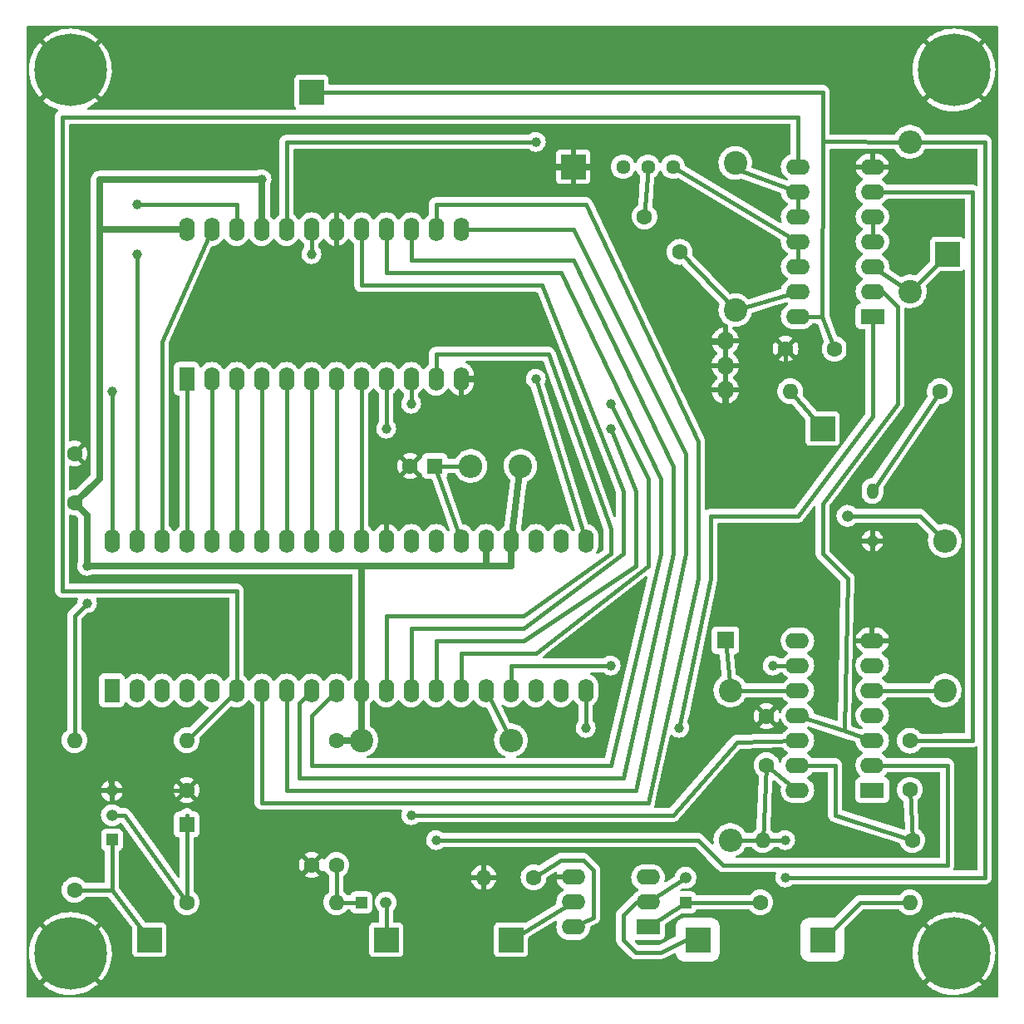
<source format=gbr>
%TF.GenerationSoftware,KiCad,Pcbnew,(6.0.9)*%
%TF.CreationDate,2022-11-29T21:23:21+01:00*%
%TF.ProjectId,Melodieklingel_FA86,4d656c6f-6469-4656-9b6c-696e67656c5f,2*%
%TF.SameCoordinates,Original*%
%TF.FileFunction,Copper,L2,Bot*%
%TF.FilePolarity,Positive*%
%FSLAX46Y46*%
G04 Gerber Fmt 4.6, Leading zero omitted, Abs format (unit mm)*
G04 Created by KiCad (PCBNEW (6.0.9)) date 2022-11-29 21:23:21*
%MOMM*%
%LPD*%
G01*
G04 APERTURE LIST*
G04 Aperture macros list*
%AMHorizOval*
0 Thick line with rounded ends*
0 $1 width*
0 $2 $3 position (X,Y) of the first rounded end (center of the circle)*
0 $4 $5 position (X,Y) of the second rounded end (center of the circle)*
0 Add line between two ends*
20,1,$1,$2,$3,$4,$5,0*
0 Add two circle primitives to create the rounded ends*
1,1,$1,$2,$3*
1,1,$1,$4,$5*%
G04 Aperture macros list end*
%TA.AperFunction,ComponentPad*%
%ADD10C,1.600000*%
%TD*%
%TA.AperFunction,ComponentPad*%
%ADD11O,1.600000X1.600000*%
%TD*%
%TA.AperFunction,ComponentPad*%
%ADD12R,1.600000X1.600000*%
%TD*%
%TA.AperFunction,ComponentPad*%
%ADD13R,1.200000X1.200000*%
%TD*%
%TA.AperFunction,ComponentPad*%
%ADD14O,1.200000X1.200000*%
%TD*%
%TA.AperFunction,ComponentPad*%
%ADD15C,0.800000*%
%TD*%
%TA.AperFunction,ComponentPad*%
%ADD16C,7.400000*%
%TD*%
%TA.AperFunction,ComponentPad*%
%ADD17C,2.400000*%
%TD*%
%TA.AperFunction,ComponentPad*%
%ADD18O,2.400000X2.400000*%
%TD*%
%TA.AperFunction,ComponentPad*%
%ADD19R,2.500000X2.500000*%
%TD*%
%TA.AperFunction,ComponentPad*%
%ADD20C,1.440000*%
%TD*%
%TA.AperFunction,ComponentPad*%
%ADD21R,1.600000X2.400000*%
%TD*%
%TA.AperFunction,ComponentPad*%
%ADD22O,1.600000X2.400000*%
%TD*%
%TA.AperFunction,ComponentPad*%
%ADD23R,2.400000X1.600000*%
%TD*%
%TA.AperFunction,ComponentPad*%
%ADD24O,2.400000X1.600000*%
%TD*%
%TA.AperFunction,ComponentPad*%
%ADD25R,1.800000X1.800000*%
%TD*%
%TA.AperFunction,ComponentPad*%
%ADD26O,1.800000X1.800000*%
%TD*%
%TA.AperFunction,ComponentPad*%
%ADD27O,1.200000X1.600000*%
%TD*%
%TA.AperFunction,ComponentPad*%
%ADD28HorizOval,1.600000X0.000000X0.000000X0.000000X0.000000X0*%
%TD*%
%TA.AperFunction,ViaPad*%
%ADD29C,1.000000*%
%TD*%
%TA.AperFunction,Conductor*%
%ADD30C,0.700000*%
%TD*%
%TA.AperFunction,Conductor*%
%ADD31C,0.400000*%
%TD*%
G04 APERTURE END LIST*
D10*
%TO.P,R3,1*%
%TO.N,+5V*%
X132080000Y-128270000D03*
D11*
%TO.P,R3,2*%
%TO.N,Net-(D1-Pad8)*%
X116840000Y-128270000D03*
%TD*%
D12*
%TO.P,C4,1*%
%TO.N,Net-(C4-Pad1)*%
X116840000Y-136850000D03*
D10*
%TO.P,C4,2*%
%TO.N,GND*%
X116840000Y-133350000D03*
%TD*%
D13*
%TO.P,VD1,1,K*%
%TO.N,Net-(C3-Pad1)*%
X134620000Y-144780000D03*
D14*
%TO.P,VD1,2,A*%
%TO.N,Net-(TP1-Pad1)*%
X137120000Y-144780000D03*
%TD*%
D10*
%TO.P,C3,1*%
%TO.N,Net-(C3-Pad1)*%
X132080000Y-140970000D03*
%TO.P,C3,2*%
%TO.N,GND*%
X129580000Y-140970000D03*
%TD*%
D15*
%TO.P,H4,1,1*%
%TO.N,GND*%
X195000000Y-147225000D03*
X193037779Y-148037779D03*
X197775000Y-150000000D03*
X192225000Y-150000000D03*
D16*
X195000000Y-150000000D03*
D15*
X196962221Y-148037779D03*
X193037779Y-151962221D03*
X195000000Y-152775000D03*
X196962221Y-151962221D03*
%TD*%
D12*
%TO.P,C2,1*%
%TO.N,Net-(C2-Pad1)*%
X142102651Y-100330000D03*
D10*
%TO.P,C2,2*%
%TO.N,GND*%
X139602651Y-100330000D03*
%TD*%
D17*
%TO.P,R10,1*%
%TO.N,Net-(D4-Pad5)*%
X194056000Y-123190000D03*
D18*
%TO.P,R10,2*%
%TO.N,Net-(R10-Pad2)*%
X194056000Y-107950000D03*
%TD*%
D19*
%TO.P,TP101,1,1*%
%TO.N,Net-(D100-Pad2)*%
X168910000Y-148590000D03*
%TD*%
D15*
%TO.P,H1,1,1*%
%TO.N,GND*%
X103037779Y-61962221D03*
X102225000Y-60000000D03*
X106962221Y-61962221D03*
X105000000Y-57225000D03*
D16*
X105000000Y-60000000D03*
D15*
X103037779Y-58037779D03*
X106962221Y-58037779D03*
X107775000Y-60000000D03*
X105000000Y-62775000D03*
%TD*%
D20*
%TO.P,R1,1,1*%
%TO.N,Net-(D1-Pad11)*%
X166370000Y-69850000D03*
%TO.P,R1,2,2*%
%TO.N,Net-(R1-Pad2)*%
X163830000Y-69850000D03*
%TO.P,R1,3,3*%
%TO.N,unconnected-(R1-Pad3)*%
X161290000Y-69850000D03*
%TD*%
D10*
%TO.P,C10,1*%
%TO.N,GND*%
X177840000Y-88392000D03*
%TO.P,C10,2*%
%TO.N,+5V*%
X182840000Y-88392000D03*
%TD*%
D19*
%TO.P,TP0,1,1*%
%TO.N,GND*%
X156210000Y-69850000D03*
%TD*%
D21*
%TO.P,D2,1,A11*%
%TO.N,unconnected-(D2-Pad1)*%
X109220000Y-123190000D03*
D22*
%TO.P,D2,2,A12*%
%TO.N,unconnected-(D2-Pad2)*%
X111760000Y-123190000D03*
%TO.P,D2,3,A13*%
%TO.N,unconnected-(D2-Pad3)*%
X114300000Y-123190000D03*
%TO.P,D2,4,A14*%
%TO.N,unconnected-(D2-Pad4)*%
X116840000Y-123190000D03*
%TO.P,D2,5,A15*%
%TO.N,unconnected-(D2-Pad5)*%
X119380000Y-123190000D03*
%TO.P,D2,6,CLK*%
%TO.N,Net-(D1-Pad8)*%
X121920000Y-123190000D03*
%TO.P,D2,7,D4*%
%TO.N,Net-(D2-Pad7)*%
X124460000Y-123190000D03*
%TO.P,D2,8,D3*%
%TO.N,Net-(D2-Pad8)*%
X127000000Y-123190000D03*
%TO.P,D2,9,D5*%
%TO.N,Net-(D2-Pad9)*%
X129540000Y-123190000D03*
%TO.P,D2,10,D6*%
%TO.N,Net-(D2-Pad10)*%
X132080000Y-123190000D03*
%TO.P,D2,11,Vcc*%
%TO.N,+5V*%
X134620000Y-123190000D03*
%TO.P,D2,12,D2*%
%TO.N,Net-(D2-Pad12)*%
X137160000Y-123190000D03*
%TO.P,D2,13,D7*%
%TO.N,/D7*%
X139700000Y-123190000D03*
%TO.P,D2,14,D0*%
%TO.N,/D0*%
X142240000Y-123190000D03*
%TO.P,D2,15,D1*%
%TO.N,Net-(D2-Pad15)*%
X144780000Y-123190000D03*
%TO.P,D2,16,~{INT}*%
%TO.N,Net-(D2-Pad16)*%
X147320000Y-123190000D03*
%TO.P,D2,17,~{NMI}*%
%TO.N,/NMI*%
X149860000Y-123190000D03*
%TO.P,D2,18,~{HALT}*%
%TO.N,unconnected-(D2-Pad18)*%
X152400000Y-123190000D03*
%TO.P,D2,19,~{MREQ}*%
%TO.N,unconnected-(D2-Pad19)*%
X154940000Y-123190000D03*
%TO.P,D2,20,~{IORQ}*%
%TO.N,Net-(D1-Pad1)*%
X157480000Y-123190000D03*
%TO.P,D2,21,~{RD}*%
%TO.N,Net-(D2-Pad21)*%
X157480000Y-107950000D03*
%TO.P,D2,22,~{WR}*%
%TO.N,unconnected-(D2-Pad22)*%
X154940000Y-107950000D03*
%TO.P,D2,23,~{BUSAK}*%
%TO.N,unconnected-(D2-Pad23)*%
X152400000Y-107950000D03*
%TO.P,D2,24,~{WAIT}*%
%TO.N,+5V*%
X149860000Y-107950000D03*
%TO.P,D2,25,~{BUSRQ}*%
X147320000Y-107950000D03*
%TO.P,D2,26,~{RESET}*%
%TO.N,Net-(C2-Pad1)*%
X144780000Y-107950000D03*
%TO.P,D2,27,~{M1}*%
%TO.N,unconnected-(D2-Pad27)*%
X142240000Y-107950000D03*
%TO.P,D2,28,~{RFSH}*%
%TO.N,unconnected-(D2-Pad28)*%
X139700000Y-107950000D03*
%TO.P,D2,29,GND*%
%TO.N,GND*%
X137160000Y-107950000D03*
%TO.P,D2,30,A0*%
%TO.N,Net-(D2-Pad30)*%
X134620000Y-107950000D03*
%TO.P,D2,31,A1*%
%TO.N,Net-(D2-Pad31)*%
X132080000Y-107950000D03*
%TO.P,D2,32,A2*%
%TO.N,Net-(D2-Pad32)*%
X129540000Y-107950000D03*
%TO.P,D2,33,A3*%
%TO.N,Net-(D2-Pad33)*%
X127000000Y-107950000D03*
%TO.P,D2,34,A4*%
%TO.N,Net-(D2-Pad34)*%
X124460000Y-107950000D03*
%TO.P,D2,35,A5*%
%TO.N,Net-(D2-Pad35)*%
X121920000Y-107950000D03*
%TO.P,D2,36,A6*%
%TO.N,Net-(D2-Pad36)*%
X119380000Y-107950000D03*
%TO.P,D2,37,A7*%
%TO.N,Net-(D2-Pad37)*%
X116840000Y-107950000D03*
%TO.P,D2,38,A8*%
%TO.N,Net-(D2-Pad38)*%
X114300000Y-107950000D03*
%TO.P,D2,39,A9*%
%TO.N,Net-(D2-Pad39)*%
X111760000Y-107950000D03*
%TO.P,D2,40,A10*%
%TO.N,Net-(D2-Pad40)*%
X109220000Y-107950000D03*
%TD*%
D17*
%TO.P,R12,1*%
%TO.N,+5V*%
X134620000Y-128270000D03*
D18*
%TO.P,R12,2*%
%TO.N,Net-(D2-Pad16)*%
X149860000Y-128270000D03*
%TD*%
D19*
%TO.P,TP3,1,1*%
%TO.N,Net-(D1-Pad3)*%
X194310000Y-78740000D03*
%TD*%
%TO.P,TP5,1,1*%
%TO.N,+5V*%
X129540000Y-62230000D03*
%TD*%
D10*
%TO.P,C100,1*%
%TO.N,GND*%
X105410000Y-99060000D03*
%TO.P,C100,2*%
%TO.N,+5V*%
X105410000Y-104060000D03*
%TD*%
D21*
%TO.P,D3,1,A7*%
%TO.N,Net-(D2-Pad37)*%
X116835000Y-91445000D03*
D22*
%TO.P,D3,2,A6*%
%TO.N,Net-(D2-Pad36)*%
X119375000Y-91445000D03*
%TO.P,D3,3,A5*%
%TO.N,Net-(D2-Pad35)*%
X121915000Y-91445000D03*
%TO.P,D3,4,A4*%
%TO.N,Net-(D2-Pad34)*%
X124455000Y-91445000D03*
%TO.P,D3,5,A3*%
%TO.N,Net-(D2-Pad33)*%
X126995000Y-91445000D03*
%TO.P,D3,6,A2*%
%TO.N,Net-(D2-Pad32)*%
X129535000Y-91445000D03*
%TO.P,D3,7,A1*%
%TO.N,Net-(D2-Pad31)*%
X132075000Y-91445000D03*
%TO.P,D3,8,A0*%
%TO.N,Net-(D2-Pad30)*%
X134615000Y-91445000D03*
%TO.P,D3,9,D0*%
%TO.N,/D0*%
X137155000Y-91445000D03*
%TO.P,D3,10,D1*%
%TO.N,Net-(D2-Pad15)*%
X139695000Y-91445000D03*
%TO.P,D3,11,D2*%
%TO.N,Net-(D2-Pad12)*%
X142235000Y-91445000D03*
%TO.P,D3,12,Uss*%
%TO.N,GND*%
X144775000Y-91445000D03*
%TO.P,D3,13,D3*%
%TO.N,Net-(D2-Pad8)*%
X144775000Y-76205000D03*
%TO.P,D3,14,D4*%
%TO.N,Net-(D2-Pad7)*%
X142235000Y-76205000D03*
%TO.P,D3,15,D5*%
%TO.N,Net-(D2-Pad9)*%
X139695000Y-76205000D03*
%TO.P,D3,16,D6*%
%TO.N,Net-(D2-Pad10)*%
X137155000Y-76205000D03*
%TO.P,D3,17,D7*%
%TO.N,/D7*%
X134615000Y-76205000D03*
%TO.P,D3,18,~{CE}*%
%TO.N,GND*%
X132075000Y-76205000D03*
%TO.P,D3,19,A10*%
%TO.N,Net-(D2-Pad40)*%
X129535000Y-76205000D03*
%TO.P,D3,20,~{OE}*%
%TO.N,Net-(D2-Pad21)*%
X126995000Y-76205000D03*
%TO.P,D3,21,Upp*%
%TO.N,+5V*%
X124455000Y-76205000D03*
%TO.P,D3,22,A9*%
%TO.N,Net-(D2-Pad39)*%
X121915000Y-76205000D03*
%TO.P,D3,23,A8*%
%TO.N,Net-(D2-Pad38)*%
X119375000Y-76205000D03*
%TO.P,D3,24,Udd*%
%TO.N,+5V*%
X116835000Y-76205000D03*
%TD*%
D19*
%TO.P,TP100,1,1*%
%TO.N,Net-(R100-Pad2)*%
X181610000Y-148590000D03*
%TD*%
D10*
%TO.P,R100,1*%
%TO.N,Net-(D100-Pad1)*%
X175260000Y-144780000D03*
D11*
%TO.P,R100,2*%
%TO.N,Net-(R100-Pad2)*%
X190500000Y-144780000D03*
%TD*%
D23*
%TO.P,D1,1,A1*%
%TO.N,Net-(D1-Pad1)*%
X186690000Y-85090000D03*
D24*
%TO.P,D1,2,Y1*%
%TO.N,Net-(D1-Pad2)*%
X186690000Y-82550000D03*
%TO.P,D1,3,A2*%
%TO.N,Net-(D1-Pad3)*%
X186690000Y-80010000D03*
%TO.P,D1,4,Y2*%
%TO.N,Net-(D1-Pad4)*%
X186690000Y-77470000D03*
%TO.P,D1,5,A3*%
X186690000Y-74930000D03*
%TO.P,D1,6,Y3*%
%TO.N,Net-(C5-Pad1)*%
X186690000Y-72390000D03*
%TO.P,D1,7,GND*%
%TO.N,GND*%
X186690000Y-69850000D03*
%TO.P,D1,8,Y4*%
%TO.N,Net-(D1-Pad8)*%
X179070000Y-69850000D03*
%TO.P,D1,9,A4*%
%TO.N,Net-(C1-Pad2)*%
X179070000Y-72390000D03*
%TO.P,D1,10,Y5*%
X179070000Y-74930000D03*
%TO.P,D1,11,A5*%
%TO.N,Net-(D1-Pad11)*%
X179070000Y-77470000D03*
%TO.P,D1,12,Y6*%
X179070000Y-80010000D03*
%TO.P,D1,13,A6*%
%TO.N,Net-(C1-Pad1)*%
X179070000Y-82550000D03*
%TO.P,D1,14,Vcc*%
%TO.N,+5V*%
X179070000Y-85090000D03*
%TD*%
D19*
%TO.P,TP102,1,1*%
%TO.N,Net-(D100-Pad5)*%
X149860000Y-148590000D03*
%TD*%
D25*
%TO.P,C6,1*%
%TO.N,Net-(C6-Pad1)*%
X171704000Y-118086500D03*
D26*
%TO.P,C6,2*%
%TO.N,GND*%
X171704000Y-87586500D03*
X171704000Y-92586500D03*
X171704000Y-90086500D03*
%TD*%
D10*
%TO.P,R11,1*%
%TO.N,Net-(R11-Pad1)*%
X193548000Y-92710000D03*
D11*
%TO.P,R11,2*%
%TO.N,Net-(LS1-Pad2)*%
X178308000Y-92710000D03*
%TD*%
D13*
%TO.P,VT1,1,C*%
%TO.N,Net-(R6-Pad1)*%
X109220000Y-138410000D03*
D14*
%TO.P,VT1,2,B*%
%TO.N,Net-(C4-Pad1)*%
X109220000Y-135910000D03*
%TO.P,VT1,3,E*%
%TO.N,GND*%
X109220000Y-133410000D03*
%TD*%
D10*
%TO.P,C5,1*%
%TO.N,Net-(C5-Pad1)*%
X190500000Y-128310000D03*
%TO.P,C5,2*%
%TO.N,Net-(C5-Pad2)*%
X190500000Y-133310000D03*
%TD*%
D19*
%TO.P,TP4,1,1*%
%TO.N,Net-(LS1-Pad2)*%
X181610000Y-96520000D03*
%TD*%
D17*
%TO.P,R7,1*%
%TO.N,Net-(D1-Pad3)*%
X190500000Y-82550000D03*
D18*
%TO.P,R7,2*%
%TO.N,+5V*%
X190500000Y-67310000D03*
%TD*%
D27*
%TO.P,VT2,1,C*%
%TO.N,Net-(R11-Pad1)*%
X186690000Y-102870000D03*
D14*
%TO.P,VT2,2,B*%
%TO.N,Net-(R10-Pad2)*%
X184150000Y-105410000D03*
%TO.P,VT2,3,E*%
%TO.N,GND*%
X186690000Y-107950000D03*
%TD*%
D10*
%TO.P,R101,1*%
%TO.N,Net-(D100-Pad6)*%
X152175000Y-142240000D03*
D11*
%TO.P,R101,2*%
%TO.N,GND*%
X147095000Y-142240000D03*
%TD*%
D10*
%TO.P,R2,1*%
%TO.N,Net-(R1-Pad2)*%
X163463048Y-74930000D03*
D28*
%TO.P,R2,2*%
%TO.N,Net-(C1-Pad1)*%
X167055150Y-78522102D03*
%TD*%
D10*
%TO.P,R6,1*%
%TO.N,Net-(R6-Pad1)*%
X105410000Y-143510000D03*
D11*
%TO.P,R6,2*%
%TO.N,+5V*%
X105410000Y-128270000D03*
%TD*%
D15*
%TO.P,H2,1,1*%
%TO.N,GND*%
X193037779Y-58037779D03*
X195000000Y-57225000D03*
X192225000Y-60000000D03*
X197775000Y-60000000D03*
X195000000Y-62775000D03*
X196962221Y-58037779D03*
D16*
X195000000Y-60000000D03*
D15*
X196962221Y-61962221D03*
X193037779Y-61962221D03*
%TD*%
D19*
%TO.P,TP2,1,1*%
%TO.N,Net-(R6-Pad1)*%
X113030000Y-148590000D03*
%TD*%
D10*
%TO.P,R5,1*%
%TO.N,Net-(C4-Pad1)*%
X116840000Y-144780000D03*
D11*
%TO.P,R5,2*%
%TO.N,Net-(C3-Pad1)*%
X132080000Y-144780000D03*
%TD*%
D17*
%TO.P,C1,1*%
%TO.N,Net-(C1-Pad1)*%
X172720000Y-84462000D03*
%TO.P,C1,2*%
%TO.N,Net-(C1-Pad2)*%
X172720000Y-69462000D03*
%TD*%
D23*
%TO.P,D4,1,R1*%
%TO.N,unconnected-(D4-Pad1)*%
X186680000Y-133355000D03*
D24*
%TO.P,D4,2,D1*%
%TO.N,/D0*%
X186680000Y-130815000D03*
%TO.P,D4,3,T1*%
%TO.N,Net-(D1-Pad2)*%
X186680000Y-128275000D03*
%TO.P,D4,4,S1*%
%TO.N,unconnected-(D4-Pad4)*%
X186680000Y-125735000D03*
%TO.P,D4,5,Q1*%
%TO.N,Net-(D4-Pad5)*%
X186680000Y-123195000D03*
%TO.P,D4,6,/Q1*%
%TO.N,unconnected-(D4-Pad6)*%
X186680000Y-120655000D03*
%TO.P,D4,7,GND*%
%TO.N,GND*%
X186680000Y-118115000D03*
%TO.P,D4,8,/Q2*%
%TO.N,unconnected-(D4-Pad8)*%
X179060000Y-118115000D03*
%TO.P,D4,9,Q2*%
%TO.N,/NMI*%
X179060000Y-120655000D03*
%TO.P,D4,10,S2*%
%TO.N,Net-(C6-Pad1)*%
X179060000Y-123195000D03*
%TO.P,D4,11,T2*%
%TO.N,Net-(D1-Pad2)*%
X179060000Y-125735000D03*
%TO.P,D4,12,D2*%
%TO.N,/D7*%
X179060000Y-128275000D03*
%TO.P,D4,13,R2*%
%TO.N,Net-(C5-Pad2)*%
X179060000Y-130815000D03*
%TO.P,D4,14,Vcc*%
%TO.N,+5V*%
X179060000Y-133355000D03*
%TD*%
D16*
%TO.P,H3,1,1*%
%TO.N,GND*%
X105000000Y-150000000D03*
D15*
X105000000Y-147225000D03*
X107775000Y-150000000D03*
X102225000Y-150000000D03*
X103037779Y-148037779D03*
X105000000Y-152775000D03*
X106962221Y-148037779D03*
X103037779Y-151962221D03*
X106962221Y-151962221D03*
%TD*%
D23*
%TO.P,D100,1*%
%TO.N,Net-(D100-Pad1)*%
X163830000Y-147305000D03*
D24*
%TO.P,D100,2*%
%TO.N,Net-(D100-Pad2)*%
X163830000Y-144765000D03*
%TO.P,D100,3*%
%TO.N,unconnected-(D100-Pad3)*%
X163830000Y-142225000D03*
%TO.P,D100,4*%
%TO.N,GND*%
X156210000Y-142225000D03*
%TO.P,D100,5*%
%TO.N,Net-(D100-Pad5)*%
X156210000Y-144765000D03*
%TO.P,D100,6*%
%TO.N,Net-(D100-Pad6)*%
X156210000Y-147305000D03*
%TD*%
D10*
%TO.P,R9,1*%
%TO.N,Net-(C5-Pad2)*%
X190754000Y-138430000D03*
D11*
%TO.P,R9,2*%
%TO.N,+5V*%
X175514000Y-138430000D03*
%TD*%
D13*
%TO.P,VD100,1,K*%
%TO.N,Net-(D100-Pad1)*%
X167640000Y-144780000D03*
D14*
%TO.P,VD100,2,A*%
%TO.N,Net-(D100-Pad2)*%
X167640000Y-142280000D03*
%TD*%
D10*
%TO.P,C11,1*%
%TO.N,GND*%
X175895000Y-125810000D03*
%TO.P,C11,2*%
%TO.N,+5V*%
X175895000Y-130810000D03*
%TD*%
D17*
%TO.P,R8,1*%
%TO.N,Net-(C6-Pad1)*%
X172212000Y-123190000D03*
D18*
%TO.P,R8,2*%
%TO.N,+5V*%
X172212000Y-138430000D03*
%TD*%
D19*
%TO.P,TP1,1,1*%
%TO.N,Net-(TP1-Pad1)*%
X137160000Y-148590000D03*
%TD*%
D17*
%TO.P,R4,1*%
%TO.N,+5V*%
X150830000Y-100330000D03*
D18*
%TO.P,R4,2*%
%TO.N,Net-(C2-Pad1)*%
X145750000Y-100330000D03*
%TD*%
D29*
%TO.N,GND*%
X175895000Y-103505000D03*
X175895000Y-107315000D03*
X147320000Y-69850000D03*
X129540000Y-119380000D03*
X147320000Y-91440000D03*
X181610000Y-115570000D03*
X189230000Y-78740000D03*
X153670000Y-125730000D03*
X120650000Y-119380000D03*
X193040000Y-135890000D03*
X186682496Y-115577504D03*
X138430000Y-125730000D03*
%TO.N,+5V*%
X177800000Y-142240000D03*
X177800000Y-138430000D03*
X124457860Y-71117860D03*
X106680000Y-114300000D03*
X106680000Y-110490000D03*
%TO.N,Net-(D1-Pad1)*%
X167005000Y-127000000D03*
X157480000Y-127000000D03*
%TO.N,/D7*%
X139700000Y-135890000D03*
%TO.N,/D0*%
X142240000Y-138430000D03*
X137160000Y-96520000D03*
X160020000Y-96520000D03*
%TO.N,/NMI*%
X160020000Y-120650000D03*
X176530000Y-120650000D03*
%TO.N,Net-(D2-Pad15)*%
X139700000Y-93980000D03*
X160020000Y-93980000D03*
%TO.N,Net-(D2-Pad21)*%
X152400000Y-91440000D03*
X152400000Y-67310000D03*
%TO.N,Net-(D2-Pad39)*%
X111760000Y-73660000D03*
X111760000Y-78740000D03*
%TO.N,Net-(D2-Pad40)*%
X109220000Y-92710000D03*
X129540000Y-78740000D03*
%TD*%
D30*
%TO.N,GND*%
X147320000Y-69850000D02*
X158115000Y-69850000D01*
D31*
X177840000Y-90170000D02*
X177840000Y-88392000D01*
X116840000Y-133390000D02*
X109220000Y-133350000D01*
X132075000Y-76205000D02*
X132080000Y-69850000D01*
X184150000Y-90170000D02*
X177840000Y-90170000D01*
D30*
X175895000Y-103505000D02*
X175895000Y-98933000D01*
D31*
X186690000Y-69850000D02*
X184150000Y-69850000D01*
D30*
X175895000Y-98933000D02*
X171704000Y-94742000D01*
D31*
X184150000Y-69850000D02*
X184150000Y-90170000D01*
D30*
X175895000Y-115570000D02*
X175895000Y-107315000D01*
X158115000Y-69850000D02*
X170180000Y-87630000D01*
D31*
X186680000Y-118115000D02*
X186682496Y-115577504D01*
X109220000Y-133350000D02*
X106680000Y-123190000D01*
X106680000Y-119380000D02*
X120650000Y-119380000D01*
X186690000Y-107950000D02*
X186682496Y-115577504D01*
X132080000Y-69850000D02*
X147320000Y-69850000D01*
X106680000Y-123190000D02*
X106680000Y-119380000D01*
D30*
X170180000Y-87630000D02*
X171704000Y-87586500D01*
X144775000Y-91445000D02*
X147320000Y-91440000D01*
X175895000Y-115570000D02*
X181610000Y-115570000D01*
X171704000Y-94742000D02*
X171704000Y-92586500D01*
D31*
%TO.N,Net-(C2-Pad1)*%
X145750000Y-100330000D02*
X142102651Y-100330000D01*
X144780000Y-107950000D02*
X142102651Y-100330000D01*
%TO.N,Net-(C3-Pad1)*%
X132080000Y-144780000D02*
X134620000Y-144780000D01*
X132080000Y-140970000D02*
X132080000Y-144780000D01*
%TO.N,Net-(C4-Pad1)*%
X116840000Y-144780000D02*
X110490000Y-135890000D01*
X110490000Y-135890000D02*
X109220000Y-135890000D01*
X116840000Y-135890000D02*
X116840000Y-144780000D01*
%TO.N,+5V*%
X181602160Y-67302160D02*
X181610000Y-62230000D01*
X177800000Y-142240000D02*
X198120000Y-142240000D01*
D30*
X149860000Y-110490000D02*
X149860000Y-107950000D01*
D31*
X190500000Y-67310000D02*
X181602160Y-67302160D01*
X179070000Y-85090000D02*
X181574613Y-85125387D01*
D30*
X134620000Y-110490000D02*
X106680000Y-110490000D01*
D31*
X175514000Y-138430000D02*
X175895000Y-130810000D01*
X198120000Y-142240000D02*
X198120000Y-67310000D01*
D30*
X134620000Y-128270000D02*
X132080000Y-128270000D01*
X147320000Y-107950000D02*
X147320000Y-110490000D01*
D31*
X105410000Y-128270000D02*
X105410000Y-115570000D01*
D30*
X106680000Y-105330000D02*
X106680000Y-110490000D01*
D31*
X182840000Y-88392000D02*
X181574613Y-85125387D01*
D30*
X149860000Y-107950000D02*
X150830000Y-100330000D01*
X107950000Y-101600000D02*
X107949375Y-76200625D01*
D31*
X181574613Y-85125387D02*
X181602160Y-67302160D01*
D30*
X147320000Y-110490000D02*
X134620000Y-110490000D01*
D31*
X177800000Y-138430000D02*
X172720000Y-138430000D01*
X198120000Y-67310000D02*
X190500000Y-67310000D01*
D30*
X116835000Y-76205000D02*
X107949375Y-76200625D01*
X124457860Y-71117860D02*
X124455000Y-76205000D01*
X134620000Y-113030000D02*
X134620000Y-110490000D01*
X134620000Y-123190000D02*
X134620000Y-128270000D01*
X107950000Y-76200000D02*
X107949375Y-76200625D01*
X107950000Y-71120000D02*
X107950000Y-76200000D01*
X147320000Y-110490000D02*
X149860000Y-110490000D01*
X134620000Y-113030000D02*
X134620000Y-123190000D01*
D31*
X105410000Y-115570000D02*
X106680000Y-114300000D01*
D30*
X105410000Y-104060000D02*
X107950000Y-101600000D01*
D31*
X181610000Y-62230000D02*
X129540000Y-62230000D01*
X175895000Y-130810000D02*
X179060000Y-133355000D01*
D30*
X124457860Y-71117860D02*
X107950000Y-71120000D01*
X105410000Y-104060000D02*
X106680000Y-105330000D01*
D31*
%TO.N,Net-(C5-Pad2)*%
X190754000Y-138430000D02*
X190500000Y-133310000D01*
X182880000Y-130810000D02*
X182880000Y-135890000D01*
X179060000Y-130815000D02*
X182880000Y-130810000D01*
X182880000Y-135890000D02*
X190754000Y-138430000D01*
%TO.N,Net-(R10-Pad2)*%
X191516000Y-105410000D02*
X194056000Y-107950000D01*
X184150000Y-105410000D02*
X191516000Y-105410000D01*
%TO.N,Net-(R11-Pad1)*%
X186690000Y-102870000D02*
X193548000Y-92710000D01*
%TO.N,Net-(D1-Pad1)*%
X157480000Y-127000000D02*
X157480000Y-123190000D01*
X179070000Y-105410000D02*
X186690000Y-95250000D01*
X170180000Y-111760000D02*
X170180000Y-105410000D01*
X170180000Y-105410000D02*
X179070000Y-105410000D01*
X167005000Y-127000000D02*
X170180000Y-111760000D01*
X186690000Y-95250000D02*
X186690000Y-85090000D01*
%TO.N,Net-(TP1-Pad1)*%
X137160000Y-144780000D02*
X137160000Y-148590000D01*
%TO.N,/D7*%
X151130000Y-116840000D02*
X161290000Y-109220000D01*
X139700000Y-123190000D02*
X139700000Y-116840000D01*
X179060000Y-128275000D02*
X172889333Y-128439333D01*
X166370000Y-135890000D02*
X172889333Y-128439333D01*
X161290000Y-109220000D02*
X161290000Y-102870000D01*
X134620000Y-81915000D02*
X134615000Y-76205000D01*
X153035000Y-81915000D02*
X134620000Y-81915000D01*
X139700000Y-116840000D02*
X151130000Y-116840000D01*
X139700000Y-135890000D02*
X166370000Y-135890000D01*
X161290000Y-102870000D02*
X153035000Y-81915000D01*
%TO.N,/D0*%
X162560000Y-110490000D02*
X151130000Y-118110000D01*
X151130000Y-118110000D02*
X142240000Y-118110000D01*
X142240000Y-118110000D02*
X142240000Y-123190000D01*
X160020000Y-96520000D02*
X162560000Y-102870000D01*
X171450000Y-140970000D02*
X194310000Y-140970000D01*
X142240000Y-138430000D02*
X168910000Y-138430000D01*
X137160000Y-96520000D02*
X137155000Y-91445000D01*
X162560000Y-102870000D02*
X162560000Y-110490000D01*
X194310000Y-140970000D02*
X194310000Y-130810000D01*
X194310000Y-130810000D02*
X186680000Y-130815000D01*
X168910000Y-138430000D02*
X171450000Y-140970000D01*
%TO.N,/NMI*%
X160020000Y-120650000D02*
X149860000Y-120650000D01*
X149860000Y-120650000D02*
X149860000Y-123190000D01*
X179060000Y-120655000D02*
X176530000Y-120650000D01*
%TO.N,Net-(D1-Pad2)*%
X181610000Y-104140000D02*
X181610000Y-109220000D01*
X189230000Y-84074000D02*
X189230000Y-93980000D01*
X181610000Y-109220000D02*
X184150000Y-111760000D01*
X189230000Y-93980000D02*
X181610000Y-104140000D01*
X183826250Y-127323750D02*
X179060000Y-125735000D01*
X187706000Y-82550000D02*
X189230000Y-84074000D01*
X184150000Y-111760000D02*
X183826250Y-127323750D01*
X186680000Y-128275000D02*
X183826250Y-127323750D01*
X186690000Y-82550000D02*
X187706000Y-82550000D01*
%TO.N,Net-(D1-Pad3)*%
X190500000Y-82550000D02*
X194056000Y-78994000D01*
X186690000Y-80010000D02*
X190500000Y-82550000D01*
X194056000Y-78994000D02*
X194310000Y-78994000D01*
%TO.N,Net-(D1-Pad4)*%
X186690000Y-74930000D02*
X186690000Y-77470000D01*
%TO.N,Net-(D1-Pad8)*%
X121920000Y-123190000D02*
X121920000Y-113030000D01*
X104140000Y-64770000D02*
X179070000Y-64770000D01*
X121920000Y-113030000D02*
X104140000Y-113030000D01*
X116840000Y-128270000D02*
X121920000Y-123190000D01*
X104140000Y-113030000D02*
X104140000Y-64770000D01*
X179070000Y-64770000D02*
X179070000Y-69850000D01*
%TO.N,Net-(D2-Pad7)*%
X168910000Y-97790000D02*
X168910000Y-111760000D01*
X142235000Y-76205000D02*
X142240000Y-73660000D01*
X142240000Y-73660000D02*
X157480000Y-73660000D01*
X157480000Y-73660000D02*
X168910000Y-97790000D01*
X163830000Y-134620000D02*
X124460000Y-134620000D01*
X168910000Y-111760000D02*
X163830000Y-134620000D01*
X124460000Y-134620000D02*
X124460000Y-123190000D01*
%TO.N,Net-(D2-Pad8)*%
X167640000Y-99060000D02*
X156210000Y-76200000D01*
X156210000Y-76200000D02*
X144775000Y-76205000D01*
X167640000Y-109220000D02*
X167640000Y-99060000D01*
X127000000Y-133350000D02*
X162560000Y-133350000D01*
X127000000Y-123190000D02*
X127000000Y-133350000D01*
X162560000Y-133350000D02*
X167640000Y-109220000D01*
%TO.N,Net-(D2-Pad9)*%
X129540000Y-123190000D02*
X128270000Y-124460000D01*
X128270000Y-124460000D02*
X128270000Y-132080000D01*
X166370000Y-109220000D02*
X166370000Y-100330000D01*
X128270000Y-132080000D02*
X161290000Y-132080000D01*
X139700000Y-79375000D02*
X139695000Y-76205000D01*
X166370000Y-100330000D02*
X156210000Y-79375000D01*
X156210000Y-79375000D02*
X139700000Y-79375000D01*
X161290000Y-132080000D02*
X166370000Y-109220000D01*
%TO.N,Net-(D2-Pad10)*%
X137155000Y-76205000D02*
X137160000Y-80645000D01*
X154940000Y-80645000D02*
X165100000Y-101600000D01*
X160020000Y-130810000D02*
X129540000Y-130810000D01*
X129540000Y-125730000D02*
X132080000Y-123190000D01*
X165100000Y-101600000D02*
X165100000Y-109220000D01*
X129540000Y-130810000D02*
X129540000Y-125730000D01*
X165100000Y-109220000D02*
X160020000Y-130810000D01*
X137160000Y-80645000D02*
X154940000Y-80645000D01*
%TO.N,Net-(D2-Pad16)*%
X149860000Y-128270000D02*
X147320000Y-123190000D01*
%TO.N,Net-(D2-Pad12)*%
X160020000Y-109220000D02*
X160020000Y-106680000D01*
X160020000Y-106680000D02*
X153670000Y-88900000D01*
X137160000Y-123190000D02*
X137160000Y-115570000D01*
X142240000Y-88900000D02*
X142235000Y-91445000D01*
X153670000Y-88900000D02*
X142240000Y-88900000D01*
X151130000Y-115570000D02*
X160020000Y-109220000D01*
X137160000Y-115570000D02*
X151130000Y-115570000D01*
%TO.N,Net-(D2-Pad15)*%
X163830000Y-101600000D02*
X163830000Y-110490000D01*
X163830000Y-110490000D02*
X152400000Y-119380000D01*
X152400000Y-119380000D02*
X144780000Y-119380000D01*
X144780000Y-119380000D02*
X144780000Y-123190000D01*
X160020000Y-93980000D02*
X163830000Y-101600000D01*
X139700000Y-93980000D02*
X139695000Y-91445000D01*
%TO.N,Net-(D2-Pad21)*%
X157480000Y-107950000D02*
X152400000Y-91440000D01*
X152400000Y-67310000D02*
X127000000Y-67310000D01*
X127000000Y-67310000D02*
X126995000Y-76205000D01*
%TO.N,Net-(D2-Pad30)*%
X134620000Y-107950000D02*
X134620000Y-91450000D01*
X134620000Y-91450000D02*
X134615000Y-91445000D01*
%TO.N,Net-(D2-Pad31)*%
X132080000Y-91450000D02*
X132075000Y-91445000D01*
X132080000Y-107950000D02*
X132080000Y-91450000D01*
%TO.N,Net-(D2-Pad32)*%
X129540000Y-91450000D02*
X129535000Y-91445000D01*
X129540000Y-107950000D02*
X129540000Y-91450000D01*
%TO.N,Net-(D2-Pad33)*%
X127000000Y-107950000D02*
X127000000Y-91450000D01*
X127000000Y-91450000D02*
X126995000Y-91445000D01*
%TO.N,Net-(D2-Pad34)*%
X124460000Y-91450000D02*
X124455000Y-91445000D01*
X124460000Y-107950000D02*
X124460000Y-91450000D01*
%TO.N,Net-(D2-Pad35)*%
X121920000Y-91450000D02*
X121915000Y-91445000D01*
X121920000Y-107950000D02*
X121920000Y-91450000D01*
%TO.N,Net-(D2-Pad36)*%
X119375000Y-91445000D02*
X119375000Y-107945000D01*
X119375000Y-107945000D02*
X119380000Y-107950000D01*
%TO.N,Net-(D2-Pad37)*%
X116840000Y-91450000D02*
X116835000Y-91445000D01*
X116840000Y-107950000D02*
X116840000Y-91450000D01*
%TO.N,Net-(D2-Pad38)*%
X114300000Y-87630000D02*
X114300000Y-107950000D01*
X119375000Y-76205000D02*
X114300000Y-87630000D01*
%TO.N,Net-(D4-Pad5)*%
X194056000Y-123190000D02*
X186680000Y-123195000D01*
%TO.N,Net-(C1-Pad2)*%
X172720000Y-70090000D02*
X179070000Y-72390000D01*
X179070000Y-74930000D02*
X179070000Y-72390000D01*
%TO.N,Net-(D2-Pad39)*%
X111760000Y-73660000D02*
X121920000Y-73660000D01*
X121920000Y-73660000D02*
X121915000Y-76205000D01*
X111760000Y-107950000D02*
X111760000Y-78740000D01*
%TO.N,Net-(D2-Pad40)*%
X129540000Y-78740000D02*
X129535000Y-76205000D01*
X109220000Y-92710000D02*
X109220000Y-107950000D01*
%TO.N,Net-(C5-Pad1)*%
X196850000Y-72390000D02*
X196850000Y-128270000D01*
X196850000Y-128270000D02*
X190500000Y-128310000D01*
X186690000Y-72390000D02*
X196850000Y-72390000D01*
%TO.N,Net-(C1-Pad1)*%
X179070000Y-82550000D02*
X172720000Y-84462000D01*
X172720000Y-84462000D02*
X167055150Y-78522102D01*
%TO.N,Net-(R6-Pad1)*%
X105410000Y-143510000D02*
X109220000Y-143510000D01*
X109220000Y-143510000D02*
X109220000Y-138430000D01*
X113030000Y-148590000D02*
X109220000Y-143510000D01*
%TO.N,Net-(D1-Pad11)*%
X179070000Y-77470000D02*
X179070000Y-80010000D01*
X179070000Y-77470000D02*
X166370000Y-69850000D01*
%TO.N,Net-(R1-Pad2)*%
X163463048Y-74930000D02*
X163830000Y-69850000D01*
%TO.N,Net-(C6-Pad1)*%
X179060000Y-123195000D02*
X172212000Y-123190000D01*
X172212000Y-123190000D02*
X171704000Y-118086500D01*
%TO.N,Net-(LS1-Pad2)*%
X181610000Y-96520000D02*
X178308000Y-92710000D01*
%TO.N,Net-(D100-Pad1)*%
X163830000Y-147305000D02*
X167640000Y-144780000D01*
X167640000Y-144780000D02*
X175260000Y-144780000D01*
%TO.N,Net-(D100-Pad2)*%
X161290000Y-148590000D02*
X161290000Y-146050000D01*
X162560000Y-144780000D02*
X163830000Y-144765000D01*
X167640000Y-148590000D02*
X165100000Y-149860000D01*
X167640000Y-142280000D02*
X163830000Y-144765000D01*
X161290000Y-146050000D02*
X162560000Y-144780000D01*
X162560000Y-149860000D02*
X161290000Y-148590000D01*
X165100000Y-149860000D02*
X162560000Y-149860000D01*
%TO.N,Net-(D100-Pad6)*%
X154940000Y-140462000D02*
X157226000Y-140462000D01*
X158242000Y-146304000D02*
X156210000Y-147305000D01*
X152175000Y-142240000D02*
X154940000Y-140462000D01*
X157226000Y-140462000D02*
X158242000Y-141478000D01*
X158242000Y-141478000D02*
X158242000Y-146304000D01*
%TO.N,Net-(R100-Pad2)*%
X185420000Y-144780000D02*
X190500000Y-144780000D01*
X181610000Y-148590000D02*
X185420000Y-144780000D01*
%TO.N,Net-(D100-Pad5)*%
X156210000Y-144765000D02*
X149860000Y-148590000D01*
X156210000Y-144765000D02*
X156195000Y-144780000D01*
%TD*%
%TA.AperFunction,Conductor*%
%TO.N,GND*%
G36*
X199433621Y-55528502D02*
G01*
X199480114Y-55582158D01*
X199491500Y-55634500D01*
X199491500Y-154365500D01*
X199471498Y-154433621D01*
X199417842Y-154480114D01*
X199365500Y-154491500D01*
X100634500Y-154491500D01*
X100566379Y-154471498D01*
X100519886Y-154417842D01*
X100508500Y-154365500D01*
X100508500Y-153152100D01*
X102213441Y-153152100D01*
X102213496Y-153152880D01*
X102218849Y-153160927D01*
X102267180Y-153206312D01*
X102271858Y-153210294D01*
X102593106Y-153457688D01*
X102598149Y-153461193D01*
X102942005Y-153676057D01*
X102947362Y-153679051D01*
X103310542Y-153859336D01*
X103316182Y-153861800D01*
X103695198Y-154005774D01*
X103701070Y-154007682D01*
X104092345Y-154113990D01*
X104098322Y-154115304D01*
X104498133Y-154182927D01*
X104504219Y-154183652D01*
X104908702Y-154211937D01*
X104914838Y-154212065D01*
X105320149Y-154200744D01*
X105326280Y-154200272D01*
X105728528Y-154149456D01*
X105734600Y-154148386D01*
X106129983Y-154058557D01*
X106135898Y-154056905D01*
X106520627Y-153928923D01*
X106526361Y-153926699D01*
X106896781Y-153761778D01*
X106902250Y-153759015D01*
X107254810Y-153558733D01*
X107259984Y-153555449D01*
X107591315Y-153321721D01*
X107596153Y-153317941D01*
X107777043Y-153161802D01*
X107783304Y-153152100D01*
X192213441Y-153152100D01*
X192213496Y-153152880D01*
X192218849Y-153160927D01*
X192267180Y-153206312D01*
X192271858Y-153210294D01*
X192593106Y-153457688D01*
X192598149Y-153461193D01*
X192942005Y-153676057D01*
X192947362Y-153679051D01*
X193310542Y-153859336D01*
X193316182Y-153861800D01*
X193695198Y-154005774D01*
X193701070Y-154007682D01*
X194092345Y-154113990D01*
X194098322Y-154115304D01*
X194498133Y-154182927D01*
X194504219Y-154183652D01*
X194908702Y-154211937D01*
X194914838Y-154212065D01*
X195320149Y-154200744D01*
X195326280Y-154200272D01*
X195728528Y-154149456D01*
X195734600Y-154148386D01*
X196129983Y-154058557D01*
X196135898Y-154056905D01*
X196520627Y-153928923D01*
X196526361Y-153926699D01*
X196896781Y-153761778D01*
X196902250Y-153759015D01*
X197254810Y-153558733D01*
X197259984Y-153555449D01*
X197591315Y-153321721D01*
X197596153Y-153317941D01*
X197777043Y-153161802D01*
X197785458Y-153148762D01*
X197779519Y-153138730D01*
X195012812Y-150372022D01*
X194998868Y-150364408D01*
X194997035Y-150364539D01*
X194990420Y-150368790D01*
X192221055Y-153138156D01*
X192213441Y-153152100D01*
X107783304Y-153152100D01*
X107785458Y-153148762D01*
X107779519Y-153138730D01*
X105012812Y-150372022D01*
X104998868Y-150364408D01*
X104997035Y-150364539D01*
X104990420Y-150368790D01*
X102221055Y-153138156D01*
X102213441Y-153152100D01*
X100508500Y-153152100D01*
X100508500Y-149944265D01*
X100787444Y-149944265D01*
X100801593Y-150349461D01*
X100802108Y-150355595D01*
X100855734Y-150757494D01*
X100856841Y-150763531D01*
X100949429Y-151158283D01*
X100951123Y-151164193D01*
X101081789Y-151548021D01*
X101084057Y-151553746D01*
X101251546Y-151922974D01*
X101254367Y-151928464D01*
X101457094Y-152279596D01*
X101460414Y-152284749D01*
X101696454Y-152614446D01*
X101700263Y-152619251D01*
X101838298Y-152776929D01*
X101851512Y-152785327D01*
X101861307Y-152779482D01*
X104627978Y-150012812D01*
X104634356Y-150001132D01*
X105364408Y-150001132D01*
X105364539Y-150002965D01*
X105368790Y-150009580D01*
X108138830Y-152779619D01*
X108152774Y-152787233D01*
X108153790Y-152787161D01*
X108161519Y-152782059D01*
X108187160Y-152755133D01*
X108191172Y-152750485D01*
X108440783Y-152430998D01*
X108444355Y-152425935D01*
X108661593Y-152083621D01*
X108664636Y-152078265D01*
X108847452Y-151716353D01*
X108849947Y-151710749D01*
X108996572Y-151332724D01*
X108998513Y-151326890D01*
X109107553Y-150936351D01*
X109108909Y-150930380D01*
X109179322Y-150531056D01*
X109180089Y-150524982D01*
X109211282Y-150119591D01*
X109211459Y-150115676D01*
X109213047Y-150001974D01*
X109212979Y-149998030D01*
X109193118Y-149591949D01*
X109192517Y-149585825D01*
X109133290Y-149184737D01*
X109132090Y-149178675D01*
X109034007Y-148785289D01*
X109032222Y-148779374D01*
X108896214Y-148397421D01*
X108893871Y-148391737D01*
X108721236Y-148024869D01*
X108718347Y-148019435D01*
X108510740Y-147671171D01*
X108507332Y-147666041D01*
X108266722Y-147339686D01*
X108262842Y-147334929D01*
X108161935Y-147222859D01*
X108148413Y-147214528D01*
X108148337Y-147214529D01*
X108139053Y-147220158D01*
X105372022Y-149987188D01*
X105364408Y-150001132D01*
X104634356Y-150001132D01*
X104635592Y-149998868D01*
X104635461Y-149997035D01*
X104631210Y-149990420D01*
X101862374Y-147221585D01*
X101848430Y-147213971D01*
X101847884Y-147214010D01*
X101839526Y-147219611D01*
X101774692Y-147289625D01*
X101770734Y-147294342D01*
X101525599Y-147617297D01*
X101522121Y-147622375D01*
X101309668Y-147967713D01*
X101306703Y-147973106D01*
X101128966Y-148337521D01*
X101126540Y-148343180D01*
X100985208Y-148723211D01*
X100983350Y-148729068D01*
X100879775Y-149121085D01*
X100878500Y-149127085D01*
X100813674Y-149527331D01*
X100812987Y-149533452D01*
X100787530Y-149938089D01*
X100787444Y-149944265D01*
X100508500Y-149944265D01*
X100508500Y-146851641D01*
X102214661Y-146851641D01*
X102220411Y-146861200D01*
X104987188Y-149627978D01*
X105001132Y-149635592D01*
X105002965Y-149635461D01*
X105009580Y-149631210D01*
X107778030Y-146862759D01*
X107785644Y-146848815D01*
X107785622Y-146848505D01*
X107779769Y-146839836D01*
X107687789Y-146755846D01*
X107683051Y-146751927D01*
X107358391Y-146509050D01*
X107353285Y-146505606D01*
X107006468Y-146295566D01*
X107001072Y-146292649D01*
X106635404Y-146117449D01*
X106629737Y-146115067D01*
X106248739Y-145976396D01*
X106242851Y-145974574D01*
X105850140Y-145873742D01*
X105844117Y-145872506D01*
X105443415Y-145810474D01*
X105437328Y-145809834D01*
X105032483Y-145787200D01*
X105026331Y-145787157D01*
X104621238Y-145804135D01*
X104615112Y-145804692D01*
X104213601Y-145861121D01*
X104207548Y-145862276D01*
X103813463Y-145957615D01*
X103807566Y-145959351D01*
X103424669Y-146092690D01*
X103418956Y-146094998D01*
X103050896Y-146265065D01*
X103045442Y-146267917D01*
X102695731Y-146473091D01*
X102690583Y-146476460D01*
X102362552Y-146714788D01*
X102357782Y-146718623D01*
X102223037Y-146838255D01*
X102214661Y-146851641D01*
X100508500Y-146851641D01*
X100508500Y-143510000D01*
X104096502Y-143510000D01*
X104116457Y-143738087D01*
X104117881Y-143743400D01*
X104117881Y-143743402D01*
X104173822Y-143952173D01*
X104175716Y-143959243D01*
X104178039Y-143964224D01*
X104178039Y-143964225D01*
X104270151Y-144161762D01*
X104270154Y-144161767D01*
X104272477Y-144166749D01*
X104298976Y-144204593D01*
X104397090Y-144344714D01*
X104403802Y-144354300D01*
X104565700Y-144516198D01*
X104570208Y-144519355D01*
X104570211Y-144519357D01*
X104624532Y-144557393D01*
X104753251Y-144647523D01*
X104758233Y-144649846D01*
X104758238Y-144649849D01*
X104870170Y-144702043D01*
X104960757Y-144744284D01*
X104966065Y-144745706D01*
X104966067Y-144745707D01*
X105176598Y-144802119D01*
X105176600Y-144802119D01*
X105181913Y-144803543D01*
X105410000Y-144823498D01*
X105638087Y-144803543D01*
X105643400Y-144802119D01*
X105643402Y-144802119D01*
X105853933Y-144745707D01*
X105853935Y-144745706D01*
X105859243Y-144744284D01*
X105949830Y-144702043D01*
X106061762Y-144649849D01*
X106061767Y-144649846D01*
X106066749Y-144647523D01*
X106195468Y-144557393D01*
X106249789Y-144519357D01*
X106249792Y-144519355D01*
X106254300Y-144516198D01*
X106416198Y-144354300D01*
X106420006Y-144348862D01*
X106473665Y-144272229D01*
X106529122Y-144227901D01*
X106576878Y-144218500D01*
X108802750Y-144218500D01*
X108870871Y-144238502D01*
X108903550Y-144268900D01*
X111246300Y-147392566D01*
X111271171Y-147459064D01*
X111271500Y-147468166D01*
X111271500Y-149888134D01*
X111278255Y-149950316D01*
X111329385Y-150086705D01*
X111416739Y-150203261D01*
X111533295Y-150290615D01*
X111669684Y-150341745D01*
X111731866Y-150348500D01*
X114328134Y-150348500D01*
X114390316Y-150341745D01*
X114526705Y-150290615D01*
X114643261Y-150203261D01*
X114730615Y-150086705D01*
X114781745Y-149950316D01*
X114788500Y-149888134D01*
X135401500Y-149888134D01*
X135408255Y-149950316D01*
X135459385Y-150086705D01*
X135546739Y-150203261D01*
X135663295Y-150290615D01*
X135799684Y-150341745D01*
X135861866Y-150348500D01*
X138458134Y-150348500D01*
X138520316Y-150341745D01*
X138656705Y-150290615D01*
X138773261Y-150203261D01*
X138860615Y-150086705D01*
X138911745Y-149950316D01*
X138918500Y-149888134D01*
X148101500Y-149888134D01*
X148108255Y-149950316D01*
X148159385Y-150086705D01*
X148246739Y-150203261D01*
X148363295Y-150290615D01*
X148499684Y-150341745D01*
X148561866Y-150348500D01*
X151158134Y-150348500D01*
X151220316Y-150341745D01*
X151356705Y-150290615D01*
X151473261Y-150203261D01*
X151560615Y-150086705D01*
X151611745Y-149950316D01*
X151618500Y-149888134D01*
X151618500Y-148627352D01*
X160577275Y-148627352D01*
X160578580Y-148634829D01*
X160578580Y-148634830D01*
X160588261Y-148690299D01*
X160589223Y-148696821D01*
X160596898Y-148760242D01*
X160599581Y-148767343D01*
X160600222Y-148769952D01*
X160604685Y-148786262D01*
X160605450Y-148788798D01*
X160606757Y-148796284D01*
X160609811Y-148803241D01*
X160632442Y-148854795D01*
X160634933Y-148860899D01*
X160657513Y-148920656D01*
X160661817Y-148926919D01*
X160663054Y-148929285D01*
X160671299Y-148944097D01*
X160672632Y-148946351D01*
X160675685Y-148953305D01*
X160680307Y-148959328D01*
X160714579Y-149003991D01*
X160718459Y-149009332D01*
X160750339Y-149055720D01*
X160750344Y-149055725D01*
X160754643Y-149061981D01*
X160760313Y-149067032D01*
X160760314Y-149067034D01*
X160801170Y-149103435D01*
X160806446Y-149108416D01*
X162038557Y-150340528D01*
X162044411Y-150346793D01*
X162052090Y-150355595D01*
X162082439Y-150390385D01*
X162134729Y-150427136D01*
X162139971Y-150431028D01*
X162190282Y-150470476D01*
X162197201Y-150473600D01*
X162199493Y-150474988D01*
X162214165Y-150483357D01*
X162216525Y-150484622D01*
X162222739Y-150488990D01*
X162229818Y-150491750D01*
X162229820Y-150491751D01*
X162282275Y-150512202D01*
X162288344Y-150514753D01*
X162346573Y-150541045D01*
X162354046Y-150542430D01*
X162356612Y-150543234D01*
X162372835Y-150547855D01*
X162375427Y-150548520D01*
X162382509Y-150551282D01*
X162390044Y-150552274D01*
X162445861Y-150559622D01*
X162452377Y-150560654D01*
X162474920Y-150564832D01*
X162515186Y-150572295D01*
X162522766Y-150571858D01*
X162522767Y-150571858D01*
X162577380Y-150568709D01*
X162584633Y-150568500D01*
X165037496Y-150568500D01*
X165056193Y-150569895D01*
X165062965Y-150570911D01*
X165072126Y-150572286D01*
X165072127Y-150572286D01*
X165079637Y-150573413D01*
X165087202Y-150572716D01*
X165087206Y-150572716D01*
X165127182Y-150569032D01*
X165138743Y-150568500D01*
X165143003Y-150568500D01*
X165146765Y-150568045D01*
X165146778Y-150568044D01*
X165173319Y-150564832D01*
X165176876Y-150564453D01*
X165200573Y-150562269D01*
X165242829Y-150558376D01*
X165242833Y-150558375D01*
X165250398Y-150557678D01*
X165257581Y-150555196D01*
X165257862Y-150555135D01*
X165258834Y-150554972D01*
X165261484Y-150554360D01*
X165262438Y-150554079D01*
X165262698Y-150554015D01*
X165270242Y-150553102D01*
X165277351Y-150550416D01*
X165277354Y-150550415D01*
X165339287Y-150527013D01*
X165342665Y-150525791D01*
X165371181Y-150515936D01*
X165371193Y-150515931D01*
X165375076Y-150514589D01*
X165378755Y-150512750D01*
X165380432Y-150512044D01*
X165390123Y-150507803D01*
X165423551Y-150495172D01*
X165423553Y-150495171D01*
X165430656Y-150492487D01*
X165436913Y-150488187D01*
X165436918Y-150488184D01*
X165453826Y-150476563D01*
X165468845Y-150467704D01*
X166496685Y-149953785D01*
X166566559Y-149941211D01*
X166632139Y-149968410D01*
X166674152Y-150031752D01*
X166726259Y-150213470D01*
X166820427Y-150393596D01*
X166824458Y-150398539D01*
X166824459Y-150398540D01*
X166884056Y-150471613D01*
X166948891Y-150551109D01*
X166953831Y-150555138D01*
X166976239Y-150573413D01*
X167106404Y-150679573D01*
X167286530Y-150773741D01*
X167481913Y-150829766D01*
X167513545Y-150832589D01*
X167599391Y-150840251D01*
X167599397Y-150840251D01*
X167602184Y-150840500D01*
X170217816Y-150840500D01*
X170220603Y-150840251D01*
X170220609Y-150840251D01*
X170306455Y-150832589D01*
X170338087Y-150829766D01*
X170533470Y-150773741D01*
X170713596Y-150679573D01*
X170843762Y-150573413D01*
X170866169Y-150555138D01*
X170871109Y-150551109D01*
X170935944Y-150471613D01*
X170995541Y-150398540D01*
X170995542Y-150398539D01*
X170999573Y-150393596D01*
X171093741Y-150213470D01*
X171149766Y-150018087D01*
X171155505Y-149953785D01*
X171160251Y-149900609D01*
X171160251Y-149900603D01*
X171160500Y-149897816D01*
X179359500Y-149897816D01*
X179359749Y-149900603D01*
X179359749Y-149900609D01*
X179364495Y-149953785D01*
X179370234Y-150018087D01*
X179426259Y-150213470D01*
X179520427Y-150393596D01*
X179524458Y-150398539D01*
X179524459Y-150398540D01*
X179584056Y-150471613D01*
X179648891Y-150551109D01*
X179653831Y-150555138D01*
X179676239Y-150573413D01*
X179806404Y-150679573D01*
X179986530Y-150773741D01*
X180181913Y-150829766D01*
X180213545Y-150832589D01*
X180299391Y-150840251D01*
X180299397Y-150840251D01*
X180302184Y-150840500D01*
X182917816Y-150840500D01*
X182920603Y-150840251D01*
X182920609Y-150840251D01*
X183006455Y-150832589D01*
X183038087Y-150829766D01*
X183233470Y-150773741D01*
X183413596Y-150679573D01*
X183543762Y-150573413D01*
X183566169Y-150555138D01*
X183571109Y-150551109D01*
X183635944Y-150471613D01*
X183695541Y-150398540D01*
X183695542Y-150398539D01*
X183699573Y-150393596D01*
X183793741Y-150213470D01*
X183849766Y-150018087D01*
X183855505Y-149953785D01*
X183856355Y-149944265D01*
X190787444Y-149944265D01*
X190801593Y-150349461D01*
X190802108Y-150355595D01*
X190855734Y-150757494D01*
X190856841Y-150763531D01*
X190949429Y-151158283D01*
X190951123Y-151164193D01*
X191081789Y-151548021D01*
X191084057Y-151553746D01*
X191251546Y-151922974D01*
X191254367Y-151928464D01*
X191457094Y-152279596D01*
X191460414Y-152284749D01*
X191696454Y-152614446D01*
X191700263Y-152619251D01*
X191838298Y-152776929D01*
X191851512Y-152785327D01*
X191861307Y-152779482D01*
X194627978Y-150012812D01*
X194634356Y-150001132D01*
X195364408Y-150001132D01*
X195364539Y-150002965D01*
X195368790Y-150009580D01*
X198138830Y-152779619D01*
X198152774Y-152787233D01*
X198153790Y-152787161D01*
X198161519Y-152782059D01*
X198187160Y-152755133D01*
X198191172Y-152750485D01*
X198440783Y-152430998D01*
X198444355Y-152425935D01*
X198661593Y-152083621D01*
X198664636Y-152078265D01*
X198847452Y-151716353D01*
X198849947Y-151710749D01*
X198996572Y-151332724D01*
X198998513Y-151326890D01*
X199107553Y-150936351D01*
X199108909Y-150930380D01*
X199179322Y-150531056D01*
X199180089Y-150524982D01*
X199211282Y-150119591D01*
X199211459Y-150115676D01*
X199213047Y-150001974D01*
X199212979Y-149998030D01*
X199193118Y-149591949D01*
X199192517Y-149585825D01*
X199133290Y-149184737D01*
X199132090Y-149178675D01*
X199034007Y-148785289D01*
X199032222Y-148779374D01*
X198896214Y-148397421D01*
X198893871Y-148391737D01*
X198721236Y-148024869D01*
X198718347Y-148019435D01*
X198510740Y-147671171D01*
X198507332Y-147666041D01*
X198266722Y-147339686D01*
X198262842Y-147334929D01*
X198161935Y-147222859D01*
X198148413Y-147214528D01*
X198148337Y-147214529D01*
X198139053Y-147220158D01*
X195372022Y-149987188D01*
X195364408Y-150001132D01*
X194634356Y-150001132D01*
X194635592Y-149998868D01*
X194635461Y-149997035D01*
X194631210Y-149990420D01*
X191862374Y-147221585D01*
X191848430Y-147213971D01*
X191847884Y-147214010D01*
X191839526Y-147219611D01*
X191774692Y-147289625D01*
X191770734Y-147294342D01*
X191525599Y-147617297D01*
X191522121Y-147622375D01*
X191309668Y-147967713D01*
X191306703Y-147973106D01*
X191128966Y-148337521D01*
X191126540Y-148343180D01*
X190985208Y-148723211D01*
X190983350Y-148729068D01*
X190879775Y-149121085D01*
X190878500Y-149127085D01*
X190813674Y-149527331D01*
X190812987Y-149533452D01*
X190787530Y-149938089D01*
X190787444Y-149944265D01*
X183856355Y-149944265D01*
X183860251Y-149900609D01*
X183860251Y-149900603D01*
X183860500Y-149897816D01*
X183860500Y-147393660D01*
X183880502Y-147325539D01*
X183897405Y-147304565D01*
X184350329Y-146851641D01*
X192214661Y-146851641D01*
X192220411Y-146861200D01*
X194987188Y-149627978D01*
X195001132Y-149635592D01*
X195002965Y-149635461D01*
X195009580Y-149631210D01*
X197778030Y-146862759D01*
X197785644Y-146848815D01*
X197785622Y-146848505D01*
X197779769Y-146839836D01*
X197687789Y-146755846D01*
X197683051Y-146751927D01*
X197358391Y-146509050D01*
X197353285Y-146505606D01*
X197006468Y-146295566D01*
X197001072Y-146292649D01*
X196635404Y-146117449D01*
X196629737Y-146115067D01*
X196248739Y-145976396D01*
X196242851Y-145974574D01*
X195850140Y-145873742D01*
X195844117Y-145872506D01*
X195443415Y-145810474D01*
X195437328Y-145809834D01*
X195032483Y-145787200D01*
X195026331Y-145787157D01*
X194621238Y-145804135D01*
X194615112Y-145804692D01*
X194213601Y-145861121D01*
X194207548Y-145862276D01*
X193813463Y-145957615D01*
X193807566Y-145959351D01*
X193424669Y-146092690D01*
X193418956Y-146094998D01*
X193050896Y-146265065D01*
X193045442Y-146267917D01*
X192695731Y-146473091D01*
X192690583Y-146476460D01*
X192362552Y-146714788D01*
X192357782Y-146718623D01*
X192223037Y-146838255D01*
X192214661Y-146851641D01*
X184350329Y-146851641D01*
X185676565Y-145525405D01*
X185738877Y-145491379D01*
X185765660Y-145488500D01*
X189333122Y-145488500D01*
X189401243Y-145508502D01*
X189436335Y-145542229D01*
X189490643Y-145619789D01*
X189493802Y-145624300D01*
X189655700Y-145786198D01*
X189660208Y-145789355D01*
X189660211Y-145789357D01*
X189711442Y-145825229D01*
X189843251Y-145917523D01*
X189848233Y-145919846D01*
X189848238Y-145919849D01*
X190015235Y-145997720D01*
X190050757Y-146014284D01*
X190056065Y-146015706D01*
X190056067Y-146015707D01*
X190266598Y-146072119D01*
X190266600Y-146072119D01*
X190271913Y-146073543D01*
X190500000Y-146093498D01*
X190728087Y-146073543D01*
X190733400Y-146072119D01*
X190733402Y-146072119D01*
X190943933Y-146015707D01*
X190943935Y-146015706D01*
X190949243Y-146014284D01*
X190984765Y-145997720D01*
X191151762Y-145919849D01*
X191151767Y-145919846D01*
X191156749Y-145917523D01*
X191288558Y-145825229D01*
X191339789Y-145789357D01*
X191339792Y-145789355D01*
X191344300Y-145786198D01*
X191506198Y-145624300D01*
X191510402Y-145618297D01*
X191588316Y-145507024D01*
X191637523Y-145436749D01*
X191639846Y-145431767D01*
X191639849Y-145431762D01*
X191731961Y-145234225D01*
X191731961Y-145234224D01*
X191734284Y-145229243D01*
X191756587Y-145146010D01*
X191792119Y-145013402D01*
X191792119Y-145013400D01*
X191793543Y-145008087D01*
X191813498Y-144780000D01*
X191793543Y-144551913D01*
X191741637Y-144358197D01*
X191735707Y-144336067D01*
X191735706Y-144336065D01*
X191734284Y-144330757D01*
X191729766Y-144321067D01*
X191639849Y-144128238D01*
X191639846Y-144128233D01*
X191637523Y-144123251D01*
X191558143Y-144009885D01*
X191509357Y-143940211D01*
X191509355Y-143940208D01*
X191506198Y-143935700D01*
X191344300Y-143773802D01*
X191339792Y-143770645D01*
X191339789Y-143770643D01*
X191248447Y-143706685D01*
X191156749Y-143642477D01*
X191151767Y-143640154D01*
X191151762Y-143640151D01*
X190954225Y-143548039D01*
X190954224Y-143548039D01*
X190949243Y-143545716D01*
X190943935Y-143544294D01*
X190943933Y-143544293D01*
X190733402Y-143487881D01*
X190733400Y-143487881D01*
X190728087Y-143486457D01*
X190500000Y-143466502D01*
X190271913Y-143486457D01*
X190266600Y-143487881D01*
X190266598Y-143487881D01*
X190056067Y-143544293D01*
X190056065Y-143544294D01*
X190050757Y-143545716D01*
X190045776Y-143548039D01*
X190045775Y-143548039D01*
X189848238Y-143640151D01*
X189848233Y-143640154D01*
X189843251Y-143642477D01*
X189751553Y-143706685D01*
X189660211Y-143770643D01*
X189660208Y-143770645D01*
X189655700Y-143773802D01*
X189493802Y-143935700D01*
X189490645Y-143940208D01*
X189490643Y-143940211D01*
X189436335Y-144017771D01*
X189380878Y-144062099D01*
X189333122Y-144071500D01*
X185448927Y-144071500D01*
X185440358Y-144071208D01*
X185390225Y-144067790D01*
X185390221Y-144067790D01*
X185382648Y-144067274D01*
X185319681Y-144078264D01*
X185313169Y-144079224D01*
X185249758Y-144086898D01*
X185242657Y-144089581D01*
X185240048Y-144090222D01*
X185223728Y-144094687D01*
X185221195Y-144095452D01*
X185213717Y-144096757D01*
X185155190Y-144122448D01*
X185149108Y-144124930D01*
X185128753Y-144132622D01*
X185096449Y-144144828D01*
X185096447Y-144144829D01*
X185089344Y-144147513D01*
X185083085Y-144151814D01*
X185080720Y-144153051D01*
X185065948Y-144161273D01*
X185063656Y-144162628D01*
X185056695Y-144165684D01*
X185050669Y-144170308D01*
X185050664Y-144170311D01*
X185005987Y-144204593D01*
X185000662Y-144208462D01*
X184948019Y-144244643D01*
X184942967Y-144250313D01*
X184942966Y-144250314D01*
X184906573Y-144291161D01*
X184901592Y-144296437D01*
X182895435Y-146302595D01*
X182833123Y-146336620D01*
X182806340Y-146339500D01*
X180302184Y-146339500D01*
X180299397Y-146339749D01*
X180299391Y-146339749D01*
X180222810Y-146346584D01*
X180181913Y-146350234D01*
X179986530Y-146406259D01*
X179806404Y-146500427D01*
X179801461Y-146504458D01*
X179801460Y-146504459D01*
X179675259Y-146607386D01*
X179648891Y-146628891D01*
X179644862Y-146633831D01*
X179530853Y-146773621D01*
X179520427Y-146786404D01*
X179426259Y-146966530D01*
X179370234Y-147161913D01*
X179369701Y-147167886D01*
X179364186Y-147229684D01*
X179359500Y-147282184D01*
X179359500Y-149897816D01*
X171160500Y-149897816D01*
X171160500Y-147282184D01*
X171155815Y-147229684D01*
X171150299Y-147167886D01*
X171149766Y-147161913D01*
X171093741Y-146966530D01*
X170999573Y-146786404D01*
X170989148Y-146773621D01*
X170875138Y-146633831D01*
X170871109Y-146628891D01*
X170844741Y-146607386D01*
X170718540Y-146504459D01*
X170718539Y-146504458D01*
X170713596Y-146500427D01*
X170533470Y-146406259D01*
X170338087Y-146350234D01*
X170297190Y-146346584D01*
X170220609Y-146339749D01*
X170220603Y-146339749D01*
X170217816Y-146339500D01*
X167602184Y-146339500D01*
X167599397Y-146339749D01*
X167599391Y-146339749D01*
X167522810Y-146346584D01*
X167481913Y-146350234D01*
X167286530Y-146406259D01*
X167106404Y-146500427D01*
X167101461Y-146504458D01*
X167101460Y-146504459D01*
X166975259Y-146607386D01*
X166948891Y-146628891D01*
X166944862Y-146633831D01*
X166830853Y-146773621D01*
X166820427Y-146786404D01*
X166726259Y-146966530D01*
X166670234Y-147161913D01*
X166669701Y-147167886D01*
X166664186Y-147229684D01*
X166659500Y-147282184D01*
X166659500Y-148210251D01*
X166639498Y-148278372D01*
X166589850Y-148322948D01*
X164959350Y-149138198D01*
X164903001Y-149151500D01*
X162905660Y-149151500D01*
X162837539Y-149131498D01*
X162816565Y-149114595D01*
X162530565Y-148828595D01*
X162496539Y-148766283D01*
X162501604Y-148695468D01*
X162544151Y-148638632D01*
X162610671Y-148613821D01*
X162619660Y-148613500D01*
X165078134Y-148613500D01*
X165140316Y-148606745D01*
X165276705Y-148555615D01*
X165393261Y-148468261D01*
X165480615Y-148351705D01*
X165531745Y-148215316D01*
X165538500Y-148153134D01*
X165538500Y-147090348D01*
X165558502Y-147022227D01*
X165594894Y-146985319D01*
X165597007Y-146983919D01*
X165814415Y-146839836D01*
X167218253Y-145909471D01*
X167287859Y-145888500D01*
X168288134Y-145888500D01*
X168350316Y-145881745D01*
X168486705Y-145830615D01*
X168603261Y-145743261D01*
X168690615Y-145626705D01*
X168708629Y-145578653D01*
X168711772Y-145570270D01*
X168754414Y-145513505D01*
X168820976Y-145488806D01*
X168829754Y-145488500D01*
X174093122Y-145488500D01*
X174161243Y-145508502D01*
X174196335Y-145542229D01*
X174250643Y-145619789D01*
X174253802Y-145624300D01*
X174415700Y-145786198D01*
X174420208Y-145789355D01*
X174420211Y-145789357D01*
X174471442Y-145825229D01*
X174603251Y-145917523D01*
X174608233Y-145919846D01*
X174608238Y-145919849D01*
X174775235Y-145997720D01*
X174810757Y-146014284D01*
X174816065Y-146015706D01*
X174816067Y-146015707D01*
X175026598Y-146072119D01*
X175026600Y-146072119D01*
X175031913Y-146073543D01*
X175260000Y-146093498D01*
X175488087Y-146073543D01*
X175493400Y-146072119D01*
X175493402Y-146072119D01*
X175703933Y-146015707D01*
X175703935Y-146015706D01*
X175709243Y-146014284D01*
X175744765Y-145997720D01*
X175911762Y-145919849D01*
X175911767Y-145919846D01*
X175916749Y-145917523D01*
X176048558Y-145825229D01*
X176099789Y-145789357D01*
X176099792Y-145789355D01*
X176104300Y-145786198D01*
X176266198Y-145624300D01*
X176270402Y-145618297D01*
X176348316Y-145507024D01*
X176397523Y-145436749D01*
X176399846Y-145431767D01*
X176399849Y-145431762D01*
X176491961Y-145234225D01*
X176491961Y-145234224D01*
X176494284Y-145229243D01*
X176516587Y-145146010D01*
X176552119Y-145013402D01*
X176552119Y-145013400D01*
X176553543Y-145008087D01*
X176573498Y-144780000D01*
X176553543Y-144551913D01*
X176501637Y-144358197D01*
X176495707Y-144336067D01*
X176495706Y-144336065D01*
X176494284Y-144330757D01*
X176489766Y-144321067D01*
X176399849Y-144128238D01*
X176399846Y-144128233D01*
X176397523Y-144123251D01*
X176318143Y-144009885D01*
X176269357Y-143940211D01*
X176269355Y-143940208D01*
X176266198Y-143935700D01*
X176104300Y-143773802D01*
X176099792Y-143770645D01*
X176099789Y-143770643D01*
X176008447Y-143706685D01*
X175916749Y-143642477D01*
X175911767Y-143640154D01*
X175911762Y-143640151D01*
X175714225Y-143548039D01*
X175714224Y-143548039D01*
X175709243Y-143545716D01*
X175703935Y-143544294D01*
X175703933Y-143544293D01*
X175493402Y-143487881D01*
X175493400Y-143487881D01*
X175488087Y-143486457D01*
X175260000Y-143466502D01*
X175031913Y-143486457D01*
X175026600Y-143487881D01*
X175026598Y-143487881D01*
X174816067Y-143544293D01*
X174816065Y-143544294D01*
X174810757Y-143545716D01*
X174805776Y-143548039D01*
X174805775Y-143548039D01*
X174608238Y-143640151D01*
X174608233Y-143640154D01*
X174603251Y-143642477D01*
X174511553Y-143706685D01*
X174420211Y-143770643D01*
X174420208Y-143770645D01*
X174415700Y-143773802D01*
X174253802Y-143935700D01*
X174250645Y-143940208D01*
X174250643Y-143940211D01*
X174196335Y-144017771D01*
X174140878Y-144062099D01*
X174093122Y-144071500D01*
X168829754Y-144071500D01*
X168761633Y-144051498D01*
X168715140Y-143997842D01*
X168711772Y-143989730D01*
X168693767Y-143941703D01*
X168690615Y-143933295D01*
X168603261Y-143816739D01*
X168486705Y-143729385D01*
X168350316Y-143678255D01*
X168288134Y-143671500D01*
X167227281Y-143671500D01*
X167159160Y-143651498D01*
X167112667Y-143597842D01*
X167102563Y-143527568D01*
X167132057Y-143462988D01*
X167158447Y-143439964D01*
X167264421Y-143370845D01*
X167332406Y-143350384D01*
X167361063Y-143353488D01*
X167489055Y-143382450D01*
X167489061Y-143382451D01*
X167494692Y-143383725D01*
X167500463Y-143383952D01*
X167500465Y-143383952D01*
X167563470Y-143386427D01*
X167698263Y-143391723D01*
X167899883Y-143362490D01*
X167905347Y-143360635D01*
X167905352Y-143360634D01*
X168087327Y-143298862D01*
X168087332Y-143298860D01*
X168092799Y-143297004D01*
X168129237Y-143276598D01*
X168151941Y-143263883D01*
X168270551Y-143197458D01*
X168427186Y-143067186D01*
X168557458Y-142910551D01*
X168648619Y-142747771D01*
X168654180Y-142737842D01*
X168654181Y-142737840D01*
X168657004Y-142732799D01*
X168664013Y-142712153D01*
X168720634Y-142545352D01*
X168720635Y-142545347D01*
X168722490Y-142539883D01*
X168751723Y-142338263D01*
X168753249Y-142280000D01*
X168736434Y-142097000D01*
X168735137Y-142082880D01*
X168735136Y-142082877D01*
X168734608Y-142077126D01*
X168679307Y-141881047D01*
X168668680Y-141859496D01*
X168591756Y-141703510D01*
X168589201Y-141698329D01*
X168576902Y-141681858D01*
X168470758Y-141539715D01*
X168470758Y-141539714D01*
X168467305Y-141535091D01*
X168341982Y-141419243D01*
X168321943Y-141400719D01*
X168321940Y-141400717D01*
X168317703Y-141396800D01*
X168229170Y-141340940D01*
X168150288Y-141291169D01*
X168150283Y-141291167D01*
X168145404Y-141288088D01*
X167956180Y-141212595D01*
X167756366Y-141172849D01*
X167750592Y-141172773D01*
X167750588Y-141172773D01*
X167647452Y-141171424D01*
X167552655Y-141170183D01*
X167546958Y-141171162D01*
X167546957Y-141171162D01*
X167357567Y-141203705D01*
X167351870Y-141204684D01*
X167160734Y-141275198D01*
X167155773Y-141278150D01*
X167155772Y-141278150D01*
X167096385Y-141313482D01*
X166985649Y-141379363D01*
X166832478Y-141513690D01*
X166828911Y-141518215D01*
X166828906Y-141518220D01*
X166781194Y-141578743D01*
X166706351Y-141673681D01*
X166703662Y-141678792D01*
X166703660Y-141678795D01*
X166700355Y-141685077D01*
X166611492Y-141853978D01*
X166551078Y-142048543D01*
X166550399Y-142054278D01*
X166550399Y-142054279D01*
X166545717Y-142093836D01*
X166517846Y-142159133D01*
X166489424Y-142184561D01*
X166459396Y-142204146D01*
X165715647Y-142689243D01*
X165681930Y-142711234D01*
X165613946Y-142731695D01*
X165545692Y-142712153D01*
X165498838Y-142658812D01*
X165488260Y-142588608D01*
X165491389Y-142573087D01*
X165522119Y-142458402D01*
X165522119Y-142458400D01*
X165523543Y-142453087D01*
X165543498Y-142225000D01*
X165523543Y-141996913D01*
X165518839Y-141979357D01*
X165465707Y-141781067D01*
X165465706Y-141781065D01*
X165464284Y-141775757D01*
X165428179Y-141698329D01*
X165369849Y-141573238D01*
X165369846Y-141573233D01*
X165367523Y-141568251D01*
X165253563Y-141405500D01*
X165239357Y-141385211D01*
X165239355Y-141385208D01*
X165236198Y-141380700D01*
X165074300Y-141218802D01*
X165069792Y-141215645D01*
X165069789Y-141215643D01*
X164950161Y-141131879D01*
X164886749Y-141087477D01*
X164881767Y-141085154D01*
X164881762Y-141085151D01*
X164684225Y-140993039D01*
X164684224Y-140993039D01*
X164679243Y-140990716D01*
X164673935Y-140989294D01*
X164673933Y-140989293D01*
X164463402Y-140932881D01*
X164463400Y-140932881D01*
X164458087Y-140931457D01*
X164358520Y-140922746D01*
X164289851Y-140916738D01*
X164289844Y-140916738D01*
X164287127Y-140916500D01*
X163372873Y-140916500D01*
X163370156Y-140916738D01*
X163370149Y-140916738D01*
X163301480Y-140922746D01*
X163201913Y-140931457D01*
X163196600Y-140932881D01*
X163196598Y-140932881D01*
X162986067Y-140989293D01*
X162986065Y-140989294D01*
X162980757Y-140990716D01*
X162975776Y-140993039D01*
X162975775Y-140993039D01*
X162778238Y-141085151D01*
X162778233Y-141085154D01*
X162773251Y-141087477D01*
X162709839Y-141131879D01*
X162590211Y-141215643D01*
X162590208Y-141215645D01*
X162585700Y-141218802D01*
X162423802Y-141380700D01*
X162420645Y-141385208D01*
X162420643Y-141385211D01*
X162406437Y-141405500D01*
X162292477Y-141568251D01*
X162290154Y-141573233D01*
X162290151Y-141573238D01*
X162231821Y-141698329D01*
X162195716Y-141775757D01*
X162194294Y-141781065D01*
X162194293Y-141781067D01*
X162141161Y-141979357D01*
X162136457Y-141996913D01*
X162116502Y-142225000D01*
X162136457Y-142453087D01*
X162137881Y-142458400D01*
X162137881Y-142458402D01*
X162169730Y-142577261D01*
X162195716Y-142674243D01*
X162198039Y-142679224D01*
X162198039Y-142679225D01*
X162290151Y-142876762D01*
X162290154Y-142876767D01*
X162292477Y-142881749D01*
X162326554Y-142930416D01*
X162414332Y-143055775D01*
X162423802Y-143069300D01*
X162585700Y-143231198D01*
X162590208Y-143234355D01*
X162590211Y-143234357D01*
X162616021Y-143252429D01*
X162773251Y-143362523D01*
X162778233Y-143364846D01*
X162778238Y-143364849D01*
X162812457Y-143380805D01*
X162865742Y-143427722D01*
X162885203Y-143495999D01*
X162864661Y-143563959D01*
X162812457Y-143609195D01*
X162778238Y-143625151D01*
X162778233Y-143625154D01*
X162773251Y-143627477D01*
X162688489Y-143686828D01*
X162590211Y-143755643D01*
X162590208Y-143755645D01*
X162585700Y-143758802D01*
X162423802Y-143920700D01*
X162420645Y-143925208D01*
X162420643Y-143925211D01*
X162299281Y-144098534D01*
X162241995Y-144143595D01*
X162228973Y-144148692D01*
X162228971Y-144148693D01*
X162221897Y-144151462D01*
X162215685Y-144155840D01*
X162209588Y-144159120D01*
X162203650Y-144162632D01*
X162196695Y-144165685D01*
X162145990Y-144204593D01*
X162142087Y-144207588D01*
X162137970Y-144210616D01*
X162097887Y-144238867D01*
X162081729Y-144250255D01*
X162076743Y-144255986D01*
X162044130Y-144293472D01*
X162038165Y-144299865D01*
X160809480Y-145528550D01*
X160803215Y-145534404D01*
X160759615Y-145572439D01*
X160755248Y-145578653D01*
X160722872Y-145624719D01*
X160718939Y-145630014D01*
X160679524Y-145680282D01*
X160676401Y-145687198D01*
X160675017Y-145689484D01*
X160666643Y-145704165D01*
X160665378Y-145706525D01*
X160661010Y-145712739D01*
X160658250Y-145719818D01*
X160658249Y-145719820D01*
X160637798Y-145772275D01*
X160635247Y-145778344D01*
X160608955Y-145836573D01*
X160607571Y-145844040D01*
X160606770Y-145846595D01*
X160602141Y-145862848D01*
X160601478Y-145865428D01*
X160598718Y-145872509D01*
X160597727Y-145880040D01*
X160597726Y-145880042D01*
X160590379Y-145935852D01*
X160589348Y-145942359D01*
X160577704Y-146005186D01*
X160578141Y-146012766D01*
X160578141Y-146012767D01*
X160581291Y-146067392D01*
X160581500Y-146074646D01*
X160581500Y-148561088D01*
X160581208Y-148569658D01*
X160578236Y-148613262D01*
X160577275Y-148627352D01*
X151618500Y-148627352D01*
X151618500Y-148429050D01*
X151638502Y-148360929D01*
X151679485Y-148321120D01*
X154391497Y-146687506D01*
X154403048Y-146680548D01*
X154471721Y-146662532D01*
X154539232Y-146684504D01*
X154584147Y-146739487D01*
X154592206Y-146810025D01*
X154582258Y-146841726D01*
X154578041Y-146850770D01*
X154575716Y-146855757D01*
X154574294Y-146861065D01*
X154574293Y-146861067D01*
X154544316Y-146972942D01*
X154516457Y-147076913D01*
X154496502Y-147305000D01*
X154516457Y-147533087D01*
X154575716Y-147754243D01*
X154578039Y-147759224D01*
X154578039Y-147759225D01*
X154670151Y-147956762D01*
X154670154Y-147956767D01*
X154672477Y-147961749D01*
X154803802Y-148149300D01*
X154965700Y-148311198D01*
X154970208Y-148314355D01*
X154970211Y-148314357D01*
X154982482Y-148322949D01*
X155153251Y-148442523D01*
X155158233Y-148444846D01*
X155158238Y-148444849D01*
X155355775Y-148536961D01*
X155360757Y-148539284D01*
X155366065Y-148540706D01*
X155366067Y-148540707D01*
X155576598Y-148597119D01*
X155576600Y-148597119D01*
X155581913Y-148598543D01*
X155675663Y-148606745D01*
X155750149Y-148613262D01*
X155750156Y-148613262D01*
X155752873Y-148613500D01*
X156667127Y-148613500D01*
X156669844Y-148613262D01*
X156669851Y-148613262D01*
X156744337Y-148606745D01*
X156838087Y-148598543D01*
X156843400Y-148597119D01*
X156843402Y-148597119D01*
X157053933Y-148540707D01*
X157053935Y-148540706D01*
X157059243Y-148539284D01*
X157064225Y-148536961D01*
X157261762Y-148444849D01*
X157261767Y-148444846D01*
X157266749Y-148442523D01*
X157437518Y-148322949D01*
X157449789Y-148314357D01*
X157449792Y-148314355D01*
X157454300Y-148311198D01*
X157616198Y-148149300D01*
X157747523Y-147961749D01*
X157749846Y-147956767D01*
X157749849Y-147956762D01*
X157841961Y-147759225D01*
X157841961Y-147759224D01*
X157844284Y-147754243D01*
X157903543Y-147533087D01*
X157920307Y-147341470D01*
X157922278Y-147318947D01*
X157948142Y-147252829D01*
X157992119Y-147216899D01*
X158479080Y-146977013D01*
X158485696Y-146974162D01*
X158490777Y-146972942D01*
X158497523Y-146969460D01*
X158497526Y-146969459D01*
X158561677Y-146936348D01*
X158563786Y-146935285D01*
X158590258Y-146922245D01*
X158590267Y-146922240D01*
X158593669Y-146920564D01*
X158596850Y-146918489D01*
X158600073Y-146916652D01*
X158604659Y-146914164D01*
X158636409Y-146897776D01*
X158643161Y-146894291D01*
X158663940Y-146876164D01*
X158677912Y-146865592D01*
X158682254Y-146862759D01*
X158701005Y-146850523D01*
X158706192Y-146844975D01*
X158706197Y-146844971D01*
X158730568Y-146818904D01*
X158739764Y-146810019D01*
X158772385Y-146781561D01*
X158788242Y-146758999D01*
X158799284Y-146745406D01*
X158812932Y-146730808D01*
X158818120Y-146725259D01*
X158839286Y-146687502D01*
X158846105Y-146676668D01*
X158866077Y-146648251D01*
X158870990Y-146641261D01*
X158881008Y-146615565D01*
X158888490Y-146599728D01*
X158898261Y-146582299D01*
X158898262Y-146582296D01*
X158901974Y-146575675D01*
X158913519Y-146533972D01*
X158917559Y-146521819D01*
X158930522Y-146488571D01*
X158930523Y-146488568D01*
X158933282Y-146481491D01*
X158936881Y-146454152D01*
X158940371Y-146436981D01*
X158945700Y-146417731D01*
X158945700Y-146417729D01*
X158947727Y-146410408D01*
X158948992Y-146367148D01*
X158949871Y-146356181D01*
X158949962Y-146354792D01*
X158950500Y-146350706D01*
X158950500Y-146317387D01*
X158950554Y-146313705D01*
X158952516Y-146246594D01*
X158952516Y-146246593D01*
X158952738Y-146238997D01*
X158951142Y-146231569D01*
X158951023Y-146230267D01*
X158950500Y-146218794D01*
X158950500Y-141506912D01*
X158950792Y-141498342D01*
X158954209Y-141448224D01*
X158954209Y-141448220D01*
X158954725Y-141440648D01*
X158943738Y-141377697D01*
X158942776Y-141371175D01*
X158938857Y-141338790D01*
X158935102Y-141307758D01*
X158932419Y-141300657D01*
X158931778Y-141298048D01*
X158927315Y-141281738D01*
X158926550Y-141279202D01*
X158925243Y-141271716D01*
X158899556Y-141213200D01*
X158897065Y-141207096D01*
X158891941Y-141193534D01*
X158886614Y-141179437D01*
X158877173Y-141154452D01*
X158877172Y-141154451D01*
X158874487Y-141147344D01*
X158870183Y-141141081D01*
X158868946Y-141138715D01*
X158860701Y-141123903D01*
X158859368Y-141121649D01*
X158856315Y-141114695D01*
X158817413Y-141063998D01*
X158813541Y-141058668D01*
X158781661Y-141012280D01*
X158781656Y-141012275D01*
X158777357Y-141006019D01*
X158760182Y-140990716D01*
X158730830Y-140964565D01*
X158725554Y-140959584D01*
X157747450Y-139981480D01*
X157741596Y-139975215D01*
X157728884Y-139960643D01*
X157703561Y-139931615D01*
X157651280Y-139894871D01*
X157645986Y-139890939D01*
X157601693Y-139856209D01*
X157595718Y-139851524D01*
X157588802Y-139848401D01*
X157586516Y-139847017D01*
X157571835Y-139838643D01*
X157569475Y-139837378D01*
X157563261Y-139833010D01*
X157556182Y-139830250D01*
X157556180Y-139830249D01*
X157503725Y-139809798D01*
X157497656Y-139807247D01*
X157439427Y-139780955D01*
X157431960Y-139779571D01*
X157429405Y-139778770D01*
X157413152Y-139774141D01*
X157410572Y-139773478D01*
X157403491Y-139770718D01*
X157395960Y-139769727D01*
X157395958Y-139769726D01*
X157366339Y-139765827D01*
X157340139Y-139762378D01*
X157333641Y-139761348D01*
X157270814Y-139749704D01*
X157263234Y-139750141D01*
X157263233Y-139750141D01*
X157208608Y-139753291D01*
X157201354Y-139753500D01*
X154958005Y-139753500D01*
X154952822Y-139753393D01*
X154891062Y-139750850D01*
X154891059Y-139750850D01*
X154883475Y-139750538D01*
X154876036Y-139752044D01*
X154876032Y-139752044D01*
X154831862Y-139760984D01*
X154822006Y-139762575D01*
X154810338Y-139763987D01*
X154769758Y-139768898D01*
X154762654Y-139771582D01*
X154762651Y-139771583D01*
X154752768Y-139775318D01*
X154733223Y-139780949D01*
X154722844Y-139783050D01*
X154715399Y-139784557D01*
X154708529Y-139787796D01*
X154667776Y-139807010D01*
X154658581Y-139810908D01*
X154609344Y-139829513D01*
X154548268Y-139871490D01*
X154545105Y-139873592D01*
X153530430Y-140526067D01*
X152775583Y-141011462D01*
X152707468Y-141031482D01*
X152654186Y-141019678D01*
X152629226Y-141008039D01*
X152629220Y-141008037D01*
X152624243Y-141005716D01*
X152618935Y-141004294D01*
X152618933Y-141004293D01*
X152408402Y-140947881D01*
X152408400Y-140947881D01*
X152403087Y-140946457D01*
X152175000Y-140926502D01*
X151946913Y-140946457D01*
X151941600Y-140947881D01*
X151941598Y-140947881D01*
X151731067Y-141004293D01*
X151731065Y-141004294D01*
X151725757Y-141005716D01*
X151720776Y-141008039D01*
X151720775Y-141008039D01*
X151523238Y-141100151D01*
X151523233Y-141100154D01*
X151518251Y-141102477D01*
X151421557Y-141170183D01*
X151335211Y-141230643D01*
X151335208Y-141230645D01*
X151330700Y-141233802D01*
X151168802Y-141395700D01*
X151165645Y-141400208D01*
X151165643Y-141400211D01*
X151114241Y-141473621D01*
X151037477Y-141583251D01*
X151035154Y-141588233D01*
X151035151Y-141588238D01*
X150945234Y-141781067D01*
X150940716Y-141790757D01*
X150939294Y-141796065D01*
X150939293Y-141796067D01*
X150891756Y-141973478D01*
X150881457Y-142011913D01*
X150861502Y-142240000D01*
X150881457Y-142468087D01*
X150882881Y-142473400D01*
X150882881Y-142473402D01*
X150938032Y-142679225D01*
X150940716Y-142689243D01*
X150943039Y-142694224D01*
X150943039Y-142694225D01*
X151035151Y-142891762D01*
X151035154Y-142891767D01*
X151037477Y-142896749D01*
X151074087Y-142949033D01*
X151162389Y-143075141D01*
X151168802Y-143084300D01*
X151330700Y-143246198D01*
X151335208Y-143249355D01*
X151335211Y-143249357D01*
X151381706Y-143281913D01*
X151518251Y-143377523D01*
X151523233Y-143379846D01*
X151523238Y-143379849D01*
X151719694Y-143471457D01*
X151725757Y-143474284D01*
X151731065Y-143475706D01*
X151731067Y-143475707D01*
X151941598Y-143532119D01*
X151941600Y-143532119D01*
X151946913Y-143533543D01*
X152175000Y-143553498D01*
X152403087Y-143533543D01*
X152408400Y-143532119D01*
X152408402Y-143532119D01*
X152618933Y-143475707D01*
X152618935Y-143475706D01*
X152624243Y-143474284D01*
X152630306Y-143471457D01*
X152826762Y-143379849D01*
X152826767Y-143379846D01*
X152831749Y-143377523D01*
X152968294Y-143281913D01*
X153014789Y-143249357D01*
X153014792Y-143249355D01*
X153019300Y-143246198D01*
X153181198Y-143084300D01*
X153187612Y-143075141D01*
X153275913Y-142949033D01*
X153312523Y-142896749D01*
X153314846Y-142891767D01*
X153314849Y-142891762D01*
X153406961Y-142694225D01*
X153406961Y-142694224D01*
X153409284Y-142689243D01*
X153411969Y-142679225D01*
X153467119Y-142473402D01*
X153467119Y-142473400D01*
X153468543Y-142468087D01*
X153481337Y-142321852D01*
X153483324Y-142299144D01*
X153509188Y-142233026D01*
X153540696Y-142204146D01*
X154378875Y-141665165D01*
X154446990Y-141645145D01*
X154515116Y-141665129D01*
X154561624Y-141718772D01*
X154571746Y-141789043D01*
X154568731Y-141803756D01*
X154528606Y-141953503D01*
X154528942Y-141967599D01*
X154536884Y-141971000D01*
X156338000Y-141971000D01*
X156406121Y-141991002D01*
X156452614Y-142044658D01*
X156464000Y-142097000D01*
X156464000Y-142353000D01*
X156443998Y-142421121D01*
X156390342Y-142467614D01*
X156338000Y-142479000D01*
X154542033Y-142479000D01*
X154528502Y-142482973D01*
X154527273Y-142491522D01*
X154574764Y-142668761D01*
X154578510Y-142679053D01*
X154670586Y-142876511D01*
X154676069Y-142886007D01*
X154801028Y-143064467D01*
X154808084Y-143072875D01*
X154962125Y-143226916D01*
X154970533Y-143233972D01*
X155148993Y-143358931D01*
X155158489Y-143364414D01*
X155193049Y-143380529D01*
X155246334Y-143427446D01*
X155265795Y-143495723D01*
X155245253Y-143563683D01*
X155193049Y-143608919D01*
X155158238Y-143625151D01*
X155158233Y-143625154D01*
X155153251Y-143627477D01*
X155068489Y-143686828D01*
X154970211Y-143755643D01*
X154970208Y-143755645D01*
X154965700Y-143758802D01*
X154803802Y-143920700D01*
X154800645Y-143925208D01*
X154800643Y-143925211D01*
X154749786Y-143997842D01*
X154672477Y-144108251D01*
X154670154Y-144113233D01*
X154670151Y-144113238D01*
X154580301Y-144305925D01*
X154575716Y-144315757D01*
X154574294Y-144321065D01*
X154574293Y-144321067D01*
X154521161Y-144519357D01*
X154516457Y-144536913D01*
X154496502Y-144765000D01*
X154502912Y-144838263D01*
X154506689Y-144881436D01*
X154492700Y-144951041D01*
X154446182Y-145000349D01*
X151380192Y-146847185D01*
X151311519Y-146865201D01*
X151270949Y-146857236D01*
X151227718Y-146841029D01*
X151227712Y-146841027D01*
X151220316Y-146838255D01*
X151158134Y-146831500D01*
X148561866Y-146831500D01*
X148499684Y-146838255D01*
X148363295Y-146889385D01*
X148246739Y-146976739D01*
X148159385Y-147093295D01*
X148108255Y-147229684D01*
X148101500Y-147291866D01*
X148101500Y-149888134D01*
X138918500Y-149888134D01*
X138918500Y-147291866D01*
X138911745Y-147229684D01*
X138860615Y-147093295D01*
X138773261Y-146976739D01*
X138656705Y-146889385D01*
X138520316Y-146838255D01*
X138458134Y-146831500D01*
X137994500Y-146831500D01*
X137926379Y-146811498D01*
X137879886Y-146757842D01*
X137868500Y-146705500D01*
X137868500Y-145657316D01*
X137888502Y-145589195D01*
X137904309Y-145569579D01*
X137907186Y-145567186D01*
X138037458Y-145410551D01*
X138137004Y-145232799D01*
X138138860Y-145227332D01*
X138138862Y-145227327D01*
X138200634Y-145045352D01*
X138200635Y-145045347D01*
X138202490Y-145039883D01*
X138231723Y-144838263D01*
X138233249Y-144780000D01*
X138220786Y-144644366D01*
X138215137Y-144582880D01*
X138215136Y-144582877D01*
X138214608Y-144577126D01*
X138159307Y-144381047D01*
X138148680Y-144359496D01*
X138071756Y-144203510D01*
X138069201Y-144198329D01*
X138050796Y-144173681D01*
X137950758Y-144039715D01*
X137950758Y-144039714D01*
X137947305Y-144035091D01*
X137797703Y-143896800D01*
X137751675Y-143867759D01*
X137630288Y-143791169D01*
X137630283Y-143791167D01*
X137625404Y-143788088D01*
X137436180Y-143712595D01*
X137236366Y-143672849D01*
X137230592Y-143672773D01*
X137230588Y-143672773D01*
X137127452Y-143671424D01*
X137032655Y-143670183D01*
X137026958Y-143671162D01*
X137026957Y-143671162D01*
X136968289Y-143681243D01*
X136831870Y-143704684D01*
X136640734Y-143775198D01*
X136635773Y-143778150D01*
X136635772Y-143778150D01*
X136558842Y-143823919D01*
X136465649Y-143879363D01*
X136312478Y-144013690D01*
X136308911Y-144018215D01*
X136308906Y-144018220D01*
X136224781Y-144124933D01*
X136186351Y-144173681D01*
X136183662Y-144178792D01*
X136183660Y-144178795D01*
X136157824Y-144227901D01*
X136091492Y-144353978D01*
X136031078Y-144548543D01*
X136007132Y-144750859D01*
X136020457Y-144954151D01*
X136070605Y-145151610D01*
X136155898Y-145336624D01*
X136273479Y-145502997D01*
X136299710Y-145528550D01*
X136413422Y-145639324D01*
X136448259Y-145701186D01*
X136451500Y-145729578D01*
X136451500Y-146705500D01*
X136431498Y-146773621D01*
X136377842Y-146820114D01*
X136325500Y-146831500D01*
X135861866Y-146831500D01*
X135799684Y-146838255D01*
X135663295Y-146889385D01*
X135546739Y-146976739D01*
X135459385Y-147093295D01*
X135408255Y-147229684D01*
X135401500Y-147291866D01*
X135401500Y-149888134D01*
X114788500Y-149888134D01*
X114788500Y-147291866D01*
X114781745Y-147229684D01*
X114730615Y-147093295D01*
X114643261Y-146976739D01*
X114526705Y-146889385D01*
X114390316Y-146838255D01*
X114328134Y-146831500D01*
X112659750Y-146831500D01*
X112591629Y-146811498D01*
X112558950Y-146781100D01*
X109953700Y-143307434D01*
X109928829Y-143240936D01*
X109928500Y-143231834D01*
X109928500Y-139599754D01*
X109948502Y-139531633D01*
X110002158Y-139485140D01*
X110010270Y-139481772D01*
X110058297Y-139463767D01*
X110066705Y-139460615D01*
X110183261Y-139373261D01*
X110270615Y-139256705D01*
X110321745Y-139120316D01*
X110328500Y-139058134D01*
X110328500Y-137761866D01*
X110321745Y-137699684D01*
X110270615Y-137563295D01*
X110183261Y-137446739D01*
X110066705Y-137359385D01*
X109930316Y-137308255D01*
X109868134Y-137301500D01*
X108571866Y-137301500D01*
X108509684Y-137308255D01*
X108373295Y-137359385D01*
X108256739Y-137446739D01*
X108169385Y-137563295D01*
X108118255Y-137699684D01*
X108111500Y-137761866D01*
X108111500Y-139058134D01*
X108118255Y-139120316D01*
X108169385Y-139256705D01*
X108256739Y-139373261D01*
X108373295Y-139460615D01*
X108381703Y-139463767D01*
X108429730Y-139481772D01*
X108486495Y-139524414D01*
X108511194Y-139590976D01*
X108511500Y-139599754D01*
X108511500Y-142675500D01*
X108491498Y-142743621D01*
X108437842Y-142790114D01*
X108385500Y-142801500D01*
X106576878Y-142801500D01*
X106508757Y-142781498D01*
X106473665Y-142747771D01*
X106419357Y-142670211D01*
X106419355Y-142670208D01*
X106416198Y-142665700D01*
X106254300Y-142503802D01*
X106249792Y-142500645D01*
X106249789Y-142500643D01*
X106147269Y-142428858D01*
X106066749Y-142372477D01*
X106061767Y-142370154D01*
X106061762Y-142370151D01*
X105864225Y-142278039D01*
X105864224Y-142278039D01*
X105859243Y-142275716D01*
X105853935Y-142274294D01*
X105853933Y-142274293D01*
X105643402Y-142217881D01*
X105643400Y-142217881D01*
X105638087Y-142216457D01*
X105410000Y-142196502D01*
X105181913Y-142216457D01*
X105176600Y-142217881D01*
X105176598Y-142217881D01*
X104966067Y-142274293D01*
X104966065Y-142274294D01*
X104960757Y-142275716D01*
X104955776Y-142278039D01*
X104955775Y-142278039D01*
X104758238Y-142370151D01*
X104758233Y-142370154D01*
X104753251Y-142372477D01*
X104672731Y-142428858D01*
X104570211Y-142500643D01*
X104570208Y-142500645D01*
X104565700Y-142503802D01*
X104403802Y-142665700D01*
X104400645Y-142670208D01*
X104400643Y-142670211D01*
X104371275Y-142712153D01*
X104272477Y-142853251D01*
X104270154Y-142858233D01*
X104270151Y-142858238D01*
X104227841Y-142948974D01*
X104175716Y-143060757D01*
X104174294Y-143066065D01*
X104174293Y-143066067D01*
X104125180Y-143249357D01*
X104116457Y-143281913D01*
X104096502Y-143510000D01*
X100508500Y-143510000D01*
X100508500Y-135880859D01*
X108107132Y-135880859D01*
X108120457Y-136084151D01*
X108170605Y-136281610D01*
X108255898Y-136466624D01*
X108373479Y-136632997D01*
X108377613Y-136637024D01*
X108466105Y-136723229D01*
X108519410Y-136775157D01*
X108524206Y-136778362D01*
X108524209Y-136778364D01*
X108618645Y-136841464D01*
X108688803Y-136888342D01*
X108694106Y-136890620D01*
X108694109Y-136890622D01*
X108870680Y-136966483D01*
X108875987Y-136968763D01*
X108948817Y-136985243D01*
X109069055Y-137012450D01*
X109069060Y-137012451D01*
X109074692Y-137013725D01*
X109080463Y-137013952D01*
X109080465Y-137013952D01*
X109143470Y-137016427D01*
X109278263Y-137021723D01*
X109479883Y-136992490D01*
X109485347Y-136990635D01*
X109485352Y-136990634D01*
X109667327Y-136928862D01*
X109667332Y-136928860D01*
X109672799Y-136927004D01*
X109850551Y-136827458D01*
X110007186Y-136697186D01*
X110010877Y-136692748D01*
X110011775Y-136691850D01*
X110074087Y-136657824D01*
X110144902Y-136662889D01*
X110203400Y-136707709D01*
X115582799Y-144238867D01*
X115606117Y-144305925D01*
X115601976Y-144344714D01*
X115598363Y-144358197D01*
X115546457Y-144551913D01*
X115526502Y-144780000D01*
X115546457Y-145008087D01*
X115547881Y-145013400D01*
X115547881Y-145013402D01*
X115583414Y-145146010D01*
X115605716Y-145229243D01*
X115608039Y-145234224D01*
X115608039Y-145234225D01*
X115700151Y-145431762D01*
X115700154Y-145431767D01*
X115702477Y-145436749D01*
X115751684Y-145507024D01*
X115829599Y-145618297D01*
X115833802Y-145624300D01*
X115995700Y-145786198D01*
X116000208Y-145789355D01*
X116000211Y-145789357D01*
X116051442Y-145825229D01*
X116183251Y-145917523D01*
X116188233Y-145919846D01*
X116188238Y-145919849D01*
X116355235Y-145997720D01*
X116390757Y-146014284D01*
X116396065Y-146015706D01*
X116396067Y-146015707D01*
X116606598Y-146072119D01*
X116606600Y-146072119D01*
X116611913Y-146073543D01*
X116840000Y-146093498D01*
X117068087Y-146073543D01*
X117073400Y-146072119D01*
X117073402Y-146072119D01*
X117283933Y-146015707D01*
X117283935Y-146015706D01*
X117289243Y-146014284D01*
X117324765Y-145997720D01*
X117491762Y-145919849D01*
X117491767Y-145919846D01*
X117496749Y-145917523D01*
X117628558Y-145825229D01*
X117679789Y-145789357D01*
X117679792Y-145789355D01*
X117684300Y-145786198D01*
X117846198Y-145624300D01*
X117850402Y-145618297D01*
X117928316Y-145507024D01*
X117977523Y-145436749D01*
X117979846Y-145431767D01*
X117979849Y-145431762D01*
X118071961Y-145234225D01*
X118071961Y-145234224D01*
X118074284Y-145229243D01*
X118096587Y-145146010D01*
X118132119Y-145013402D01*
X118132119Y-145013400D01*
X118133543Y-145008087D01*
X118153498Y-144780000D01*
X118133543Y-144551913D01*
X118081637Y-144358197D01*
X118075707Y-144336067D01*
X118075706Y-144336065D01*
X118074284Y-144330757D01*
X118069766Y-144321067D01*
X117979849Y-144128238D01*
X117979846Y-144128233D01*
X117977523Y-144123251D01*
X117898143Y-144009885D01*
X117849357Y-143940211D01*
X117849355Y-143940208D01*
X117846198Y-143935700D01*
X117684300Y-143773802D01*
X117679792Y-143770645D01*
X117679789Y-143770643D01*
X117602229Y-143716335D01*
X117557901Y-143660878D01*
X117548500Y-143613122D01*
X117548500Y-142056062D01*
X128858493Y-142056062D01*
X128867789Y-142068077D01*
X128918994Y-142103931D01*
X128928489Y-142109414D01*
X129125947Y-142201490D01*
X129136239Y-142205236D01*
X129346688Y-142261625D01*
X129357481Y-142263528D01*
X129574525Y-142282517D01*
X129585475Y-142282517D01*
X129802519Y-142263528D01*
X129813312Y-142261625D01*
X130023761Y-142205236D01*
X130034053Y-142201490D01*
X130231511Y-142109414D01*
X130241006Y-142103931D01*
X130293048Y-142067491D01*
X130301424Y-142057012D01*
X130294356Y-142043566D01*
X129592812Y-141342022D01*
X129578868Y-141334408D01*
X129577035Y-141334539D01*
X129570420Y-141338790D01*
X128864923Y-142044287D01*
X128858493Y-142056062D01*
X117548500Y-142056062D01*
X117548500Y-140975475D01*
X128267483Y-140975475D01*
X128286472Y-141192519D01*
X128288375Y-141203312D01*
X128344764Y-141413761D01*
X128348510Y-141424053D01*
X128440586Y-141621511D01*
X128446069Y-141631006D01*
X128482509Y-141683048D01*
X128492988Y-141691424D01*
X128506434Y-141684356D01*
X129207978Y-140982812D01*
X129214356Y-140971132D01*
X129944408Y-140971132D01*
X129944539Y-140972965D01*
X129948790Y-140979580D01*
X130654287Y-141685077D01*
X130666062Y-141691507D01*
X130678077Y-141682211D01*
X130713934Y-141631002D01*
X130720591Y-141619472D01*
X130771973Y-141570479D01*
X130841687Y-141557042D01*
X130907598Y-141583429D01*
X130938829Y-141619472D01*
X130940153Y-141621765D01*
X130942477Y-141626749D01*
X130972497Y-141669622D01*
X131061156Y-141796239D01*
X131073802Y-141814300D01*
X131235700Y-141976198D01*
X131240208Y-141979355D01*
X131240211Y-141979357D01*
X131317771Y-142033665D01*
X131362099Y-142089122D01*
X131371500Y-142136878D01*
X131371500Y-143613122D01*
X131351498Y-143681243D01*
X131317771Y-143716335D01*
X131240211Y-143770643D01*
X131240208Y-143770645D01*
X131235700Y-143773802D01*
X131073802Y-143935700D01*
X131070645Y-143940208D01*
X131070643Y-143940211D01*
X131021857Y-144009885D01*
X130942477Y-144123251D01*
X130940154Y-144128233D01*
X130940151Y-144128238D01*
X130850234Y-144321067D01*
X130845716Y-144330757D01*
X130844294Y-144336065D01*
X130844293Y-144336067D01*
X130838363Y-144358197D01*
X130786457Y-144551913D01*
X130766502Y-144780000D01*
X130786457Y-145008087D01*
X130787881Y-145013400D01*
X130787881Y-145013402D01*
X130823414Y-145146010D01*
X130845716Y-145229243D01*
X130848039Y-145234224D01*
X130848039Y-145234225D01*
X130940151Y-145431762D01*
X130940154Y-145431767D01*
X130942477Y-145436749D01*
X130991684Y-145507024D01*
X131069599Y-145618297D01*
X131073802Y-145624300D01*
X131235700Y-145786198D01*
X131240208Y-145789355D01*
X131240211Y-145789357D01*
X131291442Y-145825229D01*
X131423251Y-145917523D01*
X131428233Y-145919846D01*
X131428238Y-145919849D01*
X131595235Y-145997720D01*
X131630757Y-146014284D01*
X131636065Y-146015706D01*
X131636067Y-146015707D01*
X131846598Y-146072119D01*
X131846600Y-146072119D01*
X131851913Y-146073543D01*
X132080000Y-146093498D01*
X132308087Y-146073543D01*
X132313400Y-146072119D01*
X132313402Y-146072119D01*
X132523933Y-146015707D01*
X132523935Y-146015706D01*
X132529243Y-146014284D01*
X132564765Y-145997720D01*
X132731762Y-145919849D01*
X132731767Y-145919846D01*
X132736749Y-145917523D01*
X132868558Y-145825229D01*
X132919789Y-145789357D01*
X132919792Y-145789355D01*
X132924300Y-145786198D01*
X133086198Y-145624300D01*
X133089357Y-145619789D01*
X133143665Y-145542229D01*
X133199122Y-145497901D01*
X133246878Y-145488500D01*
X133430246Y-145488500D01*
X133498367Y-145508502D01*
X133544860Y-145562158D01*
X133548228Y-145570270D01*
X133551371Y-145578653D01*
X133569385Y-145626705D01*
X133656739Y-145743261D01*
X133773295Y-145830615D01*
X133909684Y-145881745D01*
X133971866Y-145888500D01*
X135268134Y-145888500D01*
X135330316Y-145881745D01*
X135466705Y-145830615D01*
X135583261Y-145743261D01*
X135670615Y-145626705D01*
X135721745Y-145490316D01*
X135728500Y-145428134D01*
X135728500Y-144131866D01*
X135721745Y-144069684D01*
X135670615Y-143933295D01*
X135583261Y-143816739D01*
X135466705Y-143729385D01*
X135330316Y-143678255D01*
X135268134Y-143671500D01*
X133971866Y-143671500D01*
X133909684Y-143678255D01*
X133773295Y-143729385D01*
X133656739Y-143816739D01*
X133569385Y-143933295D01*
X133566233Y-143941703D01*
X133548228Y-143989730D01*
X133505586Y-144046495D01*
X133439024Y-144071194D01*
X133430246Y-144071500D01*
X133246878Y-144071500D01*
X133178757Y-144051498D01*
X133143665Y-144017771D01*
X133089357Y-143940211D01*
X133089355Y-143940208D01*
X133086198Y-143935700D01*
X132924300Y-143773802D01*
X132919792Y-143770645D01*
X132919789Y-143770643D01*
X132842229Y-143716335D01*
X132797901Y-143660878D01*
X132788500Y-143613122D01*
X132788500Y-142506522D01*
X145812273Y-142506522D01*
X145859764Y-142683761D01*
X145863510Y-142694053D01*
X145955586Y-142891511D01*
X145961069Y-142901007D01*
X146086028Y-143079467D01*
X146093084Y-143087875D01*
X146247125Y-143241916D01*
X146255533Y-143248972D01*
X146433993Y-143373931D01*
X146443489Y-143379414D01*
X146640947Y-143471490D01*
X146651239Y-143475236D01*
X146823503Y-143521394D01*
X146837599Y-143521058D01*
X146841000Y-143513116D01*
X146841000Y-143507967D01*
X147349000Y-143507967D01*
X147352973Y-143521498D01*
X147361522Y-143522727D01*
X147538761Y-143475236D01*
X147549053Y-143471490D01*
X147746511Y-143379414D01*
X147756007Y-143373931D01*
X147934467Y-143248972D01*
X147942875Y-143241916D01*
X148096916Y-143087875D01*
X148103972Y-143079467D01*
X148228931Y-142901007D01*
X148234414Y-142891511D01*
X148326490Y-142694053D01*
X148330236Y-142683761D01*
X148376394Y-142511497D01*
X148376058Y-142497401D01*
X148368116Y-142494000D01*
X147367115Y-142494000D01*
X147351876Y-142498475D01*
X147350671Y-142499865D01*
X147349000Y-142507548D01*
X147349000Y-143507967D01*
X146841000Y-143507967D01*
X146841000Y-142512115D01*
X146836525Y-142496876D01*
X146835135Y-142495671D01*
X146827452Y-142494000D01*
X145827033Y-142494000D01*
X145813502Y-142497973D01*
X145812273Y-142506522D01*
X132788500Y-142506522D01*
X132788500Y-142136878D01*
X132808502Y-142068757D01*
X132842229Y-142033665D01*
X132919789Y-141979357D01*
X132919792Y-141979355D01*
X132924300Y-141976198D01*
X132931995Y-141968503D01*
X145813606Y-141968503D01*
X145813942Y-141982599D01*
X145821884Y-141986000D01*
X146822885Y-141986000D01*
X146838124Y-141981525D01*
X146839329Y-141980135D01*
X146841000Y-141972452D01*
X146841000Y-141967885D01*
X147349000Y-141967885D01*
X147353475Y-141983124D01*
X147354865Y-141984329D01*
X147362548Y-141986000D01*
X148362967Y-141986000D01*
X148376498Y-141982027D01*
X148377727Y-141973478D01*
X148330236Y-141796239D01*
X148326490Y-141785947D01*
X148234414Y-141588489D01*
X148228931Y-141578993D01*
X148103972Y-141400533D01*
X148096916Y-141392125D01*
X147942875Y-141238084D01*
X147934467Y-141231028D01*
X147756007Y-141106069D01*
X147746511Y-141100586D01*
X147549053Y-141008510D01*
X147538761Y-141004764D01*
X147366497Y-140958606D01*
X147352401Y-140958942D01*
X147349000Y-140966884D01*
X147349000Y-141967885D01*
X146841000Y-141967885D01*
X146841000Y-140972033D01*
X146837027Y-140958502D01*
X146828478Y-140957273D01*
X146651239Y-141004764D01*
X146640947Y-141008510D01*
X146443489Y-141100586D01*
X146433993Y-141106069D01*
X146255533Y-141231028D01*
X146247125Y-141238084D01*
X146093084Y-141392125D01*
X146086028Y-141400533D01*
X145961069Y-141578993D01*
X145955586Y-141588489D01*
X145863510Y-141785947D01*
X145859764Y-141796239D01*
X145813606Y-141968503D01*
X132931995Y-141968503D01*
X133086198Y-141814300D01*
X133098845Y-141796239D01*
X133187503Y-141669622D01*
X133217523Y-141626749D01*
X133219846Y-141621767D01*
X133219849Y-141621762D01*
X133311961Y-141424225D01*
X133311961Y-141424224D01*
X133314284Y-141419243D01*
X133317967Y-141405500D01*
X133372119Y-141203402D01*
X133372119Y-141203400D01*
X133373543Y-141198087D01*
X133393498Y-140970000D01*
X133373543Y-140741913D01*
X133336981Y-140605461D01*
X133315707Y-140526067D01*
X133315706Y-140526065D01*
X133314284Y-140520757D01*
X133311961Y-140515775D01*
X133219849Y-140318238D01*
X133219846Y-140318233D01*
X133217523Y-140313251D01*
X133140759Y-140203621D01*
X133089357Y-140130211D01*
X133089355Y-140130208D01*
X133086198Y-140125700D01*
X132924300Y-139963802D01*
X132919792Y-139960645D01*
X132919789Y-139960643D01*
X132793920Y-139872509D01*
X132736749Y-139832477D01*
X132731767Y-139830154D01*
X132731762Y-139830151D01*
X132534225Y-139738039D01*
X132534224Y-139738039D01*
X132529243Y-139735716D01*
X132523935Y-139734294D01*
X132523933Y-139734293D01*
X132313402Y-139677881D01*
X132313400Y-139677881D01*
X132308087Y-139676457D01*
X132080000Y-139656502D01*
X131851913Y-139676457D01*
X131846600Y-139677881D01*
X131846598Y-139677881D01*
X131636067Y-139734293D01*
X131636065Y-139734294D01*
X131630757Y-139735716D01*
X131625776Y-139738039D01*
X131625775Y-139738039D01*
X131428238Y-139830151D01*
X131428233Y-139830154D01*
X131423251Y-139832477D01*
X131366080Y-139872509D01*
X131240211Y-139960643D01*
X131240208Y-139960645D01*
X131235700Y-139963802D01*
X131073802Y-140125700D01*
X131070645Y-140130208D01*
X131070643Y-140130211D01*
X131019241Y-140203621D01*
X130942477Y-140313251D01*
X130940153Y-140318235D01*
X130938829Y-140320528D01*
X130887447Y-140369521D01*
X130817733Y-140382957D01*
X130751822Y-140356571D01*
X130720591Y-140320528D01*
X130713934Y-140308998D01*
X130677491Y-140256952D01*
X130667012Y-140248576D01*
X130653566Y-140255644D01*
X129952022Y-140957188D01*
X129944408Y-140971132D01*
X129214356Y-140971132D01*
X129215592Y-140968868D01*
X129215461Y-140967035D01*
X129211210Y-140960420D01*
X128505713Y-140254923D01*
X128493938Y-140248493D01*
X128481923Y-140257789D01*
X128446069Y-140308994D01*
X128440586Y-140318489D01*
X128348510Y-140515947D01*
X128344764Y-140526239D01*
X128288375Y-140736688D01*
X128286472Y-140747481D01*
X128267483Y-140964525D01*
X128267483Y-140975475D01*
X117548500Y-140975475D01*
X117548500Y-139882988D01*
X128858576Y-139882988D01*
X128865644Y-139896434D01*
X129567188Y-140597978D01*
X129581132Y-140605592D01*
X129582965Y-140605461D01*
X129589580Y-140601210D01*
X130295077Y-139895713D01*
X130301507Y-139883938D01*
X130292211Y-139871923D01*
X130241006Y-139836069D01*
X130231511Y-139830586D01*
X130034053Y-139738510D01*
X130023761Y-139734764D01*
X129813312Y-139678375D01*
X129802519Y-139676472D01*
X129585475Y-139657483D01*
X129574525Y-139657483D01*
X129357481Y-139676472D01*
X129346688Y-139678375D01*
X129136239Y-139734764D01*
X129125947Y-139738510D01*
X128928489Y-139830586D01*
X128918994Y-139836069D01*
X128866952Y-139872509D01*
X128858576Y-139882988D01*
X117548500Y-139882988D01*
X117548500Y-138284500D01*
X117568502Y-138216379D01*
X117622158Y-138169886D01*
X117674500Y-138158500D01*
X117688134Y-138158500D01*
X117750316Y-138151745D01*
X117886705Y-138100615D01*
X118003261Y-138013261D01*
X118090615Y-137896705D01*
X118141745Y-137760316D01*
X118148500Y-137698134D01*
X118148500Y-136001866D01*
X118141745Y-135939684D01*
X118090615Y-135803295D01*
X118003261Y-135686739D01*
X117886705Y-135599385D01*
X117750316Y-135548255D01*
X117688134Y-135541500D01*
X117526515Y-135541500D01*
X117458394Y-135521498D01*
X117422675Y-135486867D01*
X117379659Y-135424278D01*
X117379658Y-135424276D01*
X117375357Y-135418019D01*
X117369686Y-135412966D01*
X117252993Y-135308996D01*
X117252990Y-135308994D01*
X117247321Y-135303943D01*
X117239325Y-135299709D01*
X117186723Y-135271858D01*
X117095769Y-135223700D01*
X117088404Y-135221850D01*
X116936822Y-135183775D01*
X116936818Y-135183775D01*
X116929451Y-135181924D01*
X116921852Y-135181884D01*
X116921850Y-135181884D01*
X116850394Y-135181510D01*
X116757969Y-135181026D01*
X116750589Y-135182798D01*
X116750587Y-135182798D01*
X116598602Y-135219286D01*
X116598598Y-135219287D01*
X116591223Y-135221058D01*
X116438839Y-135299709D01*
X116309615Y-135412439D01*
X116289972Y-135440388D01*
X116256544Y-135487951D01*
X116201009Y-135532182D01*
X116153457Y-135541500D01*
X115991866Y-135541500D01*
X115929684Y-135548255D01*
X115793295Y-135599385D01*
X115676739Y-135686739D01*
X115589385Y-135803295D01*
X115538255Y-135939684D01*
X115531500Y-136001866D01*
X115531500Y-137698134D01*
X115538255Y-137760316D01*
X115589385Y-137896705D01*
X115676739Y-138013261D01*
X115793295Y-138100615D01*
X115929684Y-138151745D01*
X115991866Y-138158500D01*
X116005500Y-138158500D01*
X116073621Y-138178502D01*
X116120114Y-138232158D01*
X116131500Y-138284500D01*
X116131500Y-142175973D01*
X116111498Y-142244094D01*
X116057842Y-142290587D01*
X115987568Y-142300691D01*
X115922988Y-142271197D01*
X115902970Y-142249209D01*
X114378251Y-140114602D01*
X111101601Y-135527293D01*
X111092167Y-135511849D01*
X111083776Y-135495591D01*
X111080291Y-135488839D01*
X111050336Y-135454501D01*
X111046155Y-135449211D01*
X111046125Y-135449235D01*
X111043745Y-135446295D01*
X111041535Y-135443200D01*
X111038973Y-135440398D01*
X111038965Y-135440388D01*
X111019474Y-135419071D01*
X111017570Y-135416940D01*
X110967561Y-135359615D01*
X110961547Y-135355389D01*
X110960008Y-135354035D01*
X110955049Y-135348611D01*
X110948736Y-135344391D01*
X110948734Y-135344389D01*
X110891858Y-135306368D01*
X110889433Y-135304705D01*
X110887976Y-135303681D01*
X110827261Y-135261010D01*
X110820404Y-135258336D01*
X110818600Y-135257396D01*
X110812486Y-135253309D01*
X110788562Y-135244619D01*
X110741057Y-135227363D01*
X110738306Y-135226327D01*
X110674569Y-135201477D01*
X110674565Y-135201476D01*
X110667491Y-135198718D01*
X110660200Y-135197758D01*
X110658218Y-135197274D01*
X110651305Y-135194763D01*
X110634256Y-135192922D01*
X110575745Y-135186605D01*
X110572823Y-135186255D01*
X110540792Y-135182038D01*
X110540793Y-135182038D01*
X110536706Y-135181500D01*
X110532584Y-135181500D01*
X110528465Y-135181230D01*
X110528471Y-135181135D01*
X110521721Y-135180772D01*
X110518109Y-135180382D01*
X110480812Y-135176355D01*
X110473280Y-135177365D01*
X110473279Y-135177365D01*
X110450782Y-135180382D01*
X110434035Y-135181500D01*
X110114372Y-135181500D01*
X110046251Y-135161498D01*
X110028843Y-135148024D01*
X109901949Y-135030724D01*
X109901943Y-135030719D01*
X109897703Y-135026800D01*
X109841952Y-134991624D01*
X109730288Y-134921169D01*
X109730283Y-134921167D01*
X109725404Y-134918088D01*
X109536180Y-134842595D01*
X109336366Y-134802849D01*
X109330592Y-134802773D01*
X109330588Y-134802773D01*
X109227452Y-134801424D01*
X109132655Y-134800183D01*
X109126958Y-134801162D01*
X109126957Y-134801162D01*
X108969599Y-134828201D01*
X108931870Y-134834684D01*
X108740734Y-134905198D01*
X108735773Y-134908150D01*
X108735772Y-134908150D01*
X108587213Y-134996534D01*
X108565649Y-135009363D01*
X108412478Y-135143690D01*
X108408911Y-135148215D01*
X108408906Y-135148220D01*
X108348126Y-135225320D01*
X108286351Y-135303681D01*
X108283662Y-135308792D01*
X108283660Y-135308795D01*
X108255502Y-135362315D01*
X108191492Y-135483978D01*
X108131078Y-135678543D01*
X108107132Y-135880859D01*
X100508500Y-135880859D01*
X100508500Y-133676962D01*
X108144544Y-133676962D01*
X108169658Y-133775848D01*
X108173496Y-133786686D01*
X108253915Y-133961128D01*
X108259666Y-133971089D01*
X108370529Y-134127956D01*
X108377995Y-134136698D01*
X108515592Y-134270740D01*
X108524525Y-134277974D01*
X108684239Y-134384691D01*
X108694349Y-134390181D01*
X108870835Y-134466005D01*
X108881778Y-134469560D01*
X108948332Y-134484620D01*
X108962405Y-134483731D01*
X108965851Y-134474723D01*
X109474000Y-134474723D01*
X109477966Y-134488229D01*
X109487050Y-134489529D01*
X109644559Y-134436062D01*
X116118493Y-134436062D01*
X116127789Y-134448077D01*
X116178994Y-134483931D01*
X116188489Y-134489414D01*
X116385947Y-134581490D01*
X116396239Y-134585236D01*
X116606688Y-134641625D01*
X116617481Y-134643528D01*
X116834525Y-134662517D01*
X116845475Y-134662517D01*
X117062519Y-134643528D01*
X117073312Y-134641625D01*
X117283761Y-134585236D01*
X117294053Y-134581490D01*
X117491511Y-134489414D01*
X117501006Y-134483931D01*
X117553048Y-134447491D01*
X117561424Y-134437012D01*
X117554356Y-134423566D01*
X116852812Y-133722022D01*
X116838868Y-133714408D01*
X116837035Y-133714539D01*
X116830420Y-133718790D01*
X116124923Y-134424287D01*
X116118493Y-134436062D01*
X109644559Y-134436062D01*
X109667131Y-134428400D01*
X109677628Y-134423726D01*
X109845233Y-134329863D01*
X109854705Y-134323353D01*
X110002393Y-134200522D01*
X110010522Y-134192393D01*
X110133353Y-134044705D01*
X110139863Y-134035233D01*
X110233726Y-133867628D01*
X110238400Y-133857131D01*
X110299539Y-133677022D01*
X110298252Y-133667993D01*
X110284684Y-133664000D01*
X109492115Y-133664000D01*
X109476876Y-133668475D01*
X109475671Y-133669865D01*
X109474000Y-133677548D01*
X109474000Y-134474723D01*
X108965851Y-134474723D01*
X108966000Y-134474333D01*
X108966000Y-133682115D01*
X108961525Y-133666876D01*
X108960135Y-133665671D01*
X108952452Y-133664000D01*
X108159367Y-133664000D01*
X108145836Y-133667973D01*
X108144544Y-133676962D01*
X100508500Y-133676962D01*
X100508500Y-133355475D01*
X115527483Y-133355475D01*
X115546472Y-133572519D01*
X115548375Y-133583312D01*
X115604764Y-133793761D01*
X115608510Y-133804053D01*
X115700586Y-134001511D01*
X115706069Y-134011006D01*
X115742509Y-134063048D01*
X115752988Y-134071424D01*
X115766434Y-134064356D01*
X116467978Y-133362812D01*
X116474356Y-133351132D01*
X117204408Y-133351132D01*
X117204539Y-133352965D01*
X117208790Y-133359580D01*
X117914287Y-134065077D01*
X117926062Y-134071507D01*
X117938077Y-134062211D01*
X117973931Y-134011006D01*
X117979414Y-134001511D01*
X118071490Y-133804053D01*
X118075236Y-133793761D01*
X118131625Y-133583312D01*
X118133528Y-133572519D01*
X118152517Y-133355475D01*
X118152517Y-133344525D01*
X118133528Y-133127481D01*
X118131625Y-133116688D01*
X118075236Y-132906239D01*
X118071490Y-132895947D01*
X117979414Y-132698489D01*
X117973931Y-132688994D01*
X117937491Y-132636952D01*
X117927012Y-132628576D01*
X117913566Y-132635644D01*
X117212022Y-133337188D01*
X117204408Y-133351132D01*
X116474356Y-133351132D01*
X116475592Y-133348868D01*
X116475461Y-133347035D01*
X116471210Y-133340420D01*
X115765713Y-132634923D01*
X115753938Y-132628493D01*
X115741923Y-132637789D01*
X115706069Y-132688994D01*
X115700586Y-132698489D01*
X115608510Y-132895947D01*
X115604764Y-132906239D01*
X115548375Y-133116688D01*
X115546472Y-133127481D01*
X115527483Y-133344525D01*
X115527483Y-133355475D01*
X100508500Y-133355475D01*
X100508500Y-133152799D01*
X108143755Y-133152799D01*
X108150487Y-133156000D01*
X108947885Y-133156000D01*
X108963124Y-133151525D01*
X108964329Y-133150135D01*
X108966000Y-133142452D01*
X108966000Y-133137885D01*
X109474000Y-133137885D01*
X109478475Y-133153124D01*
X109479865Y-133154329D01*
X109487548Y-133156000D01*
X110281554Y-133156000D01*
X110295085Y-133152027D01*
X110296254Y-133143892D01*
X110260408Y-133016791D01*
X110256283Y-133006044D01*
X110171328Y-132833772D01*
X110165318Y-132823964D01*
X110050385Y-132670051D01*
X110042695Y-132661511D01*
X109901637Y-132531118D01*
X109892514Y-132524117D01*
X109730057Y-132421614D01*
X109719814Y-132416396D01*
X109541406Y-132345218D01*
X109530370Y-132341949D01*
X109491769Y-132334271D01*
X109478894Y-132335423D01*
X109474000Y-132350579D01*
X109474000Y-133137885D01*
X108966000Y-133137885D01*
X108966000Y-132347442D01*
X108962194Y-132334480D01*
X108947278Y-132332544D01*
X108937696Y-132334190D01*
X108926579Y-132337169D01*
X108746366Y-132403653D01*
X108735988Y-132408603D01*
X108570912Y-132506813D01*
X108561600Y-132513579D01*
X108417183Y-132640229D01*
X108409266Y-132648572D01*
X108290349Y-132799418D01*
X108284081Y-132809069D01*
X108194649Y-132979052D01*
X108190240Y-132989695D01*
X108143974Y-133138697D01*
X108143755Y-133152799D01*
X100508500Y-133152799D01*
X100508500Y-132262988D01*
X116118576Y-132262988D01*
X116125644Y-132276434D01*
X116827188Y-132977978D01*
X116841132Y-132985592D01*
X116842965Y-132985461D01*
X116849580Y-132981210D01*
X117555077Y-132275713D01*
X117561507Y-132263938D01*
X117552211Y-132251923D01*
X117501006Y-132216069D01*
X117491511Y-132210586D01*
X117294053Y-132118510D01*
X117283761Y-132114764D01*
X117073312Y-132058375D01*
X117062519Y-132056472D01*
X116845475Y-132037483D01*
X116834525Y-132037483D01*
X116617481Y-132056472D01*
X116606688Y-132058375D01*
X116396239Y-132114764D01*
X116385947Y-132118510D01*
X116188489Y-132210586D01*
X116178994Y-132216069D01*
X116126952Y-132252509D01*
X116118576Y-132262988D01*
X100508500Y-132262988D01*
X100508500Y-63152100D01*
X102213441Y-63152100D01*
X102213496Y-63152880D01*
X102218849Y-63160927D01*
X102267180Y-63206312D01*
X102271858Y-63210294D01*
X102593106Y-63457688D01*
X102598149Y-63461193D01*
X102942005Y-63676057D01*
X102947362Y-63679051D01*
X103310542Y-63859336D01*
X103316182Y-63861800D01*
X103667332Y-63995189D01*
X103723911Y-64038077D01*
X103748320Y-64104746D01*
X103732811Y-64174028D01*
X103693955Y-64216817D01*
X103674282Y-64230337D01*
X103674273Y-64230345D01*
X103668019Y-64234643D01*
X103645906Y-64259462D01*
X103634662Y-64270588D01*
X103615341Y-64287443D01*
X103615338Y-64287447D01*
X103609615Y-64292439D01*
X103605247Y-64298653D01*
X103605245Y-64298656D01*
X103587979Y-64323222D01*
X103578972Y-64334586D01*
X103573715Y-64340487D01*
X103553943Y-64362679D01*
X103550391Y-64369388D01*
X103550388Y-64369392D01*
X103538389Y-64392054D01*
X103530124Y-64405541D01*
X103515381Y-64426519D01*
X103511010Y-64432739D01*
X103508249Y-64439820D01*
X103508247Y-64439824D01*
X103497343Y-64467790D01*
X103491306Y-64480977D01*
X103477254Y-64507518D01*
X103473700Y-64514231D01*
X103471851Y-64521591D01*
X103471849Y-64521597D01*
X103465603Y-64546466D01*
X103460791Y-64561543D01*
X103448718Y-64592509D01*
X103447727Y-64600039D01*
X103447726Y-64600042D01*
X103443808Y-64629807D01*
X103441090Y-64644059D01*
X103431924Y-64680549D01*
X103431884Y-64688147D01*
X103431884Y-64688148D01*
X103431714Y-64720660D01*
X103431665Y-64722035D01*
X103431500Y-64723294D01*
X103431500Y-64761238D01*
X103431498Y-64761898D01*
X103431026Y-64852031D01*
X103431390Y-64853548D01*
X103431500Y-64855450D01*
X103431500Y-113021238D01*
X103431498Y-113021898D01*
X103431026Y-113112031D01*
X103432799Y-113119415D01*
X103439810Y-113148621D01*
X103442378Y-113162895D01*
X103446898Y-113200242D01*
X103449583Y-113207349D01*
X103449584Y-113207351D01*
X103458645Y-113231330D01*
X103463299Y-113246457D01*
X103469285Y-113271394D01*
X103469287Y-113271398D01*
X103471058Y-113278777D01*
X103488318Y-113312219D01*
X103494213Y-113325459D01*
X103507513Y-113360656D01*
X103526345Y-113388056D01*
X103534459Y-113401613D01*
X103549709Y-113431161D01*
X103554700Y-113436882D01*
X103554704Y-113436888D01*
X103574442Y-113459513D01*
X103583336Y-113470979D01*
X103600339Y-113495720D01*
X103600344Y-113495725D01*
X103604643Y-113501981D01*
X103629462Y-113524094D01*
X103640588Y-113535338D01*
X103657443Y-113554659D01*
X103657447Y-113554662D01*
X103662439Y-113560385D01*
X103668653Y-113564753D01*
X103668656Y-113564755D01*
X103693222Y-113582021D01*
X103704586Y-113591028D01*
X103715306Y-113600578D01*
X103732679Y-113616057D01*
X103739388Y-113619609D01*
X103739392Y-113619612D01*
X103762054Y-113631611D01*
X103775541Y-113639876D01*
X103796519Y-113654619D01*
X103796522Y-113654621D01*
X103802739Y-113658990D01*
X103809820Y-113661751D01*
X103809824Y-113661753D01*
X103837790Y-113672657D01*
X103850977Y-113678694D01*
X103877518Y-113692746D01*
X103877520Y-113692747D01*
X103884231Y-113696300D01*
X103891591Y-113698149D01*
X103891597Y-113698151D01*
X103916466Y-113704397D01*
X103931543Y-113709209D01*
X103962509Y-113721282D01*
X103970039Y-113722273D01*
X103970042Y-113722274D01*
X103999807Y-113726192D01*
X104014060Y-113728910D01*
X104050549Y-113738076D01*
X104058147Y-113738116D01*
X104058148Y-113738116D01*
X104064761Y-113738151D01*
X104090676Y-113738287D01*
X104092035Y-113738335D01*
X104093294Y-113738500D01*
X104131238Y-113738500D01*
X104131898Y-113738502D01*
X104217628Y-113738951D01*
X104217629Y-113738951D01*
X104222031Y-113738974D01*
X104223548Y-113738610D01*
X104225450Y-113738500D01*
X105627890Y-113738500D01*
X105696011Y-113758502D01*
X105742504Y-113812158D01*
X105752608Y-113882432D01*
X105747992Y-113902599D01*
X105744429Y-113913831D01*
X105688765Y-114089306D01*
X105668421Y-114270679D01*
X105640950Y-114336146D01*
X105632301Y-114345729D01*
X104929480Y-115048550D01*
X104923215Y-115054404D01*
X104879615Y-115092439D01*
X104875248Y-115098653D01*
X104842872Y-115144719D01*
X104838939Y-115150014D01*
X104799524Y-115200282D01*
X104796401Y-115207198D01*
X104795017Y-115209484D01*
X104786643Y-115224165D01*
X104785378Y-115226525D01*
X104781010Y-115232739D01*
X104778250Y-115239818D01*
X104778249Y-115239820D01*
X104757798Y-115292275D01*
X104755247Y-115298344D01*
X104728955Y-115356573D01*
X104727571Y-115364040D01*
X104726770Y-115366595D01*
X104722141Y-115382848D01*
X104721479Y-115385427D01*
X104718718Y-115392509D01*
X104717727Y-115400040D01*
X104717726Y-115400042D01*
X104710379Y-115455852D01*
X104709348Y-115462359D01*
X104697704Y-115525186D01*
X104698141Y-115532766D01*
X104698141Y-115532767D01*
X104701291Y-115587392D01*
X104701500Y-115594646D01*
X104701500Y-127103122D01*
X104681498Y-127171243D01*
X104647771Y-127206335D01*
X104570211Y-127260643D01*
X104570208Y-127260645D01*
X104565700Y-127263802D01*
X104403802Y-127425700D01*
X104400645Y-127430208D01*
X104400643Y-127430211D01*
X104372635Y-127470211D01*
X104272477Y-127613251D01*
X104270154Y-127618233D01*
X104270151Y-127618238D01*
X104198766Y-127771326D01*
X104175716Y-127820757D01*
X104174294Y-127826065D01*
X104174293Y-127826067D01*
X104117881Y-128036598D01*
X104116457Y-128041913D01*
X104096502Y-128270000D01*
X104116457Y-128498087D01*
X104175716Y-128719243D01*
X104178039Y-128724224D01*
X104178039Y-128724225D01*
X104270151Y-128921762D01*
X104270154Y-128921767D01*
X104272477Y-128926749D01*
X104312817Y-128984360D01*
X104387797Y-129091442D01*
X104403802Y-129114300D01*
X104565700Y-129276198D01*
X104570208Y-129279355D01*
X104570211Y-129279357D01*
X104606258Y-129304597D01*
X104753251Y-129407523D01*
X104758233Y-129409846D01*
X104758238Y-129409849D01*
X104955775Y-129501961D01*
X104960757Y-129504284D01*
X104966065Y-129505706D01*
X104966067Y-129505707D01*
X105176598Y-129562119D01*
X105176600Y-129562119D01*
X105181913Y-129563543D01*
X105410000Y-129583498D01*
X105638087Y-129563543D01*
X105643400Y-129562119D01*
X105643402Y-129562119D01*
X105853933Y-129505707D01*
X105853935Y-129505706D01*
X105859243Y-129504284D01*
X105864225Y-129501961D01*
X106061762Y-129409849D01*
X106061767Y-129409846D01*
X106066749Y-129407523D01*
X106213742Y-129304597D01*
X106249789Y-129279357D01*
X106249792Y-129279355D01*
X106254300Y-129276198D01*
X106416198Y-129114300D01*
X106432204Y-129091442D01*
X106507183Y-128984360D01*
X106547523Y-128926749D01*
X106549846Y-128921767D01*
X106549849Y-128921762D01*
X106641961Y-128724225D01*
X106641961Y-128724224D01*
X106644284Y-128719243D01*
X106703543Y-128498087D01*
X106723498Y-128270000D01*
X106703543Y-128041913D01*
X106702119Y-128036598D01*
X106645707Y-127826067D01*
X106645706Y-127826065D01*
X106644284Y-127820757D01*
X106621234Y-127771326D01*
X106549849Y-127618238D01*
X106549846Y-127618233D01*
X106547523Y-127613251D01*
X106447365Y-127470211D01*
X106419357Y-127430211D01*
X106419355Y-127430208D01*
X106416198Y-127425700D01*
X106254300Y-127263802D01*
X106249792Y-127260645D01*
X106249789Y-127260643D01*
X106172229Y-127206335D01*
X106127901Y-127150878D01*
X106118500Y-127103122D01*
X106118500Y-115915660D01*
X106138502Y-115847539D01*
X106155405Y-115826565D01*
X106636691Y-115345279D01*
X106699003Y-115311253D01*
X106716115Y-115308746D01*
X106770929Y-115304528D01*
X106849830Y-115298457D01*
X106849834Y-115298456D01*
X106855972Y-115297984D01*
X107046463Y-115244798D01*
X107051967Y-115242018D01*
X107051969Y-115242017D01*
X107217495Y-115158404D01*
X107217497Y-115158403D01*
X107222996Y-115155625D01*
X107378847Y-115033861D01*
X107478584Y-114918314D01*
X107504049Y-114888813D01*
X107504050Y-114888811D01*
X107508078Y-114884145D01*
X107605769Y-114712179D01*
X107668197Y-114524513D01*
X107692985Y-114328295D01*
X107693380Y-114300000D01*
X107674080Y-114103167D01*
X107616916Y-113913831D01*
X107615600Y-113911355D01*
X107608258Y-113841909D01*
X107640149Y-113778478D01*
X107701271Y-113742359D01*
X107732216Y-113738500D01*
X121085500Y-113738500D01*
X121153621Y-113758502D01*
X121200114Y-113812158D01*
X121211500Y-113864500D01*
X121211500Y-121623122D01*
X121191498Y-121691243D01*
X121157771Y-121726335D01*
X121080211Y-121780643D01*
X121080208Y-121780645D01*
X121075700Y-121783802D01*
X120913802Y-121945700D01*
X120910645Y-121950208D01*
X120910643Y-121950211D01*
X120875887Y-121999848D01*
X120782477Y-122133251D01*
X120780154Y-122138233D01*
X120780151Y-122138238D01*
X120764195Y-122172457D01*
X120717278Y-122225742D01*
X120649001Y-122245203D01*
X120581041Y-122224661D01*
X120535805Y-122172457D01*
X120519849Y-122138238D01*
X120519846Y-122138233D01*
X120517523Y-122133251D01*
X120424113Y-121999848D01*
X120389357Y-121950211D01*
X120389355Y-121950208D01*
X120386198Y-121945700D01*
X120224300Y-121783802D01*
X120219792Y-121780645D01*
X120219789Y-121780643D01*
X120089716Y-121689565D01*
X120036749Y-121652477D01*
X120031767Y-121650154D01*
X120031762Y-121650151D01*
X119834225Y-121558039D01*
X119834224Y-121558039D01*
X119829243Y-121555716D01*
X119823935Y-121554294D01*
X119823933Y-121554293D01*
X119613402Y-121497881D01*
X119613400Y-121497881D01*
X119608087Y-121496457D01*
X119380000Y-121476502D01*
X119151913Y-121496457D01*
X119146600Y-121497881D01*
X119146598Y-121497881D01*
X118936067Y-121554293D01*
X118936065Y-121554294D01*
X118930757Y-121555716D01*
X118925776Y-121558039D01*
X118925775Y-121558039D01*
X118728238Y-121650151D01*
X118728233Y-121650154D01*
X118723251Y-121652477D01*
X118670284Y-121689565D01*
X118540211Y-121780643D01*
X118540208Y-121780645D01*
X118535700Y-121783802D01*
X118373802Y-121945700D01*
X118370645Y-121950208D01*
X118370643Y-121950211D01*
X118335887Y-121999848D01*
X118242477Y-122133251D01*
X118240154Y-122138233D01*
X118240151Y-122138238D01*
X118224195Y-122172457D01*
X118177278Y-122225742D01*
X118109001Y-122245203D01*
X118041041Y-122224661D01*
X117995805Y-122172457D01*
X117979849Y-122138238D01*
X117979846Y-122138233D01*
X117977523Y-122133251D01*
X117884113Y-121999848D01*
X117849357Y-121950211D01*
X117849355Y-121950208D01*
X117846198Y-121945700D01*
X117684300Y-121783802D01*
X117679792Y-121780645D01*
X117679789Y-121780643D01*
X117549716Y-121689565D01*
X117496749Y-121652477D01*
X117491767Y-121650154D01*
X117491762Y-121650151D01*
X117294225Y-121558039D01*
X117294224Y-121558039D01*
X117289243Y-121555716D01*
X117283935Y-121554294D01*
X117283933Y-121554293D01*
X117073402Y-121497881D01*
X117073400Y-121497881D01*
X117068087Y-121496457D01*
X116840000Y-121476502D01*
X116611913Y-121496457D01*
X116606600Y-121497881D01*
X116606598Y-121497881D01*
X116396067Y-121554293D01*
X116396065Y-121554294D01*
X116390757Y-121555716D01*
X116385776Y-121558039D01*
X116385775Y-121558039D01*
X116188238Y-121650151D01*
X116188233Y-121650154D01*
X116183251Y-121652477D01*
X116130284Y-121689565D01*
X116000211Y-121780643D01*
X116000208Y-121780645D01*
X115995700Y-121783802D01*
X115833802Y-121945700D01*
X115830645Y-121950208D01*
X115830643Y-121950211D01*
X115795887Y-121999848D01*
X115702477Y-122133251D01*
X115700154Y-122138233D01*
X115700151Y-122138238D01*
X115684195Y-122172457D01*
X115637278Y-122225742D01*
X115569001Y-122245203D01*
X115501041Y-122224661D01*
X115455805Y-122172457D01*
X115439849Y-122138238D01*
X115439846Y-122138233D01*
X115437523Y-122133251D01*
X115344113Y-121999848D01*
X115309357Y-121950211D01*
X115309355Y-121950208D01*
X115306198Y-121945700D01*
X115144300Y-121783802D01*
X115139792Y-121780645D01*
X115139789Y-121780643D01*
X115009716Y-121689565D01*
X114956749Y-121652477D01*
X114951767Y-121650154D01*
X114951762Y-121650151D01*
X114754225Y-121558039D01*
X114754224Y-121558039D01*
X114749243Y-121555716D01*
X114743935Y-121554294D01*
X114743933Y-121554293D01*
X114533402Y-121497881D01*
X114533400Y-121497881D01*
X114528087Y-121496457D01*
X114300000Y-121476502D01*
X114071913Y-121496457D01*
X114066600Y-121497881D01*
X114066598Y-121497881D01*
X113856067Y-121554293D01*
X113856065Y-121554294D01*
X113850757Y-121555716D01*
X113845776Y-121558039D01*
X113845775Y-121558039D01*
X113648238Y-121650151D01*
X113648233Y-121650154D01*
X113643251Y-121652477D01*
X113590284Y-121689565D01*
X113460211Y-121780643D01*
X113460208Y-121780645D01*
X113455700Y-121783802D01*
X113293802Y-121945700D01*
X113290645Y-121950208D01*
X113290643Y-121950211D01*
X113255887Y-121999848D01*
X113162477Y-122133251D01*
X113160154Y-122138233D01*
X113160151Y-122138238D01*
X113144195Y-122172457D01*
X113097278Y-122225742D01*
X113029001Y-122245203D01*
X112961041Y-122224661D01*
X112915805Y-122172457D01*
X112899849Y-122138238D01*
X112899846Y-122138233D01*
X112897523Y-122133251D01*
X112804113Y-121999848D01*
X112769357Y-121950211D01*
X112769355Y-121950208D01*
X112766198Y-121945700D01*
X112604300Y-121783802D01*
X112599792Y-121780645D01*
X112599789Y-121780643D01*
X112469716Y-121689565D01*
X112416749Y-121652477D01*
X112411767Y-121650154D01*
X112411762Y-121650151D01*
X112214225Y-121558039D01*
X112214224Y-121558039D01*
X112209243Y-121555716D01*
X112203935Y-121554294D01*
X112203933Y-121554293D01*
X111993402Y-121497881D01*
X111993400Y-121497881D01*
X111988087Y-121496457D01*
X111760000Y-121476502D01*
X111531913Y-121496457D01*
X111526600Y-121497881D01*
X111526598Y-121497881D01*
X111316067Y-121554293D01*
X111316065Y-121554294D01*
X111310757Y-121555716D01*
X111305776Y-121558039D01*
X111305775Y-121558039D01*
X111108238Y-121650151D01*
X111108233Y-121650154D01*
X111103251Y-121652477D01*
X111050284Y-121689565D01*
X110920211Y-121780643D01*
X110920208Y-121780645D01*
X110915700Y-121783802D01*
X110753802Y-121945700D01*
X110750643Y-121950211D01*
X110747108Y-121954424D01*
X110745974Y-121953473D01*
X110695929Y-121993471D01*
X110625310Y-122000776D01*
X110561951Y-121968742D01*
X110525970Y-121907538D01*
X110522918Y-121890483D01*
X110521745Y-121879684D01*
X110470615Y-121743295D01*
X110383261Y-121626739D01*
X110266705Y-121539385D01*
X110130316Y-121488255D01*
X110068134Y-121481500D01*
X108371866Y-121481500D01*
X108309684Y-121488255D01*
X108173295Y-121539385D01*
X108056739Y-121626739D01*
X107969385Y-121743295D01*
X107918255Y-121879684D01*
X107911500Y-121941866D01*
X107911500Y-124438134D01*
X107918255Y-124500316D01*
X107969385Y-124636705D01*
X108056739Y-124753261D01*
X108173295Y-124840615D01*
X108309684Y-124891745D01*
X108371866Y-124898500D01*
X110068134Y-124898500D01*
X110130316Y-124891745D01*
X110266705Y-124840615D01*
X110383261Y-124753261D01*
X110470615Y-124636705D01*
X110521745Y-124500316D01*
X110522917Y-124489526D01*
X110523803Y-124487394D01*
X110524425Y-124484778D01*
X110524848Y-124484879D01*
X110550155Y-124423965D01*
X110608517Y-124383537D01*
X110679471Y-124381078D01*
X110740490Y-124417371D01*
X110747489Y-124426031D01*
X110750643Y-124429789D01*
X110753802Y-124434300D01*
X110915700Y-124596198D01*
X110920208Y-124599355D01*
X110920211Y-124599357D01*
X110922035Y-124600634D01*
X111103251Y-124727523D01*
X111108233Y-124729846D01*
X111108238Y-124729849D01*
X111276054Y-124808102D01*
X111310757Y-124824284D01*
X111316065Y-124825706D01*
X111316067Y-124825707D01*
X111526598Y-124882119D01*
X111526600Y-124882119D01*
X111531913Y-124883543D01*
X111760000Y-124903498D01*
X111988087Y-124883543D01*
X111993400Y-124882119D01*
X111993402Y-124882119D01*
X112203933Y-124825707D01*
X112203935Y-124825706D01*
X112209243Y-124824284D01*
X112243946Y-124808102D01*
X112411762Y-124729849D01*
X112411767Y-124729846D01*
X112416749Y-124727523D01*
X112597965Y-124600634D01*
X112599789Y-124599357D01*
X112599792Y-124599355D01*
X112604300Y-124596198D01*
X112766198Y-124434300D01*
X112769711Y-124429284D01*
X112824662Y-124350805D01*
X112897523Y-124246749D01*
X112899846Y-124241767D01*
X112899849Y-124241762D01*
X112915805Y-124207543D01*
X112962722Y-124154258D01*
X113030999Y-124134797D01*
X113098959Y-124155339D01*
X113144195Y-124207543D01*
X113160151Y-124241762D01*
X113160154Y-124241767D01*
X113162477Y-124246749D01*
X113235338Y-124350805D01*
X113290290Y-124429284D01*
X113293802Y-124434300D01*
X113455700Y-124596198D01*
X113460208Y-124599355D01*
X113460211Y-124599357D01*
X113462035Y-124600634D01*
X113643251Y-124727523D01*
X113648233Y-124729846D01*
X113648238Y-124729849D01*
X113816054Y-124808102D01*
X113850757Y-124824284D01*
X113856065Y-124825706D01*
X113856067Y-124825707D01*
X114066598Y-124882119D01*
X114066600Y-124882119D01*
X114071913Y-124883543D01*
X114300000Y-124903498D01*
X114528087Y-124883543D01*
X114533400Y-124882119D01*
X114533402Y-124882119D01*
X114743933Y-124825707D01*
X114743935Y-124825706D01*
X114749243Y-124824284D01*
X114783946Y-124808102D01*
X114951762Y-124729849D01*
X114951767Y-124729846D01*
X114956749Y-124727523D01*
X115137965Y-124600634D01*
X115139789Y-124599357D01*
X115139792Y-124599355D01*
X115144300Y-124596198D01*
X115306198Y-124434300D01*
X115309711Y-124429284D01*
X115364662Y-124350805D01*
X115437523Y-124246749D01*
X115439846Y-124241767D01*
X115439849Y-124241762D01*
X115455805Y-124207543D01*
X115502722Y-124154258D01*
X115570999Y-124134797D01*
X115638959Y-124155339D01*
X115684195Y-124207543D01*
X115700151Y-124241762D01*
X115700154Y-124241767D01*
X115702477Y-124246749D01*
X115775338Y-124350805D01*
X115830290Y-124429284D01*
X115833802Y-124434300D01*
X115995700Y-124596198D01*
X116000208Y-124599355D01*
X116000211Y-124599357D01*
X116002035Y-124600634D01*
X116183251Y-124727523D01*
X116188233Y-124729846D01*
X116188238Y-124729849D01*
X116356054Y-124808102D01*
X116390757Y-124824284D01*
X116396065Y-124825706D01*
X116396067Y-124825707D01*
X116606598Y-124882119D01*
X116606600Y-124882119D01*
X116611913Y-124883543D01*
X116840000Y-124903498D01*
X117068087Y-124883543D01*
X117073400Y-124882119D01*
X117073402Y-124882119D01*
X117283933Y-124825707D01*
X117283935Y-124825706D01*
X117289243Y-124824284D01*
X117323946Y-124808102D01*
X117491762Y-124729849D01*
X117491767Y-124729846D01*
X117496749Y-124727523D01*
X117677965Y-124600634D01*
X117679789Y-124599357D01*
X117679792Y-124599355D01*
X117684300Y-124596198D01*
X117846198Y-124434300D01*
X117849711Y-124429284D01*
X117904662Y-124350805D01*
X117977523Y-124246749D01*
X117979846Y-124241767D01*
X117979849Y-124241762D01*
X117995805Y-124207543D01*
X118042722Y-124154258D01*
X118110999Y-124134797D01*
X118178959Y-124155339D01*
X118224195Y-124207543D01*
X118240151Y-124241762D01*
X118240154Y-124241767D01*
X118242477Y-124246749D01*
X118315338Y-124350805D01*
X118370290Y-124429284D01*
X118373802Y-124434300D01*
X118535700Y-124596198D01*
X118540208Y-124599355D01*
X118540211Y-124599357D01*
X118542035Y-124600634D01*
X118723251Y-124727523D01*
X118728233Y-124729846D01*
X118728238Y-124729849D01*
X118896054Y-124808102D01*
X118930757Y-124824284D01*
X118936065Y-124825706D01*
X118936067Y-124825707D01*
X118957072Y-124831335D01*
X118998350Y-124842396D01*
X119058972Y-124879347D01*
X119089993Y-124943207D01*
X119081565Y-125013702D01*
X119054833Y-125053197D01*
X117168012Y-126940018D01*
X117105700Y-126974044D01*
X117067937Y-126976444D01*
X116840000Y-126956502D01*
X116611913Y-126976457D01*
X116606600Y-126977881D01*
X116606598Y-126977881D01*
X116396067Y-127034293D01*
X116396065Y-127034294D01*
X116390757Y-127035716D01*
X116385776Y-127038039D01*
X116385775Y-127038039D01*
X116188238Y-127130151D01*
X116188233Y-127130154D01*
X116183251Y-127132477D01*
X116092438Y-127196065D01*
X116000211Y-127260643D01*
X116000208Y-127260645D01*
X115995700Y-127263802D01*
X115833802Y-127425700D01*
X115830645Y-127430208D01*
X115830643Y-127430211D01*
X115802635Y-127470211D01*
X115702477Y-127613251D01*
X115700154Y-127618233D01*
X115700151Y-127618238D01*
X115628766Y-127771326D01*
X115605716Y-127820757D01*
X115604294Y-127826065D01*
X115604293Y-127826067D01*
X115547881Y-128036598D01*
X115546457Y-128041913D01*
X115526502Y-128270000D01*
X115546457Y-128498087D01*
X115605716Y-128719243D01*
X115608039Y-128724224D01*
X115608039Y-128724225D01*
X115700151Y-128921762D01*
X115700154Y-128921767D01*
X115702477Y-128926749D01*
X115742817Y-128984360D01*
X115817797Y-129091442D01*
X115833802Y-129114300D01*
X115995700Y-129276198D01*
X116000208Y-129279355D01*
X116000211Y-129279357D01*
X116036258Y-129304597D01*
X116183251Y-129407523D01*
X116188233Y-129409846D01*
X116188238Y-129409849D01*
X116385775Y-129501961D01*
X116390757Y-129504284D01*
X116396065Y-129505706D01*
X116396067Y-129505707D01*
X116606598Y-129562119D01*
X116606600Y-129562119D01*
X116611913Y-129563543D01*
X116840000Y-129583498D01*
X117068087Y-129563543D01*
X117073400Y-129562119D01*
X117073402Y-129562119D01*
X117283933Y-129505707D01*
X117283935Y-129505706D01*
X117289243Y-129504284D01*
X117294225Y-129501961D01*
X117491762Y-129409849D01*
X117491767Y-129409846D01*
X117496749Y-129407523D01*
X117643742Y-129304597D01*
X117679789Y-129279357D01*
X117679792Y-129279355D01*
X117684300Y-129276198D01*
X117846198Y-129114300D01*
X117862204Y-129091442D01*
X117937183Y-128984360D01*
X117977523Y-128926749D01*
X117979846Y-128921767D01*
X117979849Y-128921762D01*
X118071961Y-128724225D01*
X118071961Y-128724224D01*
X118074284Y-128719243D01*
X118133543Y-128498087D01*
X118153498Y-128270000D01*
X118133556Y-128042064D01*
X118147545Y-127972460D01*
X118169982Y-127941988D01*
X121283520Y-124828450D01*
X121345832Y-124794424D01*
X121416647Y-124799489D01*
X121425866Y-124803351D01*
X121465770Y-124821959D01*
X121465774Y-124821961D01*
X121470757Y-124824284D01*
X121476065Y-124825706D01*
X121476067Y-124825707D01*
X121686598Y-124882119D01*
X121686600Y-124882119D01*
X121691913Y-124883543D01*
X121920000Y-124903498D01*
X122148087Y-124883543D01*
X122153400Y-124882119D01*
X122153402Y-124882119D01*
X122363933Y-124825707D01*
X122363935Y-124825706D01*
X122369243Y-124824284D01*
X122403946Y-124808102D01*
X122571762Y-124729849D01*
X122571767Y-124729846D01*
X122576749Y-124727523D01*
X122757965Y-124600634D01*
X122759789Y-124599357D01*
X122759792Y-124599355D01*
X122764300Y-124596198D01*
X122926198Y-124434300D01*
X122929711Y-124429284D01*
X122984662Y-124350805D01*
X123057523Y-124246749D01*
X123059846Y-124241767D01*
X123059849Y-124241762D01*
X123075805Y-124207543D01*
X123122722Y-124154258D01*
X123190999Y-124134797D01*
X123258959Y-124155339D01*
X123304195Y-124207543D01*
X123320151Y-124241762D01*
X123320154Y-124241767D01*
X123322477Y-124246749D01*
X123395338Y-124350805D01*
X123450290Y-124429284D01*
X123453802Y-124434300D01*
X123615700Y-124596198D01*
X123620208Y-124599355D01*
X123620211Y-124599357D01*
X123697771Y-124653665D01*
X123742099Y-124709122D01*
X123751500Y-124756878D01*
X123751500Y-134611238D01*
X123751498Y-134611898D01*
X123751026Y-134702031D01*
X123754576Y-134716819D01*
X123759810Y-134738621D01*
X123762378Y-134752895D01*
X123766898Y-134790242D01*
X123769583Y-134797349D01*
X123769584Y-134797351D01*
X123778645Y-134821330D01*
X123783299Y-134836457D01*
X123789285Y-134861394D01*
X123789287Y-134861398D01*
X123791058Y-134868777D01*
X123808318Y-134902219D01*
X123814213Y-134915459D01*
X123827513Y-134950656D01*
X123846345Y-134978056D01*
X123854459Y-134991613D01*
X123869709Y-135021161D01*
X123874700Y-135026882D01*
X123874704Y-135026888D01*
X123894442Y-135049513D01*
X123903336Y-135060979D01*
X123920339Y-135085720D01*
X123920344Y-135085725D01*
X123924643Y-135091981D01*
X123942445Y-135107842D01*
X123949462Y-135114094D01*
X123960588Y-135125338D01*
X123977443Y-135144659D01*
X123977447Y-135144662D01*
X123982439Y-135150385D01*
X123988653Y-135154753D01*
X123988656Y-135154755D01*
X124013222Y-135172021D01*
X124024586Y-135181028D01*
X124030453Y-135186255D01*
X124052679Y-135206057D01*
X124059388Y-135209609D01*
X124059392Y-135209612D01*
X124082054Y-135221611D01*
X124095541Y-135229876D01*
X124116519Y-135244619D01*
X124116522Y-135244621D01*
X124122739Y-135248990D01*
X124129820Y-135251751D01*
X124129824Y-135251753D01*
X124157790Y-135262657D01*
X124170977Y-135268694D01*
X124197518Y-135282746D01*
X124197520Y-135282747D01*
X124204231Y-135286300D01*
X124211591Y-135288149D01*
X124211597Y-135288151D01*
X124236466Y-135294397D01*
X124251543Y-135299209D01*
X124267841Y-135305563D01*
X124282509Y-135311282D01*
X124290039Y-135312273D01*
X124290042Y-135312274D01*
X124319807Y-135316192D01*
X124334060Y-135318910D01*
X124370549Y-135328076D01*
X124378147Y-135328116D01*
X124378148Y-135328116D01*
X124384761Y-135328151D01*
X124410676Y-135328287D01*
X124412035Y-135328335D01*
X124413294Y-135328500D01*
X124451238Y-135328500D01*
X124451898Y-135328502D01*
X124537628Y-135328951D01*
X124537629Y-135328951D01*
X124542031Y-135328974D01*
X124543548Y-135328610D01*
X124545450Y-135328500D01*
X138647890Y-135328500D01*
X138716011Y-135348502D01*
X138762504Y-135402158D01*
X138772608Y-135472432D01*
X138767992Y-135492599D01*
X138732409Y-135604771D01*
X138708765Y-135679306D01*
X138686719Y-135875851D01*
X138690472Y-135920546D01*
X138696588Y-135993376D01*
X138703268Y-136072934D01*
X138725906Y-136151881D01*
X138749664Y-136234735D01*
X138757783Y-136263050D01*
X138760602Y-136268535D01*
X138838285Y-136419688D01*
X138848187Y-136438956D01*
X138971035Y-136593953D01*
X138975728Y-136597947D01*
X138975729Y-136597948D01*
X139096671Y-136700877D01*
X139121650Y-136722136D01*
X139294294Y-136818624D01*
X139482392Y-136879740D01*
X139678777Y-136903158D01*
X139684912Y-136902686D01*
X139684914Y-136902686D01*
X139869830Y-136888457D01*
X139869834Y-136888456D01*
X139875972Y-136887984D01*
X140066463Y-136834798D01*
X140071967Y-136832018D01*
X140071969Y-136832017D01*
X140237495Y-136748404D01*
X140237497Y-136748403D01*
X140242996Y-136745625D01*
X140397119Y-136625211D01*
X140463113Y-136599033D01*
X140474692Y-136598500D01*
X166346162Y-136598500D01*
X166447084Y-136598651D01*
X166447087Y-136598651D01*
X166454679Y-136598662D01*
X166489707Y-136590114D01*
X166504442Y-136587434D01*
X166532699Y-136584015D01*
X166532701Y-136584014D01*
X166540242Y-136583102D01*
X166572799Y-136570800D01*
X166587459Y-136566260D01*
X166613896Y-136559809D01*
X166613898Y-136559808D01*
X166621275Y-136558008D01*
X166653255Y-136541350D01*
X166666925Y-136535233D01*
X166693548Y-136525173D01*
X166693549Y-136525173D01*
X166700656Y-136522487D01*
X166729338Y-136502774D01*
X166742491Y-136494869D01*
X166766626Y-136482298D01*
X166766628Y-136482296D01*
X166773364Y-136478788D01*
X166800447Y-136454983D01*
X166812264Y-136445781D01*
X166835722Y-136429659D01*
X166835724Y-136429658D01*
X166841981Y-136425357D01*
X166868822Y-136395231D01*
X166870739Y-136393199D01*
X166872444Y-136391700D01*
X166875160Y-136388596D01*
X166875164Y-136388592D01*
X166898153Y-136362319D01*
X166898900Y-136361472D01*
X166904023Y-136355722D01*
X166956057Y-136297321D01*
X166957270Y-136295029D01*
X166959260Y-136292481D01*
X166990198Y-136257123D01*
X173181950Y-129180838D01*
X173241860Y-129142744D01*
X173273417Y-129137855D01*
X177518656Y-129024799D01*
X177587284Y-129042980D01*
X177625221Y-129078482D01*
X177653802Y-129119300D01*
X177815700Y-129281198D01*
X177820208Y-129284355D01*
X177820211Y-129284357D01*
X177898389Y-129339098D01*
X178003251Y-129412523D01*
X178008233Y-129414846D01*
X178008238Y-129414849D01*
X178042457Y-129430805D01*
X178095742Y-129477722D01*
X178115203Y-129545999D01*
X178094661Y-129613959D01*
X178042457Y-129659195D01*
X178008238Y-129675151D01*
X178008233Y-129675154D01*
X178003251Y-129677477D01*
X177942254Y-129720188D01*
X177820211Y-129805643D01*
X177820208Y-129805645D01*
X177815700Y-129808802D01*
X177653802Y-129970700D01*
X177650645Y-129975208D01*
X177650643Y-129975211D01*
X177613791Y-130027842D01*
X177522477Y-130158251D01*
X177520154Y-130163233D01*
X177520151Y-130163238D01*
X177428039Y-130360775D01*
X177425716Y-130365757D01*
X177424294Y-130371065D01*
X177424293Y-130371067D01*
X177399877Y-130462189D01*
X177362925Y-130522812D01*
X177299064Y-130553833D01*
X177228570Y-130545405D01*
X177173823Y-130500202D01*
X177156463Y-130462190D01*
X177130706Y-130366064D01*
X177129284Y-130360757D01*
X177118681Y-130338019D01*
X177034849Y-130158238D01*
X177034846Y-130158233D01*
X177032523Y-130153251D01*
X176948705Y-130033547D01*
X176904357Y-129970211D01*
X176904355Y-129970208D01*
X176901198Y-129965700D01*
X176739300Y-129803802D01*
X176734792Y-129800645D01*
X176734789Y-129800643D01*
X176563398Y-129680634D01*
X176551749Y-129672477D01*
X176546767Y-129670154D01*
X176546762Y-129670151D01*
X176349225Y-129578039D01*
X176349224Y-129578039D01*
X176344243Y-129575716D01*
X176338935Y-129574294D01*
X176338933Y-129574293D01*
X176128402Y-129517881D01*
X176128400Y-129517881D01*
X176123087Y-129516457D01*
X175895000Y-129496502D01*
X175666913Y-129516457D01*
X175661600Y-129517881D01*
X175661598Y-129517881D01*
X175451067Y-129574293D01*
X175451065Y-129574294D01*
X175445757Y-129575716D01*
X175440776Y-129578039D01*
X175440775Y-129578039D01*
X175243238Y-129670151D01*
X175243233Y-129670154D01*
X175238251Y-129672477D01*
X175226602Y-129680634D01*
X175055211Y-129800643D01*
X175055208Y-129800645D01*
X175050700Y-129803802D01*
X174888802Y-129965700D01*
X174885645Y-129970208D01*
X174885643Y-129970211D01*
X174841295Y-130033547D01*
X174757477Y-130153251D01*
X174755154Y-130158233D01*
X174755151Y-130158238D01*
X174671319Y-130338019D01*
X174660716Y-130360757D01*
X174659294Y-130366064D01*
X174659293Y-130366067D01*
X174607235Y-130560348D01*
X174601457Y-130581913D01*
X174581502Y-130810000D01*
X174601457Y-131038087D01*
X174602881Y-131043400D01*
X174602881Y-131043402D01*
X174629061Y-131141104D01*
X174660716Y-131259243D01*
X174663039Y-131264224D01*
X174663039Y-131264225D01*
X174755151Y-131461762D01*
X174755154Y-131461767D01*
X174757477Y-131466749D01*
X174803078Y-131531874D01*
X174882324Y-131645048D01*
X174888802Y-131654300D01*
X175050700Y-131816198D01*
X175075393Y-131833488D01*
X175119721Y-131888944D01*
X175128965Y-131942993D01*
X175032948Y-133863344D01*
X174871030Y-137101722D01*
X174864724Y-137227835D01*
X174841345Y-137294872D01*
X174811152Y-137324756D01*
X174674211Y-137420643D01*
X174674208Y-137420645D01*
X174669700Y-137423802D01*
X174507802Y-137585700D01*
X174504645Y-137590208D01*
X174504643Y-137590211D01*
X174450335Y-137667771D01*
X174394878Y-137712099D01*
X174347122Y-137721500D01*
X173848131Y-137721500D01*
X173780010Y-137701498D01*
X173738738Y-137658023D01*
X173695175Y-137581803D01*
X173632383Y-137471940D01*
X173475171Y-137272517D01*
X173290209Y-137098523D01*
X173166135Y-137012450D01*
X173085393Y-136956437D01*
X173085390Y-136956435D01*
X173081561Y-136953779D01*
X173077384Y-136951719D01*
X173077377Y-136951715D01*
X172857996Y-136843528D01*
X172857992Y-136843527D01*
X172853810Y-136841464D01*
X172611960Y-136764047D01*
X172607355Y-136763297D01*
X172365935Y-136723980D01*
X172365934Y-136723980D01*
X172361323Y-136723229D01*
X172234365Y-136721567D01*
X172112083Y-136719966D01*
X172112080Y-136719966D01*
X172107406Y-136719905D01*
X171855787Y-136754149D01*
X171611993Y-136825208D01*
X171381380Y-136931522D01*
X171377471Y-136934085D01*
X171172928Y-137068189D01*
X171172923Y-137068193D01*
X171169015Y-137070755D01*
X170979562Y-137239848D01*
X170817183Y-137435087D01*
X170685447Y-137652182D01*
X170683638Y-137656496D01*
X170683637Y-137656498D01*
X170592161Y-137874645D01*
X170587246Y-137886365D01*
X170524738Y-138132490D01*
X170499296Y-138385151D01*
X170499520Y-138389817D01*
X170499520Y-138389822D01*
X170501713Y-138435475D01*
X170511480Y-138638798D01*
X170512393Y-138643386D01*
X170527461Y-138719141D01*
X170521133Y-138789855D01*
X170477578Y-138845922D01*
X170410626Y-138869541D01*
X170341532Y-138853214D01*
X170314787Y-138832817D01*
X169431450Y-137949480D01*
X169425596Y-137943215D01*
X169425201Y-137942762D01*
X169387561Y-137899615D01*
X169335280Y-137862871D01*
X169329986Y-137858939D01*
X169285693Y-137824209D01*
X169279718Y-137819524D01*
X169272802Y-137816401D01*
X169270516Y-137815017D01*
X169255835Y-137806643D01*
X169253475Y-137805378D01*
X169247261Y-137801010D01*
X169240182Y-137798250D01*
X169240180Y-137798249D01*
X169187725Y-137777798D01*
X169181656Y-137775247D01*
X169123427Y-137748955D01*
X169115960Y-137747571D01*
X169113405Y-137746770D01*
X169097152Y-137742141D01*
X169094572Y-137741478D01*
X169087491Y-137738718D01*
X169079960Y-137737727D01*
X169079958Y-137737726D01*
X169050339Y-137733827D01*
X169024139Y-137730378D01*
X169017641Y-137729348D01*
X168954814Y-137717704D01*
X168947234Y-137718141D01*
X168947233Y-137718141D01*
X168892608Y-137721291D01*
X168885354Y-137721500D01*
X143011151Y-137721500D01*
X142943030Y-137701498D01*
X142930836Y-137692585D01*
X142811425Y-137593799D01*
X142811421Y-137593797D01*
X142806675Y-137589870D01*
X142632701Y-137495802D01*
X142443768Y-137437318D01*
X142437643Y-137436674D01*
X142437642Y-137436674D01*
X142253204Y-137417289D01*
X142253202Y-137417289D01*
X142247075Y-137416645D01*
X142168433Y-137423802D01*
X142056251Y-137434011D01*
X142056248Y-137434012D01*
X142050112Y-137434570D01*
X142044206Y-137436308D01*
X142044202Y-137436309D01*
X141939076Y-137467249D01*
X141860381Y-137490410D01*
X141854923Y-137493263D01*
X141854919Y-137493265D01*
X141764147Y-137540720D01*
X141685110Y-137582040D01*
X141530975Y-137705968D01*
X141403846Y-137857474D01*
X141400879Y-137862872D01*
X141400875Y-137862877D01*
X141338810Y-137975775D01*
X141308567Y-138030787D01*
X141306706Y-138036654D01*
X141306705Y-138036656D01*
X141276305Y-138132490D01*
X141248765Y-138219306D01*
X141226719Y-138415851D01*
X141243268Y-138612934D01*
X141297783Y-138803050D01*
X141388187Y-138978956D01*
X141511035Y-139133953D01*
X141515728Y-139137947D01*
X141515729Y-139137948D01*
X141655269Y-139256705D01*
X141661650Y-139262136D01*
X141834294Y-139358624D01*
X142022392Y-139419740D01*
X142218777Y-139443158D01*
X142224912Y-139442686D01*
X142224914Y-139442686D01*
X142409830Y-139428457D01*
X142409834Y-139428456D01*
X142415972Y-139427984D01*
X142606463Y-139374798D01*
X142611967Y-139372018D01*
X142611969Y-139372017D01*
X142777495Y-139288404D01*
X142777497Y-139288403D01*
X142782996Y-139285625D01*
X142937119Y-139165211D01*
X143003113Y-139139033D01*
X143014692Y-139138500D01*
X168564340Y-139138500D01*
X168632461Y-139158502D01*
X168653435Y-139175405D01*
X169791280Y-140313251D01*
X170928557Y-141450528D01*
X170934411Y-141456793D01*
X170972439Y-141500385D01*
X171024729Y-141537136D01*
X171029971Y-141541028D01*
X171080282Y-141580476D01*
X171087201Y-141583600D01*
X171089493Y-141584988D01*
X171104165Y-141593357D01*
X171106525Y-141594622D01*
X171112739Y-141598990D01*
X171119818Y-141601750D01*
X171119820Y-141601751D01*
X171172275Y-141622202D01*
X171178344Y-141624753D01*
X171236573Y-141651045D01*
X171244046Y-141652430D01*
X171246612Y-141653234D01*
X171262835Y-141657855D01*
X171265427Y-141658520D01*
X171272509Y-141661282D01*
X171280044Y-141662274D01*
X171335861Y-141669622D01*
X171342377Y-141670654D01*
X171380770Y-141677770D01*
X171405186Y-141682295D01*
X171412766Y-141681858D01*
X171412767Y-141681858D01*
X171467380Y-141678709D01*
X171474633Y-141678500D01*
X176747890Y-141678500D01*
X176816011Y-141698502D01*
X176862504Y-141752158D01*
X176872608Y-141822432D01*
X176867992Y-141842599D01*
X176820916Y-141991002D01*
X176808765Y-142029306D01*
X176786719Y-142225851D01*
X176788643Y-142248762D01*
X176799074Y-142372983D01*
X176803268Y-142422934D01*
X176819345Y-142479000D01*
X176855320Y-142604459D01*
X176857783Y-142613050D01*
X176860602Y-142618535D01*
X176938285Y-142769688D01*
X176948187Y-142788956D01*
X177071035Y-142943953D01*
X177075728Y-142947947D01*
X177075729Y-142947948D01*
X177208280Y-143060757D01*
X177221650Y-143072136D01*
X177394294Y-143168624D01*
X177582392Y-143229740D01*
X177778777Y-143253158D01*
X177784912Y-143252686D01*
X177784914Y-143252686D01*
X177969830Y-143238457D01*
X177969834Y-143238456D01*
X177975972Y-143237984D01*
X178166463Y-143184798D01*
X178171967Y-143182018D01*
X178171969Y-143182017D01*
X178337495Y-143098404D01*
X178337497Y-143098403D01*
X178342996Y-143095625D01*
X178497119Y-142975211D01*
X178563113Y-142949033D01*
X178574692Y-142948500D01*
X198111238Y-142948500D01*
X198111898Y-142948502D01*
X198202031Y-142948974D01*
X198238619Y-142940190D01*
X198252895Y-142937622D01*
X198282700Y-142934015D01*
X198282702Y-142934015D01*
X198290242Y-142933102D01*
X198297349Y-142930417D01*
X198297351Y-142930416D01*
X198321330Y-142921355D01*
X198336457Y-142916701D01*
X198361394Y-142910715D01*
X198361398Y-142910713D01*
X198368777Y-142908942D01*
X198402219Y-142891682D01*
X198415461Y-142885786D01*
X198443549Y-142875173D01*
X198443552Y-142875171D01*
X198450656Y-142872487D01*
X198478056Y-142853655D01*
X198491613Y-142845541D01*
X198521161Y-142830291D01*
X198526882Y-142825300D01*
X198526888Y-142825296D01*
X198549513Y-142805558D01*
X198560979Y-142796664D01*
X198585720Y-142779661D01*
X198585725Y-142779656D01*
X198591981Y-142775357D01*
X198614095Y-142750537D01*
X198625338Y-142739412D01*
X198644659Y-142722557D01*
X198644662Y-142722553D01*
X198650385Y-142717561D01*
X198654753Y-142711347D01*
X198654755Y-142711344D01*
X198672021Y-142686778D01*
X198681028Y-142675414D01*
X198695819Y-142658812D01*
X198706057Y-142647321D01*
X198709609Y-142640612D01*
X198709612Y-142640608D01*
X198721611Y-142617946D01*
X198729876Y-142604459D01*
X198744619Y-142583481D01*
X198744621Y-142583478D01*
X198748990Y-142577261D01*
X198751751Y-142570180D01*
X198751753Y-142570176D01*
X198762657Y-142542210D01*
X198768694Y-142529023D01*
X198782746Y-142502482D01*
X198782747Y-142502480D01*
X198786300Y-142495769D01*
X198788149Y-142488409D01*
X198788151Y-142488403D01*
X198794397Y-142463534D01*
X198799209Y-142448457D01*
X198808521Y-142424573D01*
X198808521Y-142424572D01*
X198811282Y-142417491D01*
X198816192Y-142380193D01*
X198818910Y-142365941D01*
X198820109Y-142361169D01*
X198828076Y-142329451D01*
X198828287Y-142289324D01*
X198828335Y-142287965D01*
X198828500Y-142286706D01*
X198828500Y-142248762D01*
X198828502Y-142248102D01*
X198828951Y-142162372D01*
X198828951Y-142162371D01*
X198828974Y-142157969D01*
X198828610Y-142156452D01*
X198828500Y-142154550D01*
X198828500Y-67318762D01*
X198828502Y-67318102D01*
X198828934Y-67235565D01*
X198828974Y-67227969D01*
X198820190Y-67191379D01*
X198817622Y-67177105D01*
X198814015Y-67147300D01*
X198814015Y-67147298D01*
X198813102Y-67139758D01*
X198801355Y-67108670D01*
X198796701Y-67093543D01*
X198790715Y-67068606D01*
X198790713Y-67068602D01*
X198788942Y-67061223D01*
X198771682Y-67027781D01*
X198765786Y-67014539D01*
X198755173Y-66986451D01*
X198755171Y-66986448D01*
X198752487Y-66979344D01*
X198733655Y-66951944D01*
X198725541Y-66938387D01*
X198710291Y-66908839D01*
X198705300Y-66903118D01*
X198705296Y-66903112D01*
X198685558Y-66880487D01*
X198676664Y-66869021D01*
X198659661Y-66844280D01*
X198659656Y-66844275D01*
X198655357Y-66838019D01*
X198630537Y-66815905D01*
X198619412Y-66804662D01*
X198602557Y-66785341D01*
X198602553Y-66785338D01*
X198597561Y-66779615D01*
X198591347Y-66775247D01*
X198591344Y-66775245D01*
X198566778Y-66757979D01*
X198555414Y-66748972D01*
X198544694Y-66739422D01*
X198527321Y-66723943D01*
X198520612Y-66720391D01*
X198520608Y-66720388D01*
X198497946Y-66708389D01*
X198484459Y-66700124D01*
X198463481Y-66685381D01*
X198463478Y-66685379D01*
X198457261Y-66681010D01*
X198450180Y-66678249D01*
X198450176Y-66678247D01*
X198422210Y-66667343D01*
X198409023Y-66661306D01*
X198382482Y-66647254D01*
X198382480Y-66647253D01*
X198375769Y-66643700D01*
X198368409Y-66641851D01*
X198368403Y-66641849D01*
X198343534Y-66635603D01*
X198328457Y-66630791D01*
X198304573Y-66621479D01*
X198304572Y-66621479D01*
X198297491Y-66618718D01*
X198289961Y-66617727D01*
X198289958Y-66617726D01*
X198260193Y-66613808D01*
X198245941Y-66611090D01*
X198240797Y-66609798D01*
X198209451Y-66601924D01*
X198201853Y-66601884D01*
X198201852Y-66601884D01*
X198195239Y-66601849D01*
X198169324Y-66601713D01*
X198167965Y-66601665D01*
X198166706Y-66601500D01*
X198128762Y-66601500D01*
X198128102Y-66601498D01*
X198042372Y-66601049D01*
X198042371Y-66601049D01*
X198037969Y-66601026D01*
X198036452Y-66601390D01*
X198034550Y-66601500D01*
X192136131Y-66601500D01*
X192068010Y-66581498D01*
X192026738Y-66538023D01*
X191983310Y-66462040D01*
X191920383Y-66351940D01*
X191763171Y-66152517D01*
X191578209Y-65978523D01*
X191534483Y-65948189D01*
X191373393Y-65836437D01*
X191373390Y-65836435D01*
X191369561Y-65833779D01*
X191365384Y-65831719D01*
X191365377Y-65831715D01*
X191145996Y-65723528D01*
X191145992Y-65723527D01*
X191141810Y-65721464D01*
X190899960Y-65644047D01*
X190895355Y-65643297D01*
X190653935Y-65603980D01*
X190653934Y-65603980D01*
X190649323Y-65603229D01*
X190522364Y-65601567D01*
X190400083Y-65599966D01*
X190400080Y-65599966D01*
X190395406Y-65599905D01*
X190143787Y-65634149D01*
X189899993Y-65705208D01*
X189669380Y-65811522D01*
X189665471Y-65814085D01*
X189460928Y-65948189D01*
X189460923Y-65948193D01*
X189457015Y-65950755D01*
X189267562Y-66119848D01*
X189105183Y-66315087D01*
X188973447Y-66532182D01*
X188973438Y-66532176D01*
X188925564Y-66582871D01*
X188861930Y-66600056D01*
X184754853Y-66596437D01*
X182437839Y-66594396D01*
X182369736Y-66574334D01*
X182323290Y-66520637D01*
X182311950Y-66468201D01*
X182317076Y-63152100D01*
X192213441Y-63152100D01*
X192213496Y-63152880D01*
X192218849Y-63160927D01*
X192267180Y-63206312D01*
X192271858Y-63210294D01*
X192593106Y-63457688D01*
X192598149Y-63461193D01*
X192942005Y-63676057D01*
X192947362Y-63679051D01*
X193310542Y-63859336D01*
X193316182Y-63861800D01*
X193695198Y-64005774D01*
X193701070Y-64007682D01*
X194092345Y-64113990D01*
X194098322Y-64115304D01*
X194498133Y-64182927D01*
X194504219Y-64183652D01*
X194908702Y-64211937D01*
X194914838Y-64212065D01*
X195320149Y-64200744D01*
X195326280Y-64200272D01*
X195728528Y-64149456D01*
X195734600Y-64148386D01*
X196129983Y-64058557D01*
X196135898Y-64056905D01*
X196520627Y-63928923D01*
X196526361Y-63926699D01*
X196896781Y-63761778D01*
X196902250Y-63759015D01*
X197254810Y-63558733D01*
X197259984Y-63555449D01*
X197591315Y-63321721D01*
X197596153Y-63317941D01*
X197777043Y-63161802D01*
X197785458Y-63148762D01*
X197779519Y-63138730D01*
X195012812Y-60372022D01*
X194998868Y-60364408D01*
X194997035Y-60364539D01*
X194990420Y-60368790D01*
X192221055Y-63138156D01*
X192213441Y-63152100D01*
X182317076Y-63152100D01*
X182318483Y-62241706D01*
X182318485Y-62241240D01*
X182318934Y-62155564D01*
X182318974Y-62147969D01*
X182310339Y-62112002D01*
X182307751Y-62097556D01*
X182303364Y-62060830D01*
X182291438Y-62029119D01*
X182286855Y-62014181D01*
X182280715Y-61988608D01*
X182278942Y-61981223D01*
X182275458Y-61974472D01*
X182261979Y-61948356D01*
X182256012Y-61934927D01*
X182253581Y-61928464D01*
X182242997Y-61900322D01*
X182238701Y-61894050D01*
X182223845Y-61872361D01*
X182215835Y-61858955D01*
X182200291Y-61828839D01*
X182175984Y-61800975D01*
X182166985Y-61789355D01*
X182150380Y-61765116D01*
X182146086Y-61758847D01*
X182138259Y-61751852D01*
X182120822Y-61736267D01*
X182109839Y-61725151D01*
X182092558Y-61705342D01*
X182092553Y-61705338D01*
X182087561Y-61699615D01*
X182081347Y-61695248D01*
X182081344Y-61695245D01*
X182057309Y-61678353D01*
X182045794Y-61669212D01*
X182023890Y-61649635D01*
X182023889Y-61649634D01*
X182018226Y-61644573D01*
X181988306Y-61628672D01*
X181974986Y-61620495D01*
X181953481Y-61605381D01*
X181953478Y-61605379D01*
X181947261Y-61601010D01*
X181940185Y-61598251D01*
X181940181Y-61598249D01*
X181912810Y-61587578D01*
X181899455Y-61581451D01*
X181866799Y-61564096D01*
X181833932Y-61555786D01*
X181819078Y-61551033D01*
X181787491Y-61538718D01*
X181764869Y-61535740D01*
X181750830Y-61533891D01*
X181736396Y-61531126D01*
X181707908Y-61523924D01*
X181707904Y-61523924D01*
X181700545Y-61522063D01*
X181692955Y-61522012D01*
X181692951Y-61522011D01*
X181660324Y-61521790D01*
X181658377Y-61521720D01*
X181656706Y-61521500D01*
X181617946Y-61521500D01*
X181617091Y-61521497D01*
X181534579Y-61520937D01*
X181534573Y-61520937D01*
X181529065Y-61520900D01*
X181527132Y-61521361D01*
X181524690Y-61521500D01*
X131424500Y-61521500D01*
X131356379Y-61501498D01*
X131309886Y-61447842D01*
X131298500Y-61395500D01*
X131298500Y-60931866D01*
X131291745Y-60869684D01*
X131240615Y-60733295D01*
X131153261Y-60616739D01*
X131036705Y-60529385D01*
X130900316Y-60478255D01*
X130838134Y-60471500D01*
X128241866Y-60471500D01*
X128179684Y-60478255D01*
X128043295Y-60529385D01*
X127926739Y-60616739D01*
X127839385Y-60733295D01*
X127788255Y-60869684D01*
X127781500Y-60931866D01*
X127781500Y-63528134D01*
X127788255Y-63590316D01*
X127839385Y-63726705D01*
X127926739Y-63843261D01*
X127932200Y-63847354D01*
X127965708Y-63908717D01*
X127960643Y-63979532D01*
X127918096Y-64036368D01*
X127851576Y-64061179D01*
X127842587Y-64061500D01*
X106816377Y-64061500D01*
X106748256Y-64041498D01*
X106701763Y-63987842D01*
X106691659Y-63917568D01*
X106721153Y-63852988D01*
X106765128Y-63820393D01*
X106896781Y-63761777D01*
X106902250Y-63759015D01*
X107254810Y-63558733D01*
X107259984Y-63555449D01*
X107591315Y-63321721D01*
X107596153Y-63317941D01*
X107777043Y-63161802D01*
X107785458Y-63148762D01*
X107779519Y-63138730D01*
X105012812Y-60372022D01*
X104998868Y-60364408D01*
X104997035Y-60364539D01*
X104990420Y-60368790D01*
X102221055Y-63138156D01*
X102213441Y-63152100D01*
X100508500Y-63152100D01*
X100508500Y-59944265D01*
X100787444Y-59944265D01*
X100801593Y-60349461D01*
X100802108Y-60355595D01*
X100855734Y-60757494D01*
X100856841Y-60763531D01*
X100949429Y-61158283D01*
X100951123Y-61164193D01*
X101081789Y-61548021D01*
X101084057Y-61553746D01*
X101251546Y-61922974D01*
X101254367Y-61928464D01*
X101457094Y-62279596D01*
X101460414Y-62284749D01*
X101696454Y-62614446D01*
X101700263Y-62619251D01*
X101838298Y-62776929D01*
X101851512Y-62785327D01*
X101861307Y-62779482D01*
X104627978Y-60012812D01*
X104634356Y-60001132D01*
X105364408Y-60001132D01*
X105364539Y-60002965D01*
X105368790Y-60009580D01*
X108138830Y-62779619D01*
X108152774Y-62787233D01*
X108153790Y-62787161D01*
X108161519Y-62782059D01*
X108187160Y-62755133D01*
X108191172Y-62750485D01*
X108440783Y-62430998D01*
X108444355Y-62425935D01*
X108661593Y-62083621D01*
X108664636Y-62078265D01*
X108847452Y-61716353D01*
X108849947Y-61710749D01*
X108996572Y-61332724D01*
X108998513Y-61326890D01*
X109107553Y-60936351D01*
X109108909Y-60930380D01*
X109179322Y-60531056D01*
X109180089Y-60524982D01*
X109211282Y-60119591D01*
X109211459Y-60115676D01*
X109213047Y-60001974D01*
X109212979Y-59998030D01*
X109210349Y-59944265D01*
X190787444Y-59944265D01*
X190801593Y-60349461D01*
X190802108Y-60355595D01*
X190855734Y-60757494D01*
X190856841Y-60763531D01*
X190949429Y-61158283D01*
X190951123Y-61164193D01*
X191081789Y-61548021D01*
X191084057Y-61553746D01*
X191251546Y-61922974D01*
X191254367Y-61928464D01*
X191457094Y-62279596D01*
X191460414Y-62284749D01*
X191696454Y-62614446D01*
X191700263Y-62619251D01*
X191838298Y-62776929D01*
X191851512Y-62785327D01*
X191861307Y-62779482D01*
X194627978Y-60012812D01*
X194634356Y-60001132D01*
X195364408Y-60001132D01*
X195364539Y-60002965D01*
X195368790Y-60009580D01*
X198138830Y-62779619D01*
X198152774Y-62787233D01*
X198153790Y-62787161D01*
X198161519Y-62782059D01*
X198187160Y-62755133D01*
X198191172Y-62750485D01*
X198440783Y-62430998D01*
X198444355Y-62425935D01*
X198661593Y-62083621D01*
X198664636Y-62078265D01*
X198847452Y-61716353D01*
X198849947Y-61710749D01*
X198996572Y-61332724D01*
X198998513Y-61326890D01*
X199107553Y-60936351D01*
X199108909Y-60930380D01*
X199179322Y-60531056D01*
X199180089Y-60524982D01*
X199211282Y-60119591D01*
X199211459Y-60115676D01*
X199213047Y-60001974D01*
X199212979Y-59998030D01*
X199193118Y-59591949D01*
X199192517Y-59585825D01*
X199133290Y-59184737D01*
X199132090Y-59178675D01*
X199034007Y-58785289D01*
X199032222Y-58779374D01*
X198896214Y-58397421D01*
X198893871Y-58391737D01*
X198721236Y-58024869D01*
X198718347Y-58019435D01*
X198510740Y-57671171D01*
X198507332Y-57666041D01*
X198266722Y-57339686D01*
X198262842Y-57334929D01*
X198161935Y-57222859D01*
X198148413Y-57214528D01*
X198148337Y-57214529D01*
X198139053Y-57220158D01*
X195372022Y-59987188D01*
X195364408Y-60001132D01*
X194634356Y-60001132D01*
X194635592Y-59998868D01*
X194635461Y-59997035D01*
X194631210Y-59990420D01*
X191862374Y-57221585D01*
X191848430Y-57213971D01*
X191847884Y-57214010D01*
X191839526Y-57219611D01*
X191774692Y-57289625D01*
X191770734Y-57294342D01*
X191525599Y-57617297D01*
X191522121Y-57622375D01*
X191309668Y-57967713D01*
X191306703Y-57973106D01*
X191128966Y-58337521D01*
X191126540Y-58343180D01*
X190985208Y-58723211D01*
X190983350Y-58729068D01*
X190879775Y-59121085D01*
X190878500Y-59127085D01*
X190813674Y-59527331D01*
X190812987Y-59533452D01*
X190787530Y-59938089D01*
X190787444Y-59944265D01*
X109210349Y-59944265D01*
X109193118Y-59591949D01*
X109192517Y-59585825D01*
X109133290Y-59184737D01*
X109132090Y-59178675D01*
X109034007Y-58785289D01*
X109032222Y-58779374D01*
X108896214Y-58397421D01*
X108893871Y-58391737D01*
X108721236Y-58024869D01*
X108718347Y-58019435D01*
X108510740Y-57671171D01*
X108507332Y-57666041D01*
X108266722Y-57339686D01*
X108262842Y-57334929D01*
X108161935Y-57222859D01*
X108148413Y-57214528D01*
X108148337Y-57214529D01*
X108139053Y-57220158D01*
X105372022Y-59987188D01*
X105364408Y-60001132D01*
X104634356Y-60001132D01*
X104635592Y-59998868D01*
X104635461Y-59997035D01*
X104631210Y-59990420D01*
X101862374Y-57221585D01*
X101848430Y-57213971D01*
X101847884Y-57214010D01*
X101839526Y-57219611D01*
X101774692Y-57289625D01*
X101770734Y-57294342D01*
X101525599Y-57617297D01*
X101522121Y-57622375D01*
X101309668Y-57967713D01*
X101306703Y-57973106D01*
X101128966Y-58337521D01*
X101126540Y-58343180D01*
X100985208Y-58723211D01*
X100983350Y-58729068D01*
X100879775Y-59121085D01*
X100878500Y-59127085D01*
X100813674Y-59527331D01*
X100812987Y-59533452D01*
X100787530Y-59938089D01*
X100787444Y-59944265D01*
X100508500Y-59944265D01*
X100508500Y-56851641D01*
X102214661Y-56851641D01*
X102220411Y-56861200D01*
X104987188Y-59627978D01*
X105001132Y-59635592D01*
X105002965Y-59635461D01*
X105009580Y-59631210D01*
X107778030Y-56862759D01*
X107784101Y-56851641D01*
X192214661Y-56851641D01*
X192220411Y-56861200D01*
X194987188Y-59627978D01*
X195001132Y-59635592D01*
X195002965Y-59635461D01*
X195009580Y-59631210D01*
X197778030Y-56862759D01*
X197785644Y-56848815D01*
X197785622Y-56848505D01*
X197779769Y-56839836D01*
X197687789Y-56755846D01*
X197683051Y-56751927D01*
X197358391Y-56509050D01*
X197353285Y-56505606D01*
X197006468Y-56295566D01*
X197001072Y-56292649D01*
X196635404Y-56117449D01*
X196629737Y-56115067D01*
X196248739Y-55976396D01*
X196242851Y-55974574D01*
X195850140Y-55873742D01*
X195844117Y-55872506D01*
X195443415Y-55810474D01*
X195437328Y-55809834D01*
X195032483Y-55787200D01*
X195026331Y-55787157D01*
X194621238Y-55804135D01*
X194615112Y-55804692D01*
X194213601Y-55861121D01*
X194207548Y-55862276D01*
X193813463Y-55957615D01*
X193807566Y-55959351D01*
X193424669Y-56092690D01*
X193418956Y-56094998D01*
X193050896Y-56265065D01*
X193045442Y-56267917D01*
X192695731Y-56473091D01*
X192690583Y-56476460D01*
X192362552Y-56714788D01*
X192357782Y-56718623D01*
X192223037Y-56838255D01*
X192214661Y-56851641D01*
X107784101Y-56851641D01*
X107785644Y-56848815D01*
X107785622Y-56848505D01*
X107779769Y-56839836D01*
X107687789Y-56755846D01*
X107683051Y-56751927D01*
X107358391Y-56509050D01*
X107353285Y-56505606D01*
X107006468Y-56295566D01*
X107001072Y-56292649D01*
X106635404Y-56117449D01*
X106629737Y-56115067D01*
X106248739Y-55976396D01*
X106242851Y-55974574D01*
X105850140Y-55873742D01*
X105844117Y-55872506D01*
X105443415Y-55810474D01*
X105437328Y-55809834D01*
X105032483Y-55787200D01*
X105026331Y-55787157D01*
X104621238Y-55804135D01*
X104615112Y-55804692D01*
X104213601Y-55861121D01*
X104207548Y-55862276D01*
X103813463Y-55957615D01*
X103807566Y-55959351D01*
X103424669Y-56092690D01*
X103418956Y-56094998D01*
X103050896Y-56265065D01*
X103045442Y-56267917D01*
X102695731Y-56473091D01*
X102690583Y-56476460D01*
X102362552Y-56714788D01*
X102357782Y-56718623D01*
X102223037Y-56838255D01*
X102214661Y-56851641D01*
X100508500Y-56851641D01*
X100508500Y-55634500D01*
X100528502Y-55566379D01*
X100582158Y-55519886D01*
X100634500Y-55508500D01*
X199365500Y-55508500D01*
X199433621Y-55528502D01*
G37*
%TD.AperFunction*%
%TA.AperFunction,Conductor*%
G36*
X196059532Y-80319357D02*
G01*
X196116368Y-80361904D01*
X196141179Y-80428424D01*
X196141500Y-80437413D01*
X196141500Y-127440740D01*
X196121498Y-127508861D01*
X196067842Y-127555354D01*
X196016295Y-127566738D01*
X191662535Y-127594163D01*
X191594290Y-127574590D01*
X191558529Y-127540436D01*
X191555957Y-127536762D01*
X191506198Y-127465700D01*
X191344300Y-127303802D01*
X191339792Y-127300645D01*
X191339789Y-127300643D01*
X191231064Y-127224513D01*
X191156749Y-127172477D01*
X191151767Y-127170154D01*
X191151762Y-127170151D01*
X190954225Y-127078039D01*
X190954224Y-127078039D01*
X190949243Y-127075716D01*
X190943935Y-127074294D01*
X190943933Y-127074293D01*
X190733402Y-127017881D01*
X190733400Y-127017881D01*
X190728087Y-127016457D01*
X190500000Y-126996502D01*
X190271913Y-127016457D01*
X190266600Y-127017881D01*
X190266598Y-127017881D01*
X190056067Y-127074293D01*
X190056065Y-127074294D01*
X190050757Y-127075716D01*
X190045776Y-127078039D01*
X190045775Y-127078039D01*
X189848238Y-127170151D01*
X189848233Y-127170154D01*
X189843251Y-127172477D01*
X189768936Y-127224513D01*
X189660211Y-127300643D01*
X189660208Y-127300645D01*
X189655700Y-127303802D01*
X189493802Y-127465700D01*
X189490645Y-127470208D01*
X189490643Y-127470211D01*
X189475259Y-127492182D01*
X189362477Y-127653251D01*
X189360154Y-127658233D01*
X189360151Y-127658238D01*
X189279062Y-127832136D01*
X189265716Y-127860757D01*
X189264294Y-127866065D01*
X189264293Y-127866067D01*
X189218599Y-128036598D01*
X189206457Y-128081913D01*
X189186502Y-128310000D01*
X189206457Y-128538087D01*
X189207881Y-128543400D01*
X189207881Y-128543402D01*
X189257673Y-128729225D01*
X189265716Y-128759243D01*
X189268039Y-128764224D01*
X189268039Y-128764225D01*
X189360151Y-128961762D01*
X189360154Y-128961767D01*
X189362477Y-128966749D01*
X189401862Y-129022996D01*
X189483316Y-129139324D01*
X189493802Y-129154300D01*
X189655700Y-129316198D01*
X189660208Y-129319355D01*
X189660211Y-129319357D01*
X189738389Y-129374098D01*
X189843251Y-129447523D01*
X189848233Y-129449846D01*
X189848238Y-129449849D01*
X189990054Y-129515978D01*
X190050757Y-129544284D01*
X190056065Y-129545706D01*
X190056067Y-129545707D01*
X190266598Y-129602119D01*
X190266600Y-129602119D01*
X190271913Y-129603543D01*
X190500000Y-129623498D01*
X190728087Y-129603543D01*
X190733400Y-129602119D01*
X190733402Y-129602119D01*
X190943933Y-129545707D01*
X190943935Y-129545706D01*
X190949243Y-129544284D01*
X191009946Y-129515978D01*
X191151762Y-129449849D01*
X191151767Y-129449846D01*
X191156749Y-129447523D01*
X191261611Y-129374098D01*
X191339789Y-129319357D01*
X191339792Y-129319355D01*
X191344300Y-129316198D01*
X191506198Y-129154300D01*
X191516685Y-129139324D01*
X191568823Y-129064863D01*
X191624280Y-129020535D01*
X191671242Y-129011136D01*
X196846727Y-128978535D01*
X196848127Y-128978535D01*
X196932031Y-128978974D01*
X196939412Y-128977202D01*
X196939420Y-128977201D01*
X196971179Y-128969576D01*
X196984667Y-128967104D01*
X197024605Y-128962016D01*
X197031696Y-128959286D01*
X197031698Y-128959285D01*
X197053164Y-128951019D01*
X197069014Y-128946088D01*
X197098777Y-128938942D01*
X197105520Y-128935461D01*
X197105527Y-128935459D01*
X197134556Y-128920475D01*
X197147048Y-128914866D01*
X197184634Y-128900392D01*
X197190866Y-128896051D01*
X197190875Y-128896046D01*
X197209744Y-128882901D01*
X197223970Y-128874325D01*
X197227706Y-128872397D01*
X197297411Y-128858924D01*
X197363336Y-128885277D01*
X197404549Y-128943087D01*
X197411500Y-128984360D01*
X197411500Y-141405500D01*
X197391498Y-141473621D01*
X197337842Y-141520114D01*
X197285500Y-141531500D01*
X195023953Y-141531500D01*
X194955832Y-141511498D01*
X194909339Y-141457842D01*
X194899235Y-141387568D01*
X194920866Y-141333050D01*
X194934619Y-141313482D01*
X194934623Y-141313475D01*
X194938990Y-141307261D01*
X194941751Y-141300180D01*
X194941753Y-141300176D01*
X194952657Y-141272210D01*
X194958694Y-141259023D01*
X194972746Y-141232482D01*
X194972747Y-141232480D01*
X194976300Y-141225769D01*
X194978149Y-141218409D01*
X194978151Y-141218403D01*
X194984397Y-141193534D01*
X194989209Y-141178457D01*
X194998521Y-141154573D01*
X194998521Y-141154572D01*
X195001282Y-141147491D01*
X195002438Y-141138715D01*
X195006192Y-141110193D01*
X195008910Y-141095941D01*
X195016225Y-141066818D01*
X195018076Y-141059451D01*
X195018287Y-141019324D01*
X195018335Y-141017965D01*
X195018500Y-141016706D01*
X195018500Y-140978762D01*
X195018502Y-140978102D01*
X195018951Y-140892372D01*
X195018951Y-140892371D01*
X195018974Y-140887969D01*
X195018610Y-140886452D01*
X195018500Y-140884550D01*
X195018500Y-130819612D01*
X195018501Y-130819035D01*
X195018885Y-130735101D01*
X195018920Y-130727504D01*
X195017143Y-130720122D01*
X195017142Y-130720116D01*
X195010176Y-130691184D01*
X195007589Y-130676831D01*
X195004015Y-130647300D01*
X195004015Y-130647298D01*
X195003102Y-130639758D01*
X194991257Y-130608411D01*
X194986625Y-130593372D01*
X194980557Y-130568168D01*
X194980556Y-130568165D01*
X194978779Y-130560785D01*
X194961626Y-130527604D01*
X194955690Y-130514281D01*
X194945174Y-130486451D01*
X194945169Y-130486441D01*
X194942487Y-130479344D01*
X194938188Y-130473089D01*
X194938186Y-130473085D01*
X194923503Y-130451720D01*
X194915422Y-130438228D01*
X194900028Y-130408452D01*
X194875456Y-130380322D01*
X194866510Y-130368797D01*
X194849659Y-130344278D01*
X194849657Y-130344276D01*
X194845357Y-130338019D01*
X194839686Y-130332966D01*
X194839683Y-130332963D01*
X194820335Y-130315724D01*
X194809260Y-130304540D01*
X194792215Y-130285027D01*
X194792214Y-130285026D01*
X194787214Y-130279302D01*
X194756629Y-130257837D01*
X194745214Y-130248795D01*
X194717321Y-130223943D01*
X194710618Y-130220394D01*
X194710611Y-130220389D01*
X194687700Y-130208258D01*
X194674281Y-130200041D01*
X194653066Y-130185152D01*
X194653065Y-130185151D01*
X194646849Y-130180789D01*
X194612031Y-130167241D01*
X194598787Y-130161183D01*
X194565769Y-130143700D01*
X194533261Y-130135534D01*
X194518267Y-130130754D01*
X194487038Y-130118602D01*
X194450001Y-130113751D01*
X194435680Y-130111024D01*
X194399451Y-130101924D01*
X194391850Y-130101884D01*
X194391849Y-130101884D01*
X194359286Y-130101713D01*
X194357668Y-130101657D01*
X194356242Y-130101470D01*
X194317848Y-130101495D01*
X194317252Y-130101493D01*
X194227969Y-130101026D01*
X194226274Y-130101433D01*
X194224144Y-130101556D01*
X189236018Y-130104824D01*
X188246242Y-130105473D01*
X188178108Y-130085516D01*
X188142946Y-130051744D01*
X188089357Y-129975211D01*
X188089355Y-129975209D01*
X188086198Y-129970700D01*
X187924300Y-129808802D01*
X187919792Y-129805645D01*
X187919789Y-129805643D01*
X187797746Y-129720188D01*
X187736749Y-129677477D01*
X187731767Y-129675154D01*
X187731762Y-129675151D01*
X187697543Y-129659195D01*
X187644258Y-129612278D01*
X187624797Y-129544001D01*
X187645339Y-129476041D01*
X187697543Y-129430805D01*
X187731762Y-129414849D01*
X187731767Y-129414846D01*
X187736749Y-129412523D01*
X187841611Y-129339098D01*
X187919789Y-129284357D01*
X187919792Y-129284355D01*
X187924300Y-129281198D01*
X188086198Y-129119300D01*
X188105705Y-129091442D01*
X188144098Y-129036611D01*
X188217523Y-128931749D01*
X188219846Y-128926767D01*
X188219849Y-128926762D01*
X188311961Y-128729225D01*
X188311961Y-128729224D01*
X188314284Y-128724243D01*
X188345715Y-128606944D01*
X188372119Y-128508402D01*
X188372119Y-128508400D01*
X188373543Y-128503087D01*
X188393498Y-128275000D01*
X188373543Y-128046913D01*
X188361866Y-128003333D01*
X188315707Y-127831067D01*
X188315706Y-127831065D01*
X188314284Y-127825757D01*
X188311961Y-127820775D01*
X188219849Y-127623238D01*
X188219846Y-127623233D01*
X188217523Y-127618251D01*
X188113864Y-127470211D01*
X188089357Y-127435211D01*
X188089355Y-127435208D01*
X188086198Y-127430700D01*
X187924300Y-127268802D01*
X187919792Y-127265645D01*
X187919789Y-127265643D01*
X187792898Y-127176793D01*
X187736749Y-127137477D01*
X187731767Y-127135154D01*
X187731762Y-127135151D01*
X187697543Y-127119195D01*
X187644258Y-127072278D01*
X187624797Y-127004001D01*
X187645339Y-126936041D01*
X187697543Y-126890805D01*
X187731762Y-126874849D01*
X187731767Y-126874846D01*
X187736749Y-126872523D01*
X187849207Y-126793779D01*
X187919789Y-126744357D01*
X187919792Y-126744355D01*
X187924300Y-126741198D01*
X188086198Y-126579300D01*
X188096926Y-126563980D01*
X188168675Y-126461511D01*
X188217523Y-126391749D01*
X188219846Y-126386767D01*
X188219849Y-126386762D01*
X188311961Y-126189225D01*
X188311961Y-126189224D01*
X188314284Y-126184243D01*
X188353302Y-126038629D01*
X188372119Y-125968402D01*
X188372119Y-125968400D01*
X188373543Y-125963087D01*
X188393498Y-125735000D01*
X188373543Y-125506913D01*
X188335849Y-125366239D01*
X188315707Y-125291067D01*
X188315706Y-125291064D01*
X188314284Y-125285757D01*
X188279702Y-125211595D01*
X188219849Y-125083238D01*
X188219846Y-125083233D01*
X188217523Y-125078251D01*
X188113109Y-124929133D01*
X188089357Y-124895211D01*
X188089355Y-124895208D01*
X188086198Y-124890700D01*
X187924300Y-124728802D01*
X187919792Y-124725645D01*
X187919789Y-124725643D01*
X187833824Y-124665450D01*
X187736749Y-124597477D01*
X187731767Y-124595154D01*
X187731762Y-124595151D01*
X187697543Y-124579195D01*
X187644258Y-124532278D01*
X187624797Y-124464001D01*
X187645339Y-124396041D01*
X187697543Y-124350805D01*
X187731762Y-124334849D01*
X187731767Y-124334846D01*
X187736749Y-124332523D01*
X187901510Y-124217156D01*
X187919789Y-124204357D01*
X187919792Y-124204355D01*
X187924300Y-124201198D01*
X188086198Y-124039300D01*
X188108457Y-124007512D01*
X188144409Y-123956167D01*
X188199867Y-123911839D01*
X188247537Y-123902438D01*
X191629984Y-123900145D01*
X192422262Y-123899608D01*
X192490396Y-123919564D01*
X192533339Y-123965970D01*
X192582461Y-124057390D01*
X192611025Y-124110551D01*
X192613820Y-124114294D01*
X192613822Y-124114297D01*
X192760171Y-124310282D01*
X192760176Y-124310288D01*
X192762963Y-124314020D01*
X192766272Y-124317300D01*
X192766277Y-124317306D01*
X192939990Y-124489509D01*
X192943307Y-124492797D01*
X192947069Y-124495555D01*
X192947072Y-124495558D01*
X193090378Y-124600634D01*
X193148094Y-124642953D01*
X193152229Y-124645129D01*
X193152233Y-124645131D01*
X193211037Y-124676069D01*
X193372827Y-124761191D01*
X193612568Y-124844912D01*
X193862050Y-124892278D01*
X193982532Y-124897011D01*
X194111125Y-124902064D01*
X194111130Y-124902064D01*
X194115793Y-124902247D01*
X194221230Y-124890700D01*
X194363569Y-124875112D01*
X194363575Y-124875111D01*
X194368222Y-124874602D01*
X194477680Y-124845784D01*
X194609273Y-124811138D01*
X194613793Y-124809948D01*
X194784903Y-124736434D01*
X194842807Y-124711557D01*
X194842810Y-124711555D01*
X194847110Y-124709708D01*
X194851090Y-124707245D01*
X194851094Y-124707243D01*
X195059064Y-124578547D01*
X195059066Y-124578545D01*
X195063047Y-124576082D01*
X195114791Y-124532278D01*
X195253289Y-124415031D01*
X195253291Y-124415029D01*
X195256862Y-124412006D01*
X195424295Y-124221084D01*
X195435055Y-124204357D01*
X195559141Y-124011442D01*
X195561669Y-124007512D01*
X195665967Y-123775980D01*
X195734896Y-123531575D01*
X195766943Y-123279667D01*
X195767254Y-123267810D01*
X195769208Y-123193160D01*
X195769291Y-123190000D01*
X195750472Y-122936759D01*
X195694428Y-122689082D01*
X195642908Y-122556598D01*
X195604084Y-122456762D01*
X195604083Y-122456760D01*
X195602391Y-122452409D01*
X195581866Y-122416498D01*
X195478702Y-122235997D01*
X195478700Y-122235995D01*
X195476383Y-122231940D01*
X195319171Y-122032517D01*
X195219195Y-121938469D01*
X195137610Y-121861722D01*
X195137608Y-121861720D01*
X195134209Y-121858523D01*
X195039070Y-121792523D01*
X194929393Y-121716437D01*
X194929390Y-121716435D01*
X194925561Y-121713779D01*
X194921384Y-121711719D01*
X194921377Y-121711715D01*
X194701996Y-121603528D01*
X194701992Y-121603527D01*
X194697810Y-121601464D01*
X194455960Y-121524047D01*
X194451355Y-121523297D01*
X194209935Y-121483980D01*
X194209934Y-121483980D01*
X194205323Y-121483229D01*
X194078365Y-121481567D01*
X193956083Y-121479966D01*
X193956080Y-121479966D01*
X193951406Y-121479905D01*
X193699787Y-121514149D01*
X193455993Y-121585208D01*
X193225380Y-121691522D01*
X193194581Y-121711715D01*
X193016928Y-121828189D01*
X193016923Y-121828193D01*
X193013015Y-121830755D01*
X192949393Y-121887540D01*
X192908542Y-121924001D01*
X192823562Y-121999848D01*
X192661183Y-122195087D01*
X192636358Y-122235998D01*
X192531875Y-122408181D01*
X192529447Y-122412182D01*
X192528571Y-122414272D01*
X192480259Y-122465428D01*
X192416823Y-122482611D01*
X190751178Y-122483740D01*
X188246217Y-122485438D01*
X188178085Y-122465482D01*
X188142921Y-122431709D01*
X188132271Y-122416498D01*
X188086198Y-122350700D01*
X187924300Y-122188802D01*
X187919792Y-122185645D01*
X187919789Y-122185643D01*
X187838527Y-122128743D01*
X187736749Y-122057477D01*
X187731767Y-122055154D01*
X187731762Y-122055151D01*
X187697543Y-122039195D01*
X187644258Y-121992278D01*
X187624797Y-121924001D01*
X187645339Y-121856041D01*
X187697543Y-121810805D01*
X187731762Y-121794849D01*
X187731767Y-121794846D01*
X187736749Y-121792523D01*
X187849207Y-121713779D01*
X187919789Y-121664357D01*
X187919792Y-121664355D01*
X187924300Y-121661198D01*
X188086198Y-121499300D01*
X188091990Y-121491029D01*
X188164373Y-121387655D01*
X188217523Y-121311749D01*
X188219846Y-121306767D01*
X188219849Y-121306762D01*
X188311961Y-121109225D01*
X188311961Y-121109224D01*
X188314284Y-121104243D01*
X188327124Y-121056326D01*
X188372119Y-120888402D01*
X188372119Y-120888400D01*
X188373543Y-120883087D01*
X188393498Y-120655000D01*
X188373543Y-120426913D01*
X188362987Y-120387518D01*
X188315707Y-120211067D01*
X188315706Y-120211065D01*
X188314284Y-120205757D01*
X188304237Y-120184210D01*
X188219849Y-120003238D01*
X188219846Y-120003233D01*
X188217523Y-119998251D01*
X188126209Y-119867842D01*
X188089357Y-119815211D01*
X188089355Y-119815208D01*
X188086198Y-119810700D01*
X187924300Y-119648802D01*
X187919792Y-119645645D01*
X187919789Y-119645643D01*
X187797192Y-119559800D01*
X187736749Y-119517477D01*
X187731767Y-119515154D01*
X187731762Y-119515151D01*
X187696951Y-119498919D01*
X187643666Y-119452002D01*
X187624205Y-119383725D01*
X187644747Y-119315765D01*
X187696951Y-119270529D01*
X187731511Y-119254414D01*
X187741007Y-119248931D01*
X187919467Y-119123972D01*
X187927875Y-119116916D01*
X188081916Y-118962875D01*
X188088972Y-118954467D01*
X188213931Y-118776007D01*
X188219414Y-118766511D01*
X188311490Y-118569053D01*
X188315236Y-118558761D01*
X188361394Y-118386497D01*
X188361058Y-118372401D01*
X188353116Y-118369000D01*
X185012033Y-118369000D01*
X184998502Y-118372973D01*
X184997273Y-118381522D01*
X185044764Y-118558761D01*
X185048510Y-118569053D01*
X185140586Y-118766511D01*
X185146069Y-118776007D01*
X185271028Y-118954467D01*
X185278084Y-118962875D01*
X185432125Y-119116916D01*
X185440533Y-119123972D01*
X185618993Y-119248931D01*
X185628489Y-119254414D01*
X185663049Y-119270529D01*
X185716334Y-119317446D01*
X185735795Y-119385723D01*
X185715253Y-119453683D01*
X185663049Y-119498919D01*
X185628238Y-119515151D01*
X185628233Y-119515154D01*
X185623251Y-119517477D01*
X185562808Y-119559800D01*
X185440211Y-119645643D01*
X185440208Y-119645645D01*
X185435700Y-119648802D01*
X185273802Y-119810700D01*
X185270645Y-119815208D01*
X185270643Y-119815211D01*
X185233791Y-119867842D01*
X185142477Y-119998251D01*
X185140154Y-120003233D01*
X185140151Y-120003238D01*
X185055763Y-120184210D01*
X185045716Y-120205757D01*
X185044294Y-120211065D01*
X185044293Y-120211067D01*
X184997013Y-120387518D01*
X184986457Y-120426913D01*
X184966502Y-120655000D01*
X184986457Y-120883087D01*
X184987881Y-120888400D01*
X184987881Y-120888402D01*
X185032877Y-121056326D01*
X185045716Y-121104243D01*
X185048039Y-121109224D01*
X185048039Y-121109225D01*
X185140151Y-121306762D01*
X185140154Y-121306767D01*
X185142477Y-121311749D01*
X185195627Y-121387655D01*
X185268011Y-121491029D01*
X185273802Y-121499300D01*
X185435700Y-121661198D01*
X185440208Y-121664355D01*
X185440211Y-121664357D01*
X185510793Y-121713779D01*
X185623251Y-121792523D01*
X185628233Y-121794846D01*
X185628238Y-121794849D01*
X185662457Y-121810805D01*
X185715742Y-121857722D01*
X185735203Y-121925999D01*
X185714661Y-121993959D01*
X185662457Y-122039195D01*
X185628238Y-122055151D01*
X185628233Y-122055154D01*
X185623251Y-122057477D01*
X185521473Y-122128743D01*
X185440211Y-122185643D01*
X185440208Y-122185645D01*
X185435700Y-122188802D01*
X185273802Y-122350700D01*
X185142477Y-122538251D01*
X185140154Y-122543233D01*
X185140151Y-122543238D01*
X185094075Y-122642050D01*
X185045716Y-122745757D01*
X185044294Y-122751065D01*
X185044293Y-122751067D01*
X184995757Y-122932205D01*
X184986457Y-122966913D01*
X184966502Y-123195000D01*
X184986457Y-123423087D01*
X184987881Y-123428400D01*
X184987881Y-123428402D01*
X185014286Y-123526944D01*
X185045716Y-123644243D01*
X185048039Y-123649224D01*
X185048039Y-123649225D01*
X185140151Y-123846762D01*
X185140154Y-123846767D01*
X185142477Y-123851749D01*
X185215534Y-123956085D01*
X185254296Y-124011442D01*
X185273802Y-124039300D01*
X185435700Y-124201198D01*
X185440208Y-124204355D01*
X185440211Y-124204357D01*
X185458490Y-124217156D01*
X185623251Y-124332523D01*
X185628233Y-124334846D01*
X185628238Y-124334849D01*
X185662457Y-124350805D01*
X185715742Y-124397722D01*
X185735203Y-124465999D01*
X185714661Y-124533959D01*
X185662457Y-124579195D01*
X185628238Y-124595151D01*
X185628233Y-124595154D01*
X185623251Y-124597477D01*
X185526176Y-124665450D01*
X185440211Y-124725643D01*
X185440208Y-124725645D01*
X185435700Y-124728802D01*
X185273802Y-124890700D01*
X185270645Y-124895208D01*
X185270643Y-124895211D01*
X185246891Y-124929133D01*
X185142477Y-125078251D01*
X185140154Y-125083233D01*
X185140151Y-125083238D01*
X185080298Y-125211595D01*
X185045716Y-125285757D01*
X185044294Y-125291064D01*
X185044293Y-125291067D01*
X185024151Y-125366239D01*
X184986457Y-125506913D01*
X184966502Y-125735000D01*
X184986457Y-125963087D01*
X184987881Y-125968400D01*
X184987881Y-125968402D01*
X185006699Y-126038629D01*
X185045716Y-126184243D01*
X185048039Y-126189224D01*
X185048039Y-126189225D01*
X185140151Y-126386762D01*
X185140154Y-126386767D01*
X185142477Y-126391749D01*
X185191325Y-126461511D01*
X185263075Y-126563980D01*
X185273802Y-126579300D01*
X185435700Y-126741198D01*
X185440208Y-126744355D01*
X185440211Y-126744357D01*
X185510793Y-126793779D01*
X185623251Y-126872523D01*
X185628233Y-126874846D01*
X185628238Y-126874849D01*
X185662457Y-126890805D01*
X185715742Y-126937722D01*
X185735203Y-127005999D01*
X185714661Y-127073959D01*
X185662457Y-127119195D01*
X185655333Y-127122517D01*
X185623251Y-127137477D01*
X185622434Y-127135725D01*
X185561744Y-127150458D01*
X185527874Y-127144134D01*
X185329589Y-127078039D01*
X184633508Y-126846011D01*
X184575209Y-126805495D01*
X184548070Y-126739890D01*
X184547381Y-126723858D01*
X184548293Y-126680041D01*
X184732106Y-117843503D01*
X184998606Y-117843503D01*
X184998942Y-117857599D01*
X185006884Y-117861000D01*
X186407885Y-117861000D01*
X186423124Y-117856525D01*
X186424329Y-117855135D01*
X186426000Y-117847452D01*
X186426000Y-117842885D01*
X186934000Y-117842885D01*
X186938475Y-117858124D01*
X186939865Y-117859329D01*
X186947548Y-117861000D01*
X188347967Y-117861000D01*
X188361498Y-117857027D01*
X188362727Y-117848478D01*
X188315236Y-117671239D01*
X188311490Y-117660947D01*
X188219414Y-117463489D01*
X188213931Y-117453993D01*
X188088972Y-117275533D01*
X188081916Y-117267125D01*
X187927875Y-117113084D01*
X187919467Y-117106028D01*
X187741007Y-116981069D01*
X187731511Y-116975586D01*
X187534053Y-116883510D01*
X187523761Y-116879764D01*
X187313312Y-116823375D01*
X187302519Y-116821472D01*
X187139830Y-116807238D01*
X187134365Y-116807000D01*
X186952115Y-116807000D01*
X186936876Y-116811475D01*
X186935671Y-116812865D01*
X186934000Y-116820548D01*
X186934000Y-117842885D01*
X186426000Y-117842885D01*
X186426000Y-116825115D01*
X186421525Y-116809876D01*
X186420135Y-116808671D01*
X186412452Y-116807000D01*
X186225635Y-116807000D01*
X186220170Y-116807238D01*
X186057481Y-116821472D01*
X186046688Y-116823375D01*
X185836239Y-116879764D01*
X185825947Y-116883510D01*
X185628489Y-116975586D01*
X185618993Y-116981069D01*
X185440533Y-117106028D01*
X185432125Y-117113084D01*
X185278084Y-117267125D01*
X185271028Y-117275533D01*
X185146069Y-117453993D01*
X185140586Y-117463489D01*
X185048510Y-117660947D01*
X185044764Y-117671239D01*
X184998606Y-117843503D01*
X184732106Y-117843503D01*
X184857921Y-111795164D01*
X184858186Y-111789224D01*
X184858462Y-111785184D01*
X184859467Y-111770442D01*
X184862209Y-111730223D01*
X184862209Y-111730219D01*
X184862725Y-111722647D01*
X184861420Y-111715167D01*
X184853235Y-111668269D01*
X184851984Y-111659140D01*
X184847249Y-111611769D01*
X184847248Y-111611766D01*
X184846493Y-111604209D01*
X184841282Y-111589500D01*
X184835925Y-111569088D01*
X184834547Y-111561194D01*
X184833242Y-111553716D01*
X184811054Y-111503171D01*
X184807663Y-111494608D01*
X184802654Y-111480469D01*
X184789227Y-111442569D01*
X184780654Y-111429522D01*
X184770587Y-111410982D01*
X184767371Y-111403655D01*
X184767368Y-111403650D01*
X184764315Y-111396695D01*
X184730707Y-111352896D01*
X184725375Y-111345394D01*
X184699229Y-111305603D01*
X184699225Y-111305599D01*
X184695057Y-111299255D01*
X184684812Y-111289737D01*
X184642786Y-111250696D01*
X184639448Y-111247478D01*
X182355405Y-108963435D01*
X182321379Y-108901123D01*
X182318500Y-108874340D01*
X182318500Y-108216962D01*
X185614544Y-108216962D01*
X185639658Y-108315848D01*
X185643496Y-108326686D01*
X185723915Y-108501128D01*
X185729666Y-108511089D01*
X185840529Y-108667956D01*
X185847995Y-108676698D01*
X185985592Y-108810740D01*
X185994525Y-108817974D01*
X186154239Y-108924691D01*
X186164349Y-108930181D01*
X186340835Y-109006005D01*
X186351778Y-109009560D01*
X186418332Y-109024620D01*
X186432405Y-109023731D01*
X186435851Y-109014723D01*
X186944000Y-109014723D01*
X186947966Y-109028229D01*
X186957050Y-109029529D01*
X187137131Y-108968400D01*
X187147628Y-108963726D01*
X187315233Y-108869863D01*
X187324705Y-108863353D01*
X187472393Y-108740522D01*
X187480522Y-108732393D01*
X187603353Y-108584705D01*
X187609863Y-108575233D01*
X187703726Y-108407628D01*
X187708400Y-108397131D01*
X187769539Y-108217022D01*
X187768252Y-108207993D01*
X187754684Y-108204000D01*
X186962115Y-108204000D01*
X186946876Y-108208475D01*
X186945671Y-108209865D01*
X186944000Y-108217548D01*
X186944000Y-109014723D01*
X186435851Y-109014723D01*
X186436000Y-109014333D01*
X186436000Y-108222115D01*
X186431525Y-108206876D01*
X186430135Y-108205671D01*
X186422452Y-108204000D01*
X185629367Y-108204000D01*
X185615836Y-108207973D01*
X185614544Y-108216962D01*
X182318500Y-108216962D01*
X182318500Y-107692799D01*
X185613755Y-107692799D01*
X185620487Y-107696000D01*
X186417885Y-107696000D01*
X186433124Y-107691525D01*
X186434329Y-107690135D01*
X186436000Y-107682452D01*
X186436000Y-107677885D01*
X186944000Y-107677885D01*
X186948475Y-107693124D01*
X186949865Y-107694329D01*
X186957548Y-107696000D01*
X187751554Y-107696000D01*
X187765085Y-107692027D01*
X187766254Y-107683892D01*
X187730408Y-107556791D01*
X187726283Y-107546044D01*
X187641328Y-107373772D01*
X187635318Y-107363964D01*
X187520385Y-107210051D01*
X187512695Y-107201511D01*
X187371637Y-107071118D01*
X187362514Y-107064117D01*
X187200057Y-106961614D01*
X187189814Y-106956396D01*
X187011406Y-106885218D01*
X187000370Y-106881949D01*
X186961769Y-106874271D01*
X186948894Y-106875423D01*
X186944000Y-106890579D01*
X186944000Y-107677885D01*
X186436000Y-107677885D01*
X186436000Y-106887442D01*
X186432194Y-106874480D01*
X186417278Y-106872544D01*
X186407696Y-106874190D01*
X186396579Y-106877169D01*
X186216366Y-106943653D01*
X186205988Y-106948603D01*
X186040912Y-107046813D01*
X186031600Y-107053579D01*
X185887183Y-107180229D01*
X185879266Y-107188572D01*
X185760349Y-107339418D01*
X185754081Y-107349069D01*
X185664649Y-107519052D01*
X185660240Y-107529695D01*
X185613974Y-107678697D01*
X185613755Y-107692799D01*
X182318500Y-107692799D01*
X182318500Y-105380859D01*
X183037132Y-105380859D01*
X183050457Y-105584151D01*
X183100605Y-105781610D01*
X183185898Y-105966624D01*
X183303479Y-106132997D01*
X183335233Y-106163930D01*
X183413286Y-106239966D01*
X183449410Y-106275157D01*
X183454206Y-106278362D01*
X183454209Y-106278364D01*
X183576448Y-106360041D01*
X183618803Y-106388342D01*
X183624106Y-106390620D01*
X183624109Y-106390622D01*
X183773357Y-106454744D01*
X183805987Y-106468763D01*
X183878817Y-106485243D01*
X183999055Y-106512450D01*
X183999060Y-106512451D01*
X184004692Y-106513725D01*
X184010463Y-106513952D01*
X184010465Y-106513952D01*
X184073470Y-106516427D01*
X184208263Y-106521723D01*
X184409883Y-106492490D01*
X184415347Y-106490635D01*
X184415352Y-106490634D01*
X184597327Y-106428862D01*
X184597332Y-106428860D01*
X184602799Y-106427004D01*
X184610953Y-106422438D01*
X184719829Y-106361464D01*
X184780551Y-106327458D01*
X184937186Y-106197186D01*
X184964845Y-106163929D01*
X185023782Y-106124347D01*
X185061718Y-106118500D01*
X191170340Y-106118500D01*
X191238461Y-106138502D01*
X191259435Y-106155405D01*
X192396611Y-107292582D01*
X192430637Y-107354894D01*
X192429639Y-107412692D01*
X192409276Y-107492873D01*
X192368738Y-107652490D01*
X192343296Y-107905151D01*
X192355480Y-108158798D01*
X192405021Y-108407857D01*
X192406600Y-108412255D01*
X192406602Y-108412262D01*
X192451022Y-108535980D01*
X192490831Y-108646858D01*
X192493048Y-108650984D01*
X192578888Y-108810740D01*
X192611025Y-108870551D01*
X192613820Y-108874294D01*
X192613822Y-108874297D01*
X192760171Y-109070282D01*
X192760176Y-109070288D01*
X192762963Y-109074020D01*
X192766272Y-109077300D01*
X192766277Y-109077306D01*
X192888228Y-109198197D01*
X192943307Y-109252797D01*
X192947069Y-109255555D01*
X192947072Y-109255558D01*
X193099613Y-109367405D01*
X193148094Y-109402953D01*
X193152229Y-109405129D01*
X193152233Y-109405131D01*
X193205662Y-109433241D01*
X193372827Y-109521191D01*
X193612568Y-109604912D01*
X193862050Y-109652278D01*
X193982532Y-109657011D01*
X194111125Y-109662064D01*
X194111130Y-109662064D01*
X194115793Y-109662247D01*
X194221915Y-109650625D01*
X194363569Y-109635112D01*
X194363575Y-109635111D01*
X194368222Y-109634602D01*
X194455977Y-109611498D01*
X194609273Y-109571138D01*
X194613793Y-109569948D01*
X194797775Y-109490904D01*
X194842807Y-109471557D01*
X194842810Y-109471555D01*
X194847110Y-109469708D01*
X194851090Y-109467245D01*
X194851094Y-109467243D01*
X195059064Y-109338547D01*
X195059066Y-109338545D01*
X195063047Y-109336082D01*
X195164996Y-109249776D01*
X195253289Y-109175031D01*
X195253291Y-109175029D01*
X195256862Y-109172006D01*
X195424295Y-108981084D01*
X195435648Y-108963435D01*
X195544674Y-108793933D01*
X195561669Y-108767512D01*
X195665967Y-108535980D01*
X195734896Y-108291575D01*
X195755408Y-108130342D01*
X195766545Y-108042798D01*
X195766545Y-108042792D01*
X195766943Y-108039667D01*
X195769291Y-107950000D01*
X195750472Y-107696759D01*
X195749402Y-107692027D01*
X195695459Y-107453639D01*
X195694428Y-107449082D01*
X195665142Y-107373772D01*
X195604084Y-107216762D01*
X195604083Y-107216760D01*
X195602391Y-107212409D01*
X195538577Y-107100757D01*
X195478702Y-106995997D01*
X195478700Y-106995995D01*
X195476383Y-106991940D01*
X195319171Y-106792517D01*
X195134209Y-106618523D01*
X195108831Y-106600918D01*
X194929393Y-106476437D01*
X194929390Y-106476435D01*
X194925561Y-106473779D01*
X194921384Y-106471719D01*
X194921377Y-106471715D01*
X194701996Y-106363528D01*
X194701992Y-106363527D01*
X194697810Y-106361464D01*
X194455960Y-106284047D01*
X194451355Y-106283297D01*
X194209935Y-106243980D01*
X194209934Y-106243980D01*
X194205323Y-106243229D01*
X194078365Y-106241567D01*
X193956083Y-106239966D01*
X193956080Y-106239966D01*
X193951406Y-106239905D01*
X193699787Y-106274149D01*
X193695301Y-106275457D01*
X193695299Y-106275457D01*
X193562055Y-106314294D01*
X193525423Y-106324971D01*
X193454427Y-106324830D01*
X193401070Y-106293100D01*
X192037450Y-104929480D01*
X192031596Y-104923215D01*
X192031201Y-104922762D01*
X191993561Y-104879615D01*
X191941280Y-104842871D01*
X191935986Y-104838939D01*
X191891693Y-104804209D01*
X191885718Y-104799524D01*
X191878802Y-104796401D01*
X191876516Y-104795017D01*
X191861835Y-104786643D01*
X191859475Y-104785378D01*
X191853261Y-104781010D01*
X191846182Y-104778250D01*
X191846180Y-104778249D01*
X191803597Y-104761647D01*
X191793723Y-104757797D01*
X191787656Y-104755247D01*
X191729427Y-104728955D01*
X191721960Y-104727571D01*
X191719405Y-104726770D01*
X191703152Y-104722141D01*
X191700572Y-104721478D01*
X191693491Y-104718718D01*
X191685960Y-104717727D01*
X191685958Y-104717726D01*
X191656339Y-104713827D01*
X191630139Y-104710378D01*
X191623641Y-104709348D01*
X191560814Y-104697704D01*
X191553234Y-104698141D01*
X191553233Y-104698141D01*
X191498608Y-104701291D01*
X191491354Y-104701500D01*
X185065476Y-104701500D01*
X184997355Y-104681498D01*
X184977633Y-104664736D01*
X184977305Y-104665091D01*
X184831943Y-104530719D01*
X184831940Y-104530717D01*
X184827703Y-104526800D01*
X184707938Y-104451234D01*
X184660288Y-104421169D01*
X184660283Y-104421167D01*
X184655404Y-104418088D01*
X184466180Y-104342595D01*
X184266366Y-104302849D01*
X184260592Y-104302773D01*
X184260588Y-104302773D01*
X184157452Y-104301424D01*
X184062655Y-104300183D01*
X184056958Y-104301162D01*
X184056957Y-104301162D01*
X183867567Y-104333705D01*
X183861870Y-104334684D01*
X183670734Y-104405198D01*
X183495649Y-104509363D01*
X183342478Y-104643690D01*
X183338911Y-104648215D01*
X183338906Y-104648220D01*
X183267117Y-104739285D01*
X183216351Y-104803681D01*
X183213662Y-104808792D01*
X183213660Y-104808795D01*
X183192392Y-104849219D01*
X183121492Y-104983978D01*
X183061078Y-105178543D01*
X183037132Y-105380859D01*
X182318500Y-105380859D01*
X182318500Y-104418166D01*
X182338502Y-104350045D01*
X182343700Y-104342566D01*
X183258490Y-103122846D01*
X185581500Y-103122846D01*
X185596548Y-103280566D01*
X185656092Y-103483534D01*
X185752942Y-103671580D01*
X185883604Y-103837920D01*
X185888135Y-103841852D01*
X185888138Y-103841855D01*
X185974058Y-103916412D01*
X186043363Y-103976552D01*
X186048549Y-103979552D01*
X186048553Y-103979555D01*
X186144957Y-104035326D01*
X186226454Y-104082473D01*
X186426271Y-104151861D01*
X186432206Y-104152722D01*
X186432208Y-104152722D01*
X186629664Y-104181352D01*
X186629667Y-104181352D01*
X186635604Y-104182213D01*
X186846899Y-104172433D01*
X186978077Y-104140819D01*
X187046701Y-104124281D01*
X187046703Y-104124280D01*
X187052534Y-104122875D01*
X187057992Y-104120393D01*
X187057996Y-104120392D01*
X187178765Y-104065481D01*
X187245087Y-104035326D01*
X187417611Y-103912946D01*
X187563881Y-103760150D01*
X187678620Y-103582452D01*
X187757686Y-103386263D01*
X187798228Y-103178663D01*
X187798500Y-103173101D01*
X187798500Y-102617154D01*
X187792511Y-102554380D01*
X187805952Y-102484667D01*
X187813506Y-102471919D01*
X187962410Y-102251320D01*
X193480584Y-94076246D01*
X193535273Y-94030976D01*
X193574035Y-94021220D01*
X193776087Y-94003543D01*
X193781400Y-94002119D01*
X193781402Y-94002119D01*
X193991933Y-93945707D01*
X193991935Y-93945706D01*
X193997243Y-93944284D01*
X194002225Y-93941961D01*
X194199762Y-93849849D01*
X194199767Y-93849846D01*
X194204749Y-93847523D01*
X194357568Y-93740518D01*
X194387789Y-93719357D01*
X194387792Y-93719355D01*
X194392300Y-93716198D01*
X194554198Y-93554300D01*
X194685523Y-93366749D01*
X194687846Y-93361767D01*
X194687849Y-93361762D01*
X194779961Y-93164225D01*
X194779961Y-93164224D01*
X194782284Y-93159243D01*
X194792216Y-93122179D01*
X194840119Y-92943402D01*
X194840119Y-92943400D01*
X194841543Y-92938087D01*
X194861498Y-92710000D01*
X194841543Y-92481913D01*
X194822075Y-92409258D01*
X194783707Y-92266067D01*
X194783706Y-92266065D01*
X194782284Y-92260757D01*
X194735744Y-92160950D01*
X194687849Y-92058238D01*
X194687846Y-92058233D01*
X194685523Y-92053251D01*
X194577771Y-91899365D01*
X194557357Y-91870211D01*
X194557355Y-91870208D01*
X194554198Y-91865700D01*
X194392300Y-91703802D01*
X194387792Y-91700645D01*
X194387789Y-91700643D01*
X194276809Y-91622934D01*
X194204749Y-91572477D01*
X194199767Y-91570154D01*
X194199762Y-91570151D01*
X194002225Y-91478039D01*
X194002224Y-91478039D01*
X193997243Y-91475716D01*
X193991935Y-91474294D01*
X193991933Y-91474293D01*
X193781402Y-91417881D01*
X193781400Y-91417881D01*
X193776087Y-91416457D01*
X193548000Y-91396502D01*
X193319913Y-91416457D01*
X193314600Y-91417881D01*
X193314598Y-91417881D01*
X193104067Y-91474293D01*
X193104065Y-91474294D01*
X193098757Y-91475716D01*
X193093776Y-91478039D01*
X193093775Y-91478039D01*
X192896238Y-91570151D01*
X192896233Y-91570154D01*
X192891251Y-91572477D01*
X192819191Y-91622934D01*
X192708211Y-91700643D01*
X192708208Y-91700645D01*
X192703700Y-91703802D01*
X192541802Y-91865700D01*
X192538645Y-91870208D01*
X192538643Y-91870211D01*
X192518229Y-91899365D01*
X192410477Y-92053251D01*
X192408154Y-92058233D01*
X192408151Y-92058238D01*
X192360256Y-92160950D01*
X192313716Y-92260757D01*
X192312294Y-92266065D01*
X192312293Y-92266067D01*
X192273925Y-92409258D01*
X192254457Y-92481913D01*
X192234502Y-92710000D01*
X192254457Y-92938087D01*
X192255881Y-92943400D01*
X192255881Y-92943402D01*
X192264206Y-92974470D01*
X192313716Y-93159243D01*
X192316043Y-93164233D01*
X192317922Y-93169396D01*
X192316048Y-93170078D01*
X192325387Y-93231621D01*
X192304968Y-93285157D01*
X190589345Y-95826821D01*
X186755587Y-101506464D01*
X186700898Y-101551734D01*
X186656981Y-101561833D01*
X186533101Y-101567567D01*
X186527277Y-101568971D01*
X186527274Y-101568971D01*
X186333299Y-101615719D01*
X186333297Y-101615720D01*
X186327466Y-101617125D01*
X186322008Y-101619607D01*
X186322004Y-101619608D01*
X186236462Y-101658502D01*
X186134913Y-101704674D01*
X185962389Y-101827054D01*
X185816119Y-101979850D01*
X185701380Y-102157548D01*
X185622314Y-102353737D01*
X185581772Y-102561337D01*
X185581500Y-102566899D01*
X185581500Y-103122846D01*
X183258490Y-103122846D01*
X184798090Y-101070047D01*
X189745579Y-94473395D01*
X189752744Y-94464683D01*
X189754660Y-94462555D01*
X189760385Y-94457561D01*
X189764752Y-94451347D01*
X189764755Y-94451344D01*
X189802906Y-94397060D01*
X189805195Y-94393908D01*
X189820322Y-94373739D01*
X189820328Y-94373730D01*
X189822602Y-94370698D01*
X189825130Y-94366313D01*
X189831189Y-94356818D01*
X189854621Y-94323477D01*
X189858990Y-94317261D01*
X189867158Y-94296313D01*
X189875394Y-94279148D01*
X189886627Y-94259668D01*
X189900093Y-94213225D01*
X189903716Y-94202545D01*
X189918524Y-94164566D01*
X189918525Y-94164563D01*
X189921282Y-94157491D01*
X189922273Y-94149966D01*
X189922274Y-94149961D01*
X189924217Y-94135199D01*
X189928124Y-94116554D01*
X189932267Y-94102266D01*
X189932267Y-94102264D01*
X189934383Y-94094967D01*
X189936383Y-94046653D01*
X189937352Y-94035426D01*
X189937962Y-94030794D01*
X189937962Y-94030793D01*
X189938500Y-94026706D01*
X189938500Y-93998089D01*
X189938608Y-93992879D01*
X189941160Y-93931217D01*
X189941474Y-93923629D01*
X189939969Y-93916185D01*
X189939369Y-93908611D01*
X189939728Y-93908583D01*
X189938500Y-93896311D01*
X189938500Y-84334669D01*
X189958502Y-84266548D01*
X190012158Y-84220055D01*
X190088002Y-84210880D01*
X190306050Y-84252278D01*
X190426532Y-84257011D01*
X190555125Y-84262064D01*
X190555130Y-84262064D01*
X190559793Y-84262247D01*
X190658774Y-84251407D01*
X190807569Y-84235112D01*
X190807575Y-84235111D01*
X190812222Y-84234602D01*
X191057793Y-84169948D01*
X191175811Y-84119244D01*
X191286807Y-84071557D01*
X191286810Y-84071555D01*
X191291110Y-84069708D01*
X191295090Y-84067245D01*
X191295094Y-84067243D01*
X191503064Y-83938547D01*
X191503066Y-83938545D01*
X191507047Y-83936082D01*
X191510624Y-83933054D01*
X191697289Y-83775031D01*
X191697291Y-83775029D01*
X191700862Y-83772006D01*
X191868295Y-83581084D01*
X191879997Y-83562892D01*
X192003141Y-83371442D01*
X192005669Y-83367512D01*
X192109967Y-83135980D01*
X192178896Y-82891575D01*
X192192388Y-82785519D01*
X192210545Y-82642798D01*
X192210545Y-82642792D01*
X192210943Y-82639667D01*
X192211367Y-82623501D01*
X192212417Y-82583369D01*
X192213291Y-82550000D01*
X192209680Y-82501413D01*
X192194818Y-82301411D01*
X192194817Y-82301407D01*
X192194472Y-82296759D01*
X192192254Y-82286953D01*
X192139459Y-82053639D01*
X192138428Y-82049082D01*
X192130276Y-82028119D01*
X192124229Y-81957380D01*
X192158614Y-81893357D01*
X193516566Y-80535405D01*
X193578878Y-80501379D01*
X193605661Y-80498500D01*
X195608134Y-80498500D01*
X195670316Y-80491745D01*
X195806705Y-80440615D01*
X195923261Y-80353261D01*
X195927354Y-80347800D01*
X195988717Y-80314292D01*
X196059532Y-80319357D01*
G37*
%TD.AperFunction*%
%TA.AperFunction,Conductor*%
G36*
X180212126Y-126865866D02*
G01*
X183528187Y-127971220D01*
X183549605Y-127980651D01*
X183550041Y-127980894D01*
X183550044Y-127980895D01*
X183556679Y-127984587D01*
X183564003Y-127986590D01*
X183564007Y-127986591D01*
X183617909Y-128001328D01*
X183624524Y-128003333D01*
X183642997Y-128009491D01*
X183642999Y-128009491D01*
X183643002Y-128009492D01*
X184303993Y-128229822D01*
X184908673Y-128431382D01*
X184966973Y-128471899D01*
X184990534Y-128518304D01*
X185045716Y-128724243D01*
X185048039Y-128729224D01*
X185048039Y-128729225D01*
X185140151Y-128926762D01*
X185140154Y-128926767D01*
X185142477Y-128931749D01*
X185215902Y-129036611D01*
X185254296Y-129091442D01*
X185273802Y-129119300D01*
X185435700Y-129281198D01*
X185440208Y-129284355D01*
X185440211Y-129284357D01*
X185518389Y-129339098D01*
X185623251Y-129412523D01*
X185628233Y-129414846D01*
X185628238Y-129414849D01*
X185662457Y-129430805D01*
X185715742Y-129477722D01*
X185735203Y-129545999D01*
X185714661Y-129613959D01*
X185662457Y-129659195D01*
X185628238Y-129675151D01*
X185628233Y-129675154D01*
X185623251Y-129677477D01*
X185562254Y-129720188D01*
X185440211Y-129805643D01*
X185440208Y-129805645D01*
X185435700Y-129808802D01*
X185273802Y-129970700D01*
X185270645Y-129975208D01*
X185270643Y-129975211D01*
X185233791Y-130027842D01*
X185142477Y-130158251D01*
X185140154Y-130163233D01*
X185140151Y-130163238D01*
X185048039Y-130360775D01*
X185045716Y-130365757D01*
X185044294Y-130371065D01*
X185044293Y-130371067D01*
X185005919Y-130514281D01*
X184986457Y-130586913D01*
X184966502Y-130815000D01*
X184986457Y-131043087D01*
X184987881Y-131048400D01*
X184987881Y-131048402D01*
X185040557Y-131244988D01*
X185045716Y-131264243D01*
X185048039Y-131269224D01*
X185048039Y-131269225D01*
X185140151Y-131466762D01*
X185140154Y-131466767D01*
X185142477Y-131471749D01*
X185184577Y-131531874D01*
X185270640Y-131654784D01*
X185273802Y-131659300D01*
X185435700Y-131821198D01*
X185440211Y-131824357D01*
X185444424Y-131827892D01*
X185443473Y-131829026D01*
X185483471Y-131879071D01*
X185490776Y-131949690D01*
X185458742Y-132013049D01*
X185397538Y-132049030D01*
X185380483Y-132052082D01*
X185369684Y-132053255D01*
X185233295Y-132104385D01*
X185116739Y-132191739D01*
X185029385Y-132308295D01*
X184978255Y-132444684D01*
X184971500Y-132506866D01*
X184971500Y-134203134D01*
X184978255Y-134265316D01*
X185029385Y-134401705D01*
X185116739Y-134518261D01*
X185233295Y-134605615D01*
X185369684Y-134656745D01*
X185431866Y-134663500D01*
X187928134Y-134663500D01*
X187990316Y-134656745D01*
X188126705Y-134605615D01*
X188243261Y-134518261D01*
X188330615Y-134401705D01*
X188381745Y-134265316D01*
X188388500Y-134203134D01*
X188388500Y-132506866D01*
X188381745Y-132444684D01*
X188330615Y-132308295D01*
X188243261Y-132191739D01*
X188126705Y-132104385D01*
X187990316Y-132053255D01*
X187979526Y-132052083D01*
X187977394Y-132051197D01*
X187974778Y-132050575D01*
X187974879Y-132050152D01*
X187913965Y-132024845D01*
X187873537Y-131966483D01*
X187871078Y-131895529D01*
X187907371Y-131834510D01*
X187916031Y-131827511D01*
X187919793Y-131824354D01*
X187924300Y-131821198D01*
X188086198Y-131659300D01*
X188089361Y-131654784D01*
X188132551Y-131593101D01*
X188144385Y-131576201D01*
X188199841Y-131531874D01*
X188247514Y-131522473D01*
X188927776Y-131522027D01*
X193475417Y-131519048D01*
X193543551Y-131539005D01*
X193590079Y-131592631D01*
X193601500Y-131645048D01*
X193601500Y-140135500D01*
X193581498Y-140203621D01*
X193527842Y-140250114D01*
X193475500Y-140261500D01*
X172889860Y-140261500D01*
X172821739Y-140241498D01*
X172775246Y-140187842D01*
X172765142Y-140117568D01*
X172794636Y-140052988D01*
X172840123Y-140019732D01*
X173003110Y-139949708D01*
X173007090Y-139947245D01*
X173007094Y-139947243D01*
X173215064Y-139818547D01*
X173215066Y-139818545D01*
X173219047Y-139816082D01*
X173227884Y-139808601D01*
X173409289Y-139655031D01*
X173409291Y-139655029D01*
X173412862Y-139652006D01*
X173580295Y-139461084D01*
X173591826Y-139443158D01*
X173707134Y-139263891D01*
X173717669Y-139247512D01*
X173733330Y-139212747D01*
X173779546Y-139158854D01*
X173848211Y-139138500D01*
X174347122Y-139138500D01*
X174415243Y-139158502D01*
X174450335Y-139192229D01*
X174504643Y-139269789D01*
X174507802Y-139274300D01*
X174669700Y-139436198D01*
X174674208Y-139439355D01*
X174674211Y-139439357D01*
X174709072Y-139463767D01*
X174857251Y-139567523D01*
X174862233Y-139569846D01*
X174862238Y-139569849D01*
X175050172Y-139657483D01*
X175064757Y-139664284D01*
X175070065Y-139665706D01*
X175070067Y-139665707D01*
X175280598Y-139722119D01*
X175280600Y-139722119D01*
X175285913Y-139723543D01*
X175514000Y-139743498D01*
X175742087Y-139723543D01*
X175747400Y-139722119D01*
X175747402Y-139722119D01*
X175957933Y-139665707D01*
X175957935Y-139665706D01*
X175963243Y-139664284D01*
X175977828Y-139657483D01*
X176165762Y-139569849D01*
X176165767Y-139569846D01*
X176170749Y-139567523D01*
X176318928Y-139463767D01*
X176353789Y-139439357D01*
X176353792Y-139439355D01*
X176358300Y-139436198D01*
X176520198Y-139274300D01*
X176523357Y-139269789D01*
X176577665Y-139192229D01*
X176633122Y-139147901D01*
X176680878Y-139138500D01*
X177030019Y-139138500D01*
X177098140Y-139158502D01*
X177111682Y-139168546D01*
X177215269Y-139256705D01*
X177221650Y-139262136D01*
X177394294Y-139358624D01*
X177582392Y-139419740D01*
X177778777Y-139443158D01*
X177784912Y-139442686D01*
X177784914Y-139442686D01*
X177969830Y-139428457D01*
X177969834Y-139428456D01*
X177975972Y-139427984D01*
X178166463Y-139374798D01*
X178171967Y-139372018D01*
X178171969Y-139372017D01*
X178337495Y-139288404D01*
X178337497Y-139288403D01*
X178342996Y-139285625D01*
X178484071Y-139175405D01*
X178493991Y-139167655D01*
X178498847Y-139163861D01*
X178628078Y-139014145D01*
X178725769Y-138842179D01*
X178788197Y-138654513D01*
X178812985Y-138458295D01*
X178813380Y-138430000D01*
X178794080Y-138233167D01*
X178789012Y-138216379D01*
X178738697Y-138049731D01*
X178736916Y-138043831D01*
X178644066Y-137869204D01*
X178568541Y-137776601D01*
X178522960Y-137720713D01*
X178522957Y-137720710D01*
X178519065Y-137715938D01*
X178508914Y-137707540D01*
X178371425Y-137593799D01*
X178371421Y-137593797D01*
X178366675Y-137589870D01*
X178192701Y-137495802D01*
X178003768Y-137437318D01*
X177997643Y-137436674D01*
X177997642Y-137436674D01*
X177813204Y-137417289D01*
X177813202Y-137417289D01*
X177807075Y-137416645D01*
X177728433Y-137423802D01*
X177616251Y-137434011D01*
X177616248Y-137434012D01*
X177610112Y-137434570D01*
X177604206Y-137436308D01*
X177604202Y-137436309D01*
X177499076Y-137467249D01*
X177420381Y-137490410D01*
X177414923Y-137493263D01*
X177414919Y-137493265D01*
X177324147Y-137540720D01*
X177245110Y-137582040D01*
X177106236Y-137693698D01*
X177040616Y-137720793D01*
X177027286Y-137721500D01*
X176680878Y-137721500D01*
X176612757Y-137701498D01*
X176577665Y-137667771D01*
X176523357Y-137590211D01*
X176523355Y-137590208D01*
X176520198Y-137585700D01*
X176358300Y-137423802D01*
X176333607Y-137406512D01*
X176289279Y-137351056D01*
X176280035Y-137297007D01*
X176520933Y-132479042D01*
X176544312Y-132412005D01*
X176600223Y-132368250D01*
X176670913Y-132361668D01*
X176725733Y-132387142D01*
X177351954Y-132890691D01*
X177392507Y-132948966D01*
X177394704Y-133021495D01*
X177366457Y-133126913D01*
X177346502Y-133355000D01*
X177366457Y-133583087D01*
X177367881Y-133588400D01*
X177367881Y-133588402D01*
X177421012Y-133786686D01*
X177425716Y-133804243D01*
X177428039Y-133809224D01*
X177428039Y-133809225D01*
X177520151Y-134006762D01*
X177520154Y-134006767D01*
X177522477Y-134011749D01*
X177525634Y-134016257D01*
X177648966Y-134192393D01*
X177653802Y-134199300D01*
X177815700Y-134361198D01*
X177820208Y-134364355D01*
X177820211Y-134364357D01*
X177849251Y-134384691D01*
X178003251Y-134492523D01*
X178008233Y-134494846D01*
X178008238Y-134494849D01*
X178202076Y-134585236D01*
X178210757Y-134589284D01*
X178216065Y-134590706D01*
X178216067Y-134590707D01*
X178426598Y-134647119D01*
X178426600Y-134647119D01*
X178431913Y-134648543D01*
X178525663Y-134656745D01*
X178600149Y-134663262D01*
X178600156Y-134663262D01*
X178602873Y-134663500D01*
X179517127Y-134663500D01*
X179519844Y-134663262D01*
X179519851Y-134663262D01*
X179594337Y-134656745D01*
X179688087Y-134648543D01*
X179693400Y-134647119D01*
X179693402Y-134647119D01*
X179903933Y-134590707D01*
X179903935Y-134590706D01*
X179909243Y-134589284D01*
X179917924Y-134585236D01*
X180111762Y-134494849D01*
X180111767Y-134494846D01*
X180116749Y-134492523D01*
X180270749Y-134384691D01*
X180299789Y-134364357D01*
X180299792Y-134364355D01*
X180304300Y-134361198D01*
X180466198Y-134199300D01*
X180471035Y-134192393D01*
X180594366Y-134016257D01*
X180597523Y-134011749D01*
X180599846Y-134006767D01*
X180599849Y-134006762D01*
X180691961Y-133809225D01*
X180691961Y-133809224D01*
X180694284Y-133804243D01*
X180698989Y-133786686D01*
X180752119Y-133588402D01*
X180752119Y-133588400D01*
X180753543Y-133583087D01*
X180773498Y-133355000D01*
X180753543Y-133126913D01*
X180714502Y-132981210D01*
X180695707Y-132911067D01*
X180695706Y-132911065D01*
X180694284Y-132905757D01*
X180687259Y-132890691D01*
X180599849Y-132703238D01*
X180599846Y-132703233D01*
X180597523Y-132698251D01*
X180513837Y-132578735D01*
X180469357Y-132515211D01*
X180469355Y-132515208D01*
X180466198Y-132510700D01*
X180304300Y-132348802D01*
X180299792Y-132345645D01*
X180299789Y-132345643D01*
X180181745Y-132262988D01*
X180116749Y-132217477D01*
X180111767Y-132215154D01*
X180111762Y-132215151D01*
X180077543Y-132199195D01*
X180024258Y-132152278D01*
X180004797Y-132084001D01*
X180025339Y-132016041D01*
X180077543Y-131970805D01*
X180111762Y-131954849D01*
X180111767Y-131954846D01*
X180116749Y-131952523D01*
X180286750Y-131833487D01*
X180299789Y-131824357D01*
X180299792Y-131824355D01*
X180304300Y-131821198D01*
X180466198Y-131659300D01*
X180469357Y-131654789D01*
X180469361Y-131654784D01*
X180525101Y-131575178D01*
X180580557Y-131530849D01*
X180628148Y-131521448D01*
X182045336Y-131519593D01*
X182113482Y-131539506D01*
X182160045Y-131593101D01*
X182171500Y-131645593D01*
X182171500Y-135857646D01*
X182171132Y-135867266D01*
X182166987Y-135921396D01*
X182171325Y-135947540D01*
X182178020Y-135987889D01*
X182178805Y-135993370D01*
X182186898Y-136060242D01*
X182189586Y-136067356D01*
X182191396Y-136074724D01*
X182191151Y-136074784D01*
X182191438Y-136075850D01*
X182191678Y-136075780D01*
X182193814Y-136083073D01*
X182195057Y-136090567D01*
X182221634Y-136152512D01*
X182223696Y-136157626D01*
X182247513Y-136220656D01*
X182251815Y-136226916D01*
X182255333Y-136233645D01*
X182255109Y-136233762D01*
X182255645Y-136234735D01*
X182255863Y-136234608D01*
X182259678Y-136241183D01*
X182262671Y-136248159D01*
X182267242Y-136254220D01*
X182303240Y-136301954D01*
X182306480Y-136306453D01*
X182344643Y-136361981D01*
X182350312Y-136367032D01*
X182355338Y-136372733D01*
X182355150Y-136372899D01*
X182355902Y-136373715D01*
X182356083Y-136373541D01*
X182361350Y-136379010D01*
X182365924Y-136385075D01*
X182418179Y-136427660D01*
X182422348Y-136431213D01*
X182472679Y-136476057D01*
X182479392Y-136479611D01*
X182485632Y-136483948D01*
X182485488Y-136484155D01*
X182486410Y-136484766D01*
X182486545Y-136484553D01*
X182492965Y-136488608D01*
X182498855Y-136493409D01*
X182505718Y-136496665D01*
X182505720Y-136496666D01*
X182559729Y-136522287D01*
X182564683Y-136524772D01*
X182617519Y-136552747D01*
X182617524Y-136552749D01*
X182624231Y-136556300D01*
X182663396Y-136566138D01*
X182681208Y-136570612D01*
X182689194Y-136572901D01*
X189424247Y-138745498D01*
X189482938Y-138785447D01*
X189507272Y-138832800D01*
X189519716Y-138879243D01*
X189522039Y-138884224D01*
X189522039Y-138884225D01*
X189614151Y-139081762D01*
X189614154Y-139081767D01*
X189616477Y-139086749D01*
X189619634Y-139091257D01*
X189741389Y-139265141D01*
X189747802Y-139274300D01*
X189909700Y-139436198D01*
X189914208Y-139439355D01*
X189914211Y-139439357D01*
X189949072Y-139463767D01*
X190097251Y-139567523D01*
X190102233Y-139569846D01*
X190102238Y-139569849D01*
X190290172Y-139657483D01*
X190304757Y-139664284D01*
X190310065Y-139665706D01*
X190310067Y-139665707D01*
X190520598Y-139722119D01*
X190520600Y-139722119D01*
X190525913Y-139723543D01*
X190754000Y-139743498D01*
X190982087Y-139723543D01*
X190987400Y-139722119D01*
X190987402Y-139722119D01*
X191197933Y-139665707D01*
X191197935Y-139665706D01*
X191203243Y-139664284D01*
X191217828Y-139657483D01*
X191405762Y-139569849D01*
X191405767Y-139569846D01*
X191410749Y-139567523D01*
X191558928Y-139463767D01*
X191593789Y-139439357D01*
X191593792Y-139439355D01*
X191598300Y-139436198D01*
X191760198Y-139274300D01*
X191766612Y-139265141D01*
X191888366Y-139091257D01*
X191891523Y-139086749D01*
X191893846Y-139081767D01*
X191893849Y-139081762D01*
X191985961Y-138884225D01*
X191985961Y-138884224D01*
X191988284Y-138879243D01*
X191995259Y-138853214D01*
X192046119Y-138663402D01*
X192046119Y-138663400D01*
X192047543Y-138658087D01*
X192067498Y-138430000D01*
X192047543Y-138201913D01*
X192038961Y-138169886D01*
X191989707Y-137986067D01*
X191989706Y-137986065D01*
X191988284Y-137980757D01*
X191985961Y-137975775D01*
X191893849Y-137778238D01*
X191893846Y-137778233D01*
X191891523Y-137773251D01*
X191760198Y-137585700D01*
X191598300Y-137423802D01*
X191593792Y-137420645D01*
X191593789Y-137420643D01*
X191506303Y-137359385D01*
X191457319Y-137325086D01*
X191412992Y-137269630D01*
X191403746Y-137228117D01*
X191395940Y-137070755D01*
X191265591Y-134443253D01*
X191282193Y-134374226D01*
X191319165Y-134333798D01*
X191339789Y-134319357D01*
X191339791Y-134319355D01*
X191344300Y-134316198D01*
X191506198Y-134154300D01*
X191524645Y-134127956D01*
X191569178Y-134064356D01*
X191637523Y-133966749D01*
X191639846Y-133961767D01*
X191639849Y-133961762D01*
X191731961Y-133764225D01*
X191731961Y-133764224D01*
X191734284Y-133759243D01*
X191744258Y-133722022D01*
X191792119Y-133543402D01*
X191792119Y-133543400D01*
X191793543Y-133538087D01*
X191813498Y-133310000D01*
X191793543Y-133081913D01*
X191777354Y-133021495D01*
X191735707Y-132866067D01*
X191735706Y-132866065D01*
X191734284Y-132860757D01*
X191710182Y-132809069D01*
X191639849Y-132658238D01*
X191639846Y-132658233D01*
X191637523Y-132653251D01*
X191539723Y-132513579D01*
X191509357Y-132470211D01*
X191509355Y-132470208D01*
X191506198Y
... [186415 chars truncated]
</source>
